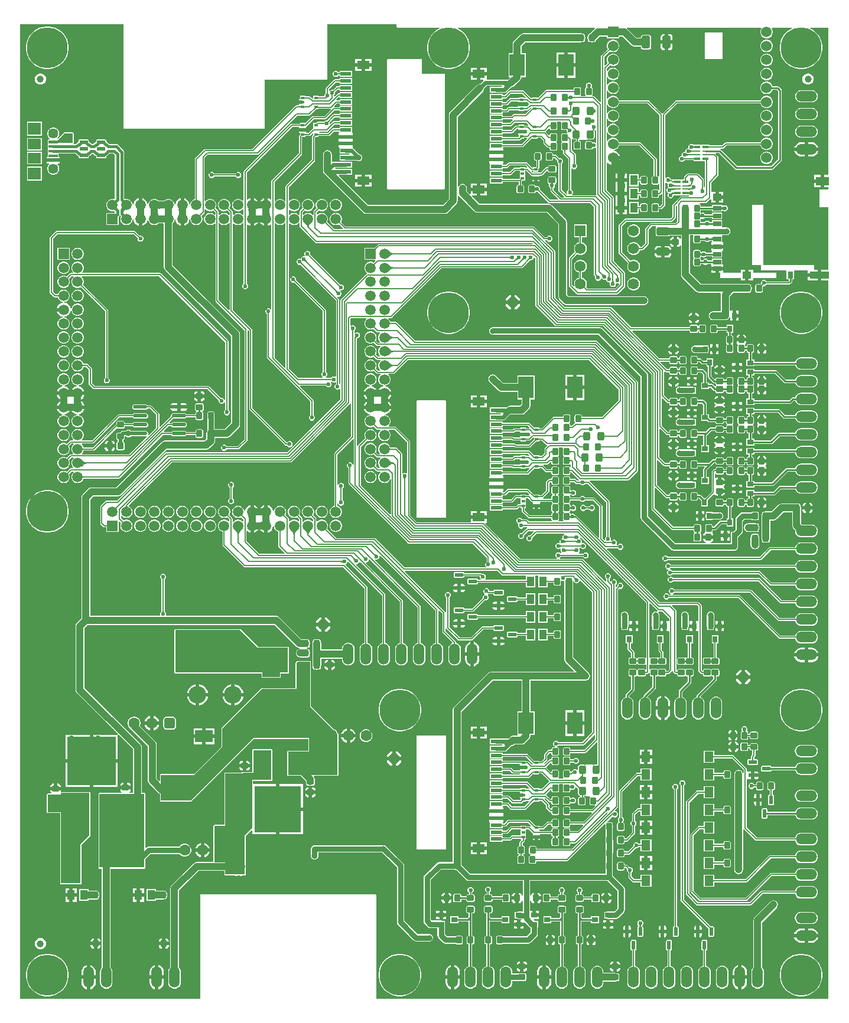
<source format=gtl>
G04*
G04 #@! TF.GenerationSoftware,Altium Limited,Altium Designer,21.4.1 (30)*
G04*
G04 Layer_Physical_Order=1*
G04 Layer_Color=255*
%FSLAX44Y44*%
%MOMM*%
G71*
G04*
G04 #@! TF.SameCoordinates,34008E12-B950-4015-972C-27682CB53F9E*
G04*
G04*
G04 #@! TF.FilePolarity,Positive*
G04*
G01*
G75*
%ADD10C,0.2000*%
%ADD16C,0.5000*%
%ADD19C,0.2540*%
%ADD25R,1.1000X1.4500*%
G04:AMPARAMS|DCode=26|XSize=0.8mm|YSize=0.95mm|CornerRadius=0.1mm|HoleSize=0mm|Usage=FLASHONLY|Rotation=0.000|XOffset=0mm|YOffset=0mm|HoleType=Round|Shape=RoundedRectangle|*
%AMROUNDEDRECTD26*
21,1,0.8000,0.7500,0,0,0.0*
21,1,0.6000,0.9500,0,0,0.0*
1,1,0.2000,0.3000,-0.3750*
1,1,0.2000,-0.3000,-0.3750*
1,1,0.2000,-0.3000,0.3750*
1,1,0.2000,0.3000,0.3750*
%
%ADD26ROUNDEDRECTD26*%
G04:AMPARAMS|DCode=27|XSize=0.9mm|YSize=0.95mm|CornerRadius=0.1125mm|HoleSize=0mm|Usage=FLASHONLY|Rotation=90.000|XOffset=0mm|YOffset=0mm|HoleType=Round|Shape=RoundedRectangle|*
%AMROUNDEDRECTD27*
21,1,0.9000,0.7250,0,0,90.0*
21,1,0.6750,0.9500,0,0,90.0*
1,1,0.2250,0.3625,0.3375*
1,1,0.2250,0.3625,-0.3375*
1,1,0.2250,-0.3625,-0.3375*
1,1,0.2250,-0.3625,0.3375*
%
%ADD27ROUNDEDRECTD27*%
%ADD28R,1.6000X3.0000*%
%ADD29R,7.0000X7.0000*%
%ADD30R,1.5000X2.5000*%
G04:AMPARAMS|DCode=31|XSize=0.9mm|YSize=0.95mm|CornerRadius=0.1125mm|HoleSize=0mm|Usage=FLASHONLY|Rotation=0.000|XOffset=0mm|YOffset=0mm|HoleType=Round|Shape=RoundedRectangle|*
%AMROUNDEDRECTD31*
21,1,0.9000,0.7250,0,0,0.0*
21,1,0.6750,0.9500,0,0,0.0*
1,1,0.2250,0.3375,-0.3625*
1,1,0.2250,-0.3375,-0.3625*
1,1,0.2250,-0.3375,0.3625*
1,1,0.2250,0.3375,0.3625*
%
%ADD31ROUNDEDRECTD31*%
G04:AMPARAMS|DCode=32|XSize=1.15mm|YSize=1.8mm|CornerRadius=0.1265mm|HoleSize=0mm|Usage=FLASHONLY|Rotation=180.000|XOffset=0mm|YOffset=0mm|HoleType=Round|Shape=RoundedRectangle|*
%AMROUNDEDRECTD32*
21,1,1.1500,1.5470,0,0,180.0*
21,1,0.8970,1.8000,0,0,180.0*
1,1,0.2530,-0.4485,0.7735*
1,1,0.2530,0.4485,0.7735*
1,1,0.2530,0.4485,-0.7735*
1,1,0.2530,-0.4485,-0.7735*
%
%ADD32ROUNDEDRECTD32*%
G04:AMPARAMS|DCode=33|XSize=1.15mm|YSize=1.8mm|CornerRadius=0.1265mm|HoleSize=0mm|Usage=FLASHONLY|Rotation=90.000|XOffset=0mm|YOffset=0mm|HoleType=Round|Shape=RoundedRectangle|*
%AMROUNDEDRECTD33*
21,1,1.1500,1.5470,0,0,90.0*
21,1,0.8970,1.8000,0,0,90.0*
1,1,0.2530,0.7735,0.4485*
1,1,0.2530,0.7735,-0.4485*
1,1,0.2530,-0.7735,-0.4485*
1,1,0.2530,-0.7735,0.4485*
%
%ADD33ROUNDEDRECTD33*%
G04:AMPARAMS|DCode=34|XSize=0.8mm|YSize=0.95mm|CornerRadius=0.1mm|HoleSize=0mm|Usage=FLASHONLY|Rotation=270.000|XOffset=0mm|YOffset=0mm|HoleType=Round|Shape=RoundedRectangle|*
%AMROUNDEDRECTD34*
21,1,0.8000,0.7500,0,0,270.0*
21,1,0.6000,0.9500,0,0,270.0*
1,1,0.2000,-0.3750,-0.3000*
1,1,0.2000,-0.3750,0.3000*
1,1,0.2000,0.3750,0.3000*
1,1,0.2000,0.3750,-0.3000*
%
%ADD34ROUNDEDRECTD34*%
%ADD35R,0.5000X0.4000*%
%ADD36R,2.5000X1.7000*%
%ADD37R,2.2000X3.1500*%
%ADD38R,2.5000X2.5000*%
%ADD39R,1.2000X0.7000*%
%ADD40R,1.2000X1.0000*%
%ADD41R,0.8000X1.0000*%
%ADD42R,2.8000X1.0000*%
%ADD43R,1.9000X1.3000*%
%ADD44R,1.8000X1.2000*%
%ADD45R,1.5500X0.6000*%
%ADD46R,0.7000X0.9000*%
G04:AMPARAMS|DCode=47|XSize=0.875mm|YSize=0.95mm|CornerRadius=0.1094mm|HoleSize=0mm|Usage=FLASHONLY|Rotation=180.000|XOffset=0mm|YOffset=0mm|HoleType=Round|Shape=RoundedRectangle|*
%AMROUNDEDRECTD47*
21,1,0.8750,0.7313,0,0,180.0*
21,1,0.6563,0.9500,0,0,180.0*
1,1,0.2188,-0.3281,0.3656*
1,1,0.2188,0.3281,0.3656*
1,1,0.2188,0.3281,-0.3656*
1,1,0.2188,-0.3281,-0.3656*
%
%ADD47ROUNDEDRECTD47*%
G04:AMPARAMS|DCode=48|XSize=1.26mm|YSize=0.59mm|CornerRadius=0.0738mm|HoleSize=0mm|Usage=FLASHONLY|Rotation=0.000|XOffset=0mm|YOffset=0mm|HoleType=Round|Shape=RoundedRectangle|*
%AMROUNDEDRECTD48*
21,1,1.2600,0.4425,0,0,0.0*
21,1,1.1125,0.5900,0,0,0.0*
1,1,0.1475,0.5563,-0.2213*
1,1,0.1475,-0.5563,-0.2213*
1,1,0.1475,-0.5563,0.2213*
1,1,0.1475,0.5563,0.2213*
%
%ADD48ROUNDEDRECTD48*%
%ADD49O,2.0355X0.5740*%
%ADD50R,0.8700X0.4100*%
%ADD51R,0.8700X0.2600*%
%ADD52R,1.3500X0.4000*%
%ADD53R,1.9000X1.5000*%
%ADD54R,1.9000X1.8000*%
%ADD55C,1.0000*%
G04:AMPARAMS|DCode=56|XSize=1.26mm|YSize=0.59mm|CornerRadius=0.0738mm|HoleSize=0mm|Usage=FLASHONLY|Rotation=270.000|XOffset=0mm|YOffset=0mm|HoleType=Round|Shape=RoundedRectangle|*
%AMROUNDEDRECTD56*
21,1,1.2600,0.4425,0,0,270.0*
21,1,1.1125,0.5900,0,0,270.0*
1,1,0.1475,-0.2213,-0.5563*
1,1,0.1475,-0.2213,0.5563*
1,1,0.1475,0.2213,0.5563*
1,1,0.1475,0.2213,-0.5563*
%
%ADD56ROUNDEDRECTD56*%
%ADD57R,1.3000X1.5000*%
%ADD58R,0.9000X0.7000*%
G04:AMPARAMS|DCode=59|XSize=1.21mm|YSize=0.58mm|CornerRadius=0.0725mm|HoleSize=0mm|Usage=FLASHONLY|Rotation=0.000|XOffset=0mm|YOffset=0mm|HoleType=Round|Shape=RoundedRectangle|*
%AMROUNDEDRECTD59*
21,1,1.2100,0.4350,0,0,0.0*
21,1,1.0650,0.5800,0,0,0.0*
1,1,0.1450,0.5325,-0.2175*
1,1,0.1450,-0.5325,-0.2175*
1,1,0.1450,-0.5325,0.2175*
1,1,0.1450,0.5325,0.2175*
%
%ADD59ROUNDEDRECTD59*%
%ADD108R,6.7000X6.7000*%
G04:AMPARAMS|DCode=109|XSize=1mm|YSize=1.2mm|CornerRadius=0.25mm|HoleSize=0mm|Usage=FLASHONLY|Rotation=0.000|XOffset=0mm|YOffset=0mm|HoleType=Round|Shape=RoundedRectangle|*
%AMROUNDEDRECTD109*
21,1,1.0000,0.7000,0,0,0.0*
21,1,0.5000,1.2000,0,0,0.0*
1,1,0.5000,0.2500,-0.3500*
1,1,0.5000,-0.2500,-0.3500*
1,1,0.5000,-0.2500,0.3500*
1,1,0.5000,0.2500,0.3500*
%
%ADD109ROUNDEDRECTD109*%
%ADD110C,1.0000*%
%ADD111C,0.8000*%
%ADD112C,0.6000*%
%ADD113C,0.4570*%
%ADD114R,3.7000X2.5500*%
%ADD115R,6.4250X10.6000*%
%ADD116R,3.7250X5.2250*%
%ADD117R,2.6500X4.3000*%
%ADD118C,1.6000*%
G04:AMPARAMS|DCode=119|XSize=1.6mm|YSize=1.6mm|CornerRadius=0.4mm|HoleSize=0mm|Usage=FLASHONLY|Rotation=180.000|XOffset=0mm|YOffset=0mm|HoleType=Round|Shape=RoundedRectangle|*
%AMROUNDEDRECTD119*
21,1,1.6000,0.8000,0,0,180.0*
21,1,0.8000,1.6000,0,0,180.0*
1,1,0.8000,-0.4000,0.4000*
1,1,0.8000,0.4000,0.4000*
1,1,0.8000,0.4000,-0.4000*
1,1,0.8000,-0.4000,-0.4000*
%
%ADD119ROUNDEDRECTD119*%
%ADD120R,1.5000X1.5000*%
%ADD121C,1.5000*%
%ADD122R,1.5300X1.5300*%
%ADD123C,1.5300*%
%ADD124O,1.5080X3.0160*%
%ADD125C,5.8420*%
%ADD126O,3.0160X1.5080*%
%ADD127C,1.4500*%
%ADD128O,1.6000X0.8000*%
%ADD129P,1.6496X8X22.5*%
%ADD130C,1.5800*%
%ADD131R,1.5800X1.5800*%
%ADD132C,2.5400*%
%ADD133R,1.5000X1.5000*%
%ADD134C,0.5000*%
%ADD135C,0.6000*%
%ADD136C,0.8000*%
G36*
X540275Y1395242D02*
X540671Y1394285D01*
X541628Y1393889D01*
X601806D01*
X602111Y1392619D01*
X599035Y1391052D01*
X595157Y1388234D01*
X591766Y1384843D01*
X588948Y1380965D01*
X586772Y1376693D01*
X585290Y1372133D01*
X584540Y1367397D01*
Y1362603D01*
X585290Y1357867D01*
X586772Y1353307D01*
X588948Y1349035D01*
X591766Y1345157D01*
X595157Y1341766D01*
X599035Y1338948D01*
X603307Y1336772D01*
X607867Y1335290D01*
X612603Y1334540D01*
X617397D01*
X622133Y1335290D01*
X626693Y1336772D01*
X630965Y1338948D01*
X634843Y1341766D01*
X638234Y1345157D01*
X641052Y1349035D01*
X643228Y1353307D01*
X644710Y1357867D01*
X645460Y1362603D01*
Y1367397D01*
X644710Y1372133D01*
X643228Y1376693D01*
X641052Y1380965D01*
X638234Y1384843D01*
X634843Y1388234D01*
X630965Y1391052D01*
X627889Y1392619D01*
X628194Y1393889D01*
X824675D01*
X825061Y1392619D01*
X824296Y1392108D01*
X824296Y1392108D01*
X817454Y1385266D01*
X817139D01*
X816224Y1385084D01*
X815449Y1384566D01*
X814931Y1383791D01*
X814749Y1382876D01*
Y1381983D01*
X814533Y1381659D01*
X814047Y1379220D01*
X814533Y1376781D01*
X814749Y1376457D01*
Y1375564D01*
X814931Y1374649D01*
X815449Y1373874D01*
X816224Y1373356D01*
X817139Y1373174D01*
X818778D01*
X820420Y1372847D01*
X822062Y1373174D01*
X823701D01*
X824616Y1373356D01*
X825391Y1373874D01*
X825909Y1374649D01*
X826091Y1375564D01*
Y1375879D01*
X831441Y1381230D01*
X841746D01*
Y1378702D01*
X859546D01*
Y1381230D01*
X864008D01*
X876874Y1368364D01*
X878941Y1366983D01*
X881380Y1366497D01*
X890841D01*
Y1365135D01*
X891036Y1364154D01*
X891592Y1363322D01*
X892424Y1362766D01*
X893405Y1362571D01*
X902375D01*
X903356Y1362766D01*
X904188Y1363322D01*
X904744Y1364154D01*
X904939Y1365135D01*
Y1380605D01*
X904744Y1381586D01*
X904188Y1382418D01*
X903356Y1382974D01*
X902375Y1383169D01*
X893405D01*
X892424Y1382974D01*
X891592Y1382418D01*
X891036Y1381586D01*
X890841Y1380605D01*
Y1379243D01*
X884020D01*
X871154Y1392108D01*
X870389Y1392619D01*
X870775Y1393889D01*
X1062632D01*
X1063230Y1392619D01*
X1062317Y1391037D01*
X1061710Y1388774D01*
Y1386430D01*
X1062317Y1384167D01*
X1063488Y1382137D01*
X1065145Y1380480D01*
X1067175Y1379308D01*
X1069438Y1378702D01*
X1071782D01*
X1074045Y1379308D01*
X1076075Y1380480D01*
X1077732Y1382137D01*
X1078904Y1384167D01*
X1079510Y1386430D01*
Y1388774D01*
X1078904Y1391037D01*
X1077990Y1392619D01*
X1078588Y1393889D01*
X1106806D01*
X1107111Y1392619D01*
X1104035Y1391052D01*
X1100157Y1388234D01*
X1096766Y1384843D01*
X1093948Y1380965D01*
X1091772Y1376693D01*
X1090290Y1372133D01*
X1089540Y1367397D01*
Y1362603D01*
X1090290Y1357867D01*
X1091772Y1353307D01*
X1093948Y1349035D01*
X1096766Y1345157D01*
X1100157Y1341766D01*
X1104035Y1338948D01*
X1108307Y1336772D01*
X1112867Y1335290D01*
X1117603Y1334540D01*
X1122397D01*
X1127133Y1335290D01*
X1131693Y1336772D01*
X1135965Y1338948D01*
X1139843Y1341766D01*
X1143234Y1345157D01*
X1146052Y1349035D01*
X1148228Y1353307D01*
X1149710Y1357867D01*
X1150460Y1362603D01*
Y1367397D01*
X1149710Y1372133D01*
X1148228Y1376693D01*
X1146052Y1380965D01*
X1143234Y1384843D01*
X1139843Y1388234D01*
X1135965Y1391052D01*
X1132889Y1392619D01*
X1133194Y1393889D01*
X1158918D01*
Y1182900D01*
X1153210D01*
Y1173860D01*
Y1164820D01*
X1158918D01*
Y1161860D01*
X1146670D01*
Y1136375D01*
X1158918D01*
Y1046400D01*
X1148710D01*
Y1038860D01*
Y1031320D01*
X1158918D01*
Y1082D01*
X511082Y1082D01*
Y150000D01*
X510765Y150765D01*
X510000Y151082D01*
X260000D01*
X259235Y150765D01*
X258918Y150000D01*
Y1082D01*
X1082D01*
Y1398918D01*
X148918D01*
Y1250000D01*
X149235Y1249235D01*
X150000Y1248918D01*
X350000Y1248918D01*
X350765Y1249235D01*
X351082Y1250000D01*
Y1318918D01*
X440000D01*
X440765Y1319235D01*
X441082Y1320000D01*
Y1398918D01*
X540275D01*
Y1395242D01*
D02*
G37*
%LPC*%
G36*
X931875Y1384485D02*
X929930D01*
Y1375410D01*
X935755D01*
Y1380605D01*
X935459Y1382090D01*
X934618Y1383348D01*
X933360Y1384189D01*
X931875Y1384485D01*
D02*
G37*
G36*
X924850D02*
X922905D01*
X921420Y1384189D01*
X920162Y1383348D01*
X919321Y1382090D01*
X919025Y1380605D01*
Y1375410D01*
X924850D01*
Y1384485D01*
D02*
G37*
G36*
X935755Y1370330D02*
X929930D01*
Y1361255D01*
X931875D01*
X933360Y1361551D01*
X934618Y1362392D01*
X935459Y1363650D01*
X935755Y1365135D01*
Y1370330D01*
D02*
G37*
G36*
X924850D02*
X919025D01*
Y1365135D01*
X919321Y1363650D01*
X920162Y1362392D01*
X921420Y1361551D01*
X922905Y1361255D01*
X924850D01*
Y1370330D01*
D02*
G37*
G36*
X1071782Y1376436D02*
X1069438D01*
X1067175Y1375829D01*
X1065145Y1374658D01*
X1063488Y1373001D01*
X1062317Y1370971D01*
X1061710Y1368708D01*
Y1366364D01*
X1062317Y1364101D01*
X1063488Y1362071D01*
X1065145Y1360414D01*
X1067175Y1359243D01*
X1069438Y1358636D01*
X1071782D01*
X1074045Y1359243D01*
X1076075Y1360414D01*
X1077732Y1362071D01*
X1078904Y1364101D01*
X1079510Y1366364D01*
Y1368708D01*
X1078904Y1370971D01*
X1077732Y1373001D01*
X1076075Y1374658D01*
X1074045Y1375829D01*
X1071782Y1376436D01*
D02*
G37*
G36*
X851818D02*
X849474D01*
X847211Y1375829D01*
X845181Y1374658D01*
X843524Y1373001D01*
X842353Y1370971D01*
X841746Y1368708D01*
Y1366364D01*
X842353Y1364101D01*
X842943Y1363078D01*
X834038Y1354172D01*
X833540Y1353428D01*
X833366Y1352550D01*
Y1287358D01*
X832193Y1286872D01*
X823972Y1295092D01*
X823228Y1295589D01*
X822350Y1295764D01*
X821047D01*
X820677Y1296759D01*
X820623Y1297034D01*
X821089Y1297732D01*
X821264Y1298610D01*
Y1306110D01*
X821089Y1306988D01*
X820592Y1307732D01*
X819848Y1308229D01*
X819692Y1308521D01*
X820220Y1309795D01*
Y1311485D01*
X819573Y1313047D01*
X818377Y1314243D01*
X816815Y1314890D01*
X815125D01*
X813563Y1314243D01*
X812367Y1313047D01*
X811720Y1311485D01*
Y1309795D01*
X812248Y1308521D01*
X812092Y1308229D01*
X811348Y1307732D01*
X810851Y1306988D01*
X810676Y1306110D01*
Y1298610D01*
X810851Y1297732D01*
X811317Y1297034D01*
X811263Y1296759D01*
X810893Y1295764D01*
X804547D01*
X804177Y1296759D01*
X804123Y1297034D01*
X804589Y1297732D01*
X804764Y1298610D01*
Y1306110D01*
X804589Y1306988D01*
X804092Y1307732D01*
X803348Y1308230D01*
X802470Y1308404D01*
X796470D01*
X795592Y1308230D01*
X794848Y1307732D01*
X794351Y1306988D01*
X794176Y1306110D01*
Y1304654D01*
X755610D01*
X754732Y1304480D01*
X753988Y1303982D01*
X743350Y1293344D01*
X742080Y1293720D01*
Y1293720D01*
X734580D01*
Y1293513D01*
X733310Y1293074D01*
X723317Y1303067D01*
X722573Y1303565D01*
X721695Y1303739D01*
X703275D01*
X702397Y1303565D01*
X701653Y1303067D01*
X695492Y1296907D01*
X692280D01*
Y1298863D01*
X674280D01*
Y1290363D01*
X692280D01*
Y1292319D01*
X696443D01*
X697320Y1292493D01*
X698065Y1292991D01*
X704225Y1299151D01*
X720745D01*
X725958Y1293937D01*
X725472Y1292764D01*
X723080D01*
Y1293720D01*
X715580D01*
Y1292764D01*
X703730D01*
X702852Y1292590D01*
X702108Y1292092D01*
X696922Y1286907D01*
X692280D01*
Y1288863D01*
X674280D01*
Y1280363D01*
X692280D01*
Y1282319D01*
X697873D01*
X698751Y1282493D01*
X699495Y1282991D01*
X704680Y1288176D01*
X714290D01*
Y1286510D01*
X719330D01*
Y1281430D01*
X714290D01*
Y1279764D01*
X701220D01*
X700342Y1279589D01*
X699598Y1279092D01*
X697412Y1276907D01*
X692280D01*
Y1278863D01*
X674280D01*
Y1270363D01*
X692280D01*
Y1272319D01*
X698363D01*
X699240Y1272493D01*
X699985Y1272990D01*
X702170Y1275176D01*
X715580D01*
Y1274220D01*
X723080D01*
Y1275176D01*
X727470D01*
X728348Y1275350D01*
X729092Y1275848D01*
X732425Y1279181D01*
X732658Y1279135D01*
X733076Y1277757D01*
X725073Y1269754D01*
X708660D01*
X707782Y1269579D01*
X707038Y1269082D01*
X704862Y1266907D01*
X692280D01*
Y1268863D01*
X674280D01*
Y1260363D01*
X692280D01*
Y1262319D01*
X705813D01*
X706249Y1262405D01*
X706795Y1261219D01*
X702483Y1256907D01*
X692280D01*
Y1258863D01*
X674280D01*
Y1250363D01*
X692280D01*
Y1252319D01*
X703433D01*
X704311Y1252493D01*
X705055Y1252990D01*
X709610Y1257546D01*
X726376D01*
X729440Y1254482D01*
X728814Y1253312D01*
X728400Y1253394D01*
X723230D01*
Y1254350D01*
X715730D01*
Y1253394D01*
X712100D01*
X711222Y1253220D01*
X710478Y1252722D01*
X704662Y1246907D01*
X692280D01*
Y1248863D01*
X674280D01*
Y1240363D01*
X692280D01*
Y1242319D01*
X705613D01*
X706491Y1242493D01*
X707235Y1242991D01*
X713050Y1248806D01*
X714440D01*
Y1247140D01*
X719480D01*
Y1242060D01*
X714440D01*
Y1240060D01*
X715730D01*
Y1237594D01*
X715042Y1236907D01*
X692280D01*
Y1238863D01*
X674280D01*
Y1230362D01*
X692280D01*
Y1232318D01*
X715993D01*
X716870Y1232493D01*
X717615Y1232990D01*
X719474Y1234850D01*
X723230D01*
Y1235806D01*
X726758D01*
X727285Y1234536D01*
X719655Y1226907D01*
X692280D01*
Y1228863D01*
X674280D01*
X674280Y1220362D01*
X673097Y1220153D01*
X672990D01*
Y1217153D01*
X683280D01*
X693570D01*
Y1220153D01*
X693463D01*
X692638Y1220299D01*
X692464Y1221605D01*
X693178Y1222318D01*
X720605D01*
X721483Y1222493D01*
X722228Y1222990D01*
X733625Y1234387D01*
X734730Y1234850D01*
Y1234850D01*
X734730Y1234850D01*
X742230D01*
Y1235806D01*
X746950D01*
X750816Y1231940D01*
Y1228090D01*
X750991Y1227212D01*
X751488Y1226468D01*
X755908Y1222048D01*
X756652Y1221551D01*
X757530Y1221376D01*
X759886D01*
Y1219920D01*
X760061Y1219042D01*
X760558Y1218298D01*
X761302Y1217801D01*
X762180Y1217626D01*
X768180D01*
X769058Y1217801D01*
X769802Y1218298D01*
X770299Y1219042D01*
X770474Y1219920D01*
Y1227420D01*
X770299Y1228298D01*
X769802Y1229042D01*
X769394Y1229315D01*
X769329Y1229544D01*
X769328Y1230494D01*
X769394Y1230726D01*
X769800Y1230998D01*
X770298Y1231742D01*
X770472Y1232620D01*
Y1240120D01*
X770298Y1240998D01*
X769800Y1241742D01*
X769056Y1242240D01*
X768178Y1242414D01*
X762178D01*
X761301Y1242240D01*
X760556Y1241742D01*
X760059Y1240998D01*
X759919Y1240292D01*
X759429Y1240005D01*
X758614Y1239800D01*
X754675Y1243740D01*
X754598Y1243889D01*
X754617Y1245355D01*
X754685Y1245470D01*
X758614Y1249400D01*
X759429Y1249195D01*
X759919Y1248908D01*
X760059Y1248202D01*
X760556Y1247458D01*
X761301Y1246961D01*
X762178Y1246786D01*
X768178D01*
X769056Y1246961D01*
X769800Y1247458D01*
X770298Y1248202D01*
X770472Y1249080D01*
Y1256580D01*
X770298Y1257458D01*
X770219Y1257576D01*
X770898Y1258846D01*
X775959D01*
X776638Y1257576D01*
X776559Y1257458D01*
X776384Y1256580D01*
Y1249080D01*
X776559Y1248202D01*
X777056Y1247458D01*
X777801Y1246961D01*
X778678Y1246786D01*
X783728D01*
X784420Y1246094D01*
Y1245025D01*
X784991Y1243647D01*
X784891Y1243255D01*
X784818Y1243114D01*
X784319Y1242414D01*
X778678D01*
X777801Y1242240D01*
X777056Y1241742D01*
X776559Y1240998D01*
X776384Y1240120D01*
Y1232620D01*
X776559Y1231742D01*
X777056Y1230998D01*
X777465Y1230725D01*
X777530Y1230496D01*
X777530Y1229546D01*
X777465Y1229314D01*
X777058Y1229042D01*
X776561Y1228298D01*
X776386Y1227420D01*
Y1219920D01*
X776561Y1219042D01*
X777058Y1218298D01*
X777802Y1217801D01*
X778680Y1217626D01*
X779386D01*
Y1213185D01*
X779560Y1212307D01*
X780058Y1211562D01*
X786376Y1205244D01*
Y1161317D01*
X786316Y1161293D01*
X785121Y1160097D01*
X784474Y1158535D01*
Y1156844D01*
X784981Y1155619D01*
X784612Y1154526D01*
X784398Y1154209D01*
X784202Y1154169D01*
X777151Y1161220D01*
Y1198474D01*
X777264Y1198521D01*
X778459Y1199716D01*
X779107Y1201278D01*
Y1202969D01*
X778459Y1204531D01*
X777264Y1205726D01*
X775702Y1206374D01*
X774011D01*
X773898Y1206327D01*
X769562Y1210662D01*
X768818Y1211160D01*
X767940Y1211334D01*
X764594D01*
Y1212790D01*
X764419Y1213668D01*
X763922Y1214412D01*
X763178Y1214910D01*
X762300Y1215084D01*
X756300D01*
X755422Y1214910D01*
X754678Y1214412D01*
X754181Y1213668D01*
X754006Y1212790D01*
Y1205290D01*
X754181Y1204412D01*
X754678Y1203668D01*
X755422Y1203170D01*
X756300Y1202996D01*
X762300D01*
X763178Y1203170D01*
X763922Y1203668D01*
X764419Y1204412D01*
X764594Y1205290D01*
Y1206746D01*
X766990D01*
X770653Y1203082D01*
X770607Y1202969D01*
Y1201278D01*
X771254Y1199716D01*
X772449Y1198521D01*
X772562Y1198474D01*
Y1160270D01*
X772737Y1159392D01*
X773234Y1158648D01*
X780595Y1151287D01*
X780109Y1150114D01*
X776535D01*
X765564Y1161085D01*
Y1163480D01*
X765677Y1163527D01*
X766873Y1164723D01*
X767520Y1166285D01*
Y1167975D01*
X767407Y1168248D01*
X767898Y1169641D01*
X768642Y1170138D01*
X769139Y1170882D01*
X769314Y1171760D01*
Y1177760D01*
X769139Y1178638D01*
X768642Y1179382D01*
X767898Y1179880D01*
X767020Y1180054D01*
X759520D01*
X758642Y1179880D01*
X757898Y1179382D01*
X757401Y1178638D01*
X757226Y1177760D01*
Y1171760D01*
X757401Y1170882D01*
X757898Y1170138D01*
X758642Y1169641D01*
X759133Y1168248D01*
X759020Y1167975D01*
Y1166285D01*
X759667Y1164723D01*
X760863Y1163527D01*
X760976Y1163480D01*
Y1160135D01*
X761151Y1159257D01*
X761648Y1158513D01*
X772123Y1148037D01*
X771637Y1146864D01*
X760404D01*
X745883Y1161385D01*
X745930Y1161498D01*
Y1163189D01*
X745283Y1164751D01*
X744087Y1165947D01*
X742525Y1166594D01*
X740835D01*
X740701Y1166538D01*
X739320Y1166972D01*
X738822Y1167716D01*
X738078Y1168213D01*
X737200Y1168388D01*
X731200D01*
X730322Y1168213D01*
X729578Y1167716D01*
X729081Y1166972D01*
X728906Y1166094D01*
Y1158594D01*
X729081Y1157716D01*
X729578Y1156971D01*
X730322Y1156474D01*
X731200Y1156300D01*
X737200D01*
X738078Y1156474D01*
X738822Y1156971D01*
X739320Y1157716D01*
X740701Y1158149D01*
X740835Y1158094D01*
X742525D01*
X742639Y1158141D01*
X757831Y1142948D01*
X758576Y1142451D01*
X759454Y1142276D01*
X817946D01*
X823252Y1136970D01*
Y1039772D01*
X823427Y1038894D01*
X823924Y1038150D01*
X825388Y1036686D01*
X825060Y1035895D01*
Y1034205D01*
X825707Y1032643D01*
X826903Y1031447D01*
X828465Y1030800D01*
X830155D01*
X831717Y1031447D01*
X832913Y1032643D01*
X833331Y1033651D01*
X833940Y1033777D01*
X834733Y1033776D01*
X835793Y1032717D01*
X837355Y1032070D01*
X839045D01*
X839349Y1032196D01*
X840619Y1031716D01*
X840712Y1031490D01*
X841265Y1030154D01*
X842461Y1028959D01*
X844023Y1028312D01*
X845424D01*
X846102Y1027615D01*
X846336Y1027195D01*
X846153Y1026754D01*
Y1025063D01*
X846800Y1023501D01*
X847996Y1022306D01*
X849558Y1021659D01*
X851248D01*
X852811Y1022306D01*
X854006Y1023501D01*
X854653Y1025063D01*
Y1026270D01*
X855611Y1027085D01*
X855826Y1027159D01*
X856235Y1026990D01*
X857925D01*
X858340Y1027162D01*
X859520Y1026432D01*
X859606Y1025411D01*
X853760Y1019564D01*
X813750D01*
X811796Y1021519D01*
X812436Y1022628D01*
X813060Y1024955D01*
Y1027365D01*
X812436Y1029692D01*
X811232Y1031778D01*
X809528Y1033482D01*
X807442Y1034686D01*
X806204Y1035018D01*
Y1042702D01*
X807442Y1043034D01*
X809528Y1044238D01*
X811232Y1045942D01*
X812436Y1048028D01*
X813060Y1050355D01*
Y1052765D01*
X812436Y1055092D01*
X811232Y1057178D01*
X809528Y1058882D01*
X807442Y1060086D01*
X805115Y1060710D01*
X802705D01*
X800378Y1060086D01*
X798292Y1058882D01*
X796588Y1057178D01*
X795384Y1055092D01*
X794760Y1052765D01*
Y1050355D01*
X795384Y1048028D01*
X796588Y1045942D01*
X798292Y1044238D01*
X800378Y1043034D01*
X801616Y1042702D01*
Y1035018D01*
X800378Y1034686D01*
X798292Y1033482D01*
X796588Y1031778D01*
X795384Y1029692D01*
X794760Y1027365D01*
Y1024955D01*
X795281Y1023011D01*
X794142Y1022354D01*
X792077Y1024420D01*
Y1061882D01*
X799269Y1069074D01*
X800378Y1068434D01*
X802705Y1067810D01*
X805115D01*
X807442Y1068434D01*
X809528Y1069638D01*
X811232Y1071342D01*
X812436Y1073428D01*
X813060Y1075755D01*
Y1078165D01*
X812436Y1080492D01*
X811232Y1082578D01*
X809528Y1084282D01*
X807442Y1085486D01*
X806204Y1085818D01*
Y1093210D01*
X813060D01*
Y1111510D01*
X794760D01*
Y1093210D01*
X801616D01*
Y1085818D01*
X800378Y1085486D01*
X798292Y1084282D01*
X796588Y1082578D01*
X795384Y1080492D01*
X794760Y1078165D01*
Y1075755D01*
X795384Y1073428D01*
X796024Y1072319D01*
X788160Y1064455D01*
X787663Y1063711D01*
X787489Y1062833D01*
Y1023469D01*
X787663Y1022591D01*
X788160Y1021847D01*
X798170Y1011838D01*
X798914Y1011340D01*
X799792Y1011166D01*
X856119D01*
X856997Y1011340D01*
X857741Y1011838D01*
X867202Y1021299D01*
X867700Y1022044D01*
X867874Y1022921D01*
Y1041476D01*
X867700Y1042354D01*
X867202Y1043098D01*
X851364Y1058936D01*
Y1149619D01*
X851189Y1150497D01*
X850692Y1151241D01*
X841204Y1160729D01*
Y1200528D01*
X842431Y1200857D01*
X842492Y1200751D01*
X844389Y1198854D01*
X846713Y1197512D01*
X848106Y1197139D01*
Y1207008D01*
X850646D01*
Y1209548D01*
X860515D01*
X860142Y1210941D01*
X858800Y1213265D01*
X856903Y1215162D01*
X854579Y1216504D01*
X852535Y1217051D01*
Y1218366D01*
X854081Y1218781D01*
X856111Y1219952D01*
X857768Y1221609D01*
X858940Y1223639D01*
X859245Y1224780D01*
X887796D01*
X908926Y1203650D01*
Y1180814D01*
X908220D01*
X907342Y1180639D01*
X906598Y1180142D01*
X906100Y1179398D01*
X905926Y1178520D01*
Y1171020D01*
X906100Y1170142D01*
X906598Y1169398D01*
X907342Y1168900D01*
X908220Y1168726D01*
X914220D01*
X915098Y1168900D01*
X915842Y1169398D01*
X915916Y1169508D01*
X917186Y1169123D01*
Y1161367D01*
X915916Y1160982D01*
X915842Y1161092D01*
X915098Y1161589D01*
X914220Y1161764D01*
X908220D01*
X907342Y1161589D01*
X906598Y1161092D01*
X906100Y1160348D01*
X905926Y1159470D01*
Y1151970D01*
X906100Y1151092D01*
X906598Y1150348D01*
X907342Y1149850D01*
X908220Y1149676D01*
X914220D01*
X915098Y1149850D01*
X915842Y1150348D01*
X916339Y1151092D01*
X916514Y1151970D01*
Y1153426D01*
X917203D01*
X918081Y1153600D01*
X918826Y1154098D01*
X919823Y1155095D01*
X920996Y1154609D01*
Y1140883D01*
X918080Y1137967D01*
X916514D01*
Y1139480D01*
X916339Y1140358D01*
X915842Y1141102D01*
X915098Y1141600D01*
X914220Y1141774D01*
X908220D01*
X907342Y1141600D01*
X906598Y1141102D01*
X906100Y1140358D01*
X905926Y1139480D01*
Y1131980D01*
X906100Y1131102D01*
X906598Y1130358D01*
X907342Y1129861D01*
X908220Y1129686D01*
X914220D01*
X915098Y1129861D01*
X915842Y1130358D01*
X916339Y1131102D01*
X916514Y1131980D01*
Y1133378D01*
X919030D01*
X919908Y1133553D01*
X920652Y1134050D01*
X924912Y1138310D01*
X925409Y1139054D01*
X925584Y1139932D01*
Y1170999D01*
X926854Y1171525D01*
X927233Y1171147D01*
X928795Y1170500D01*
X929477Y1169230D01*
X929200Y1168560D01*
Y1166870D01*
X929847Y1165308D01*
X929684Y1164486D01*
X929102Y1164246D01*
X927907Y1163050D01*
X927260Y1161488D01*
Y1159797D01*
X927907Y1158235D01*
X929102Y1157040D01*
X929293Y1155586D01*
X928804Y1154404D01*
Y1152714D01*
X929451Y1151152D01*
X930647Y1149956D01*
X932209Y1149309D01*
X933899D01*
X935462Y1149956D01*
X936657Y1151152D01*
X937300Y1152703D01*
X937457Y1152748D01*
X938574Y1152998D01*
X938601Y1152987D01*
X938671Y1153016D01*
X938745Y1152995D01*
X938828Y1153040D01*
X947620D01*
X948490Y1153040D01*
X949760Y1153040D01*
X958552D01*
X958635Y1152995D01*
X958708Y1153016D01*
X958779Y1152987D01*
X958907Y1153040D01*
X959137D01*
X959310Y1152914D01*
X959025Y1151987D01*
X958724Y1151644D01*
X948690D01*
X947812Y1151469D01*
X947068Y1150972D01*
X936388Y1140292D01*
X935890Y1139548D01*
X935716Y1138670D01*
Y1122579D01*
X933031Y1119894D01*
X868680D01*
X867802Y1119719D01*
X867058Y1119222D01*
X859438Y1111602D01*
X858941Y1110858D01*
X858766Y1109980D01*
Y1070610D01*
X858941Y1069732D01*
X859438Y1068988D01*
X872224Y1056201D01*
X871584Y1055092D01*
X870960Y1052765D01*
Y1050355D01*
X871584Y1048028D01*
X872788Y1045942D01*
X874492Y1044238D01*
X876578Y1043034D01*
X878905Y1042410D01*
X881315D01*
X883642Y1043034D01*
X885728Y1044238D01*
X887432Y1045942D01*
X888636Y1048028D01*
X889260Y1050355D01*
Y1052765D01*
X888636Y1055092D01*
X887432Y1057178D01*
X885728Y1058882D01*
X883642Y1060086D01*
X881315Y1060710D01*
X878905D01*
X876578Y1060086D01*
X875469Y1059446D01*
X863354Y1071560D01*
Y1109030D01*
X869630Y1115306D01*
X933981D01*
X934859Y1115480D01*
X935603Y1115978D01*
X939632Y1120006D01*
X940129Y1120751D01*
X940304Y1121628D01*
Y1137719D01*
X941413Y1138828D01*
X942586Y1138342D01*
Y1116010D01*
X940120Y1113544D01*
X905510D01*
X904632Y1113370D01*
X903888Y1112872D01*
X897538Y1106522D01*
X897040Y1105778D01*
X896866Y1104900D01*
Y1084260D01*
X891860Y1079254D01*
X888968D01*
X888636Y1080492D01*
X887432Y1082578D01*
X885728Y1084282D01*
X883642Y1085486D01*
X881315Y1086110D01*
X878905D01*
X876578Y1085486D01*
X874492Y1084282D01*
X872788Y1082578D01*
X871584Y1080492D01*
X870960Y1078165D01*
Y1075755D01*
X871584Y1073428D01*
X872788Y1071342D01*
X874492Y1069638D01*
X876578Y1068434D01*
X878905Y1067810D01*
X881315D01*
X883642Y1068434D01*
X885728Y1069638D01*
X887432Y1071342D01*
X888636Y1073428D01*
X888968Y1074666D01*
X892810D01*
X893688Y1074840D01*
X894432Y1075338D01*
X900782Y1081688D01*
X901280Y1082432D01*
X901454Y1083310D01*
Y1103950D01*
X906460Y1108956D01*
X911554D01*
X912156Y1107686D01*
X911916Y1107326D01*
X911721Y1106345D01*
Y1097375D01*
X911916Y1096394D01*
X912472Y1095562D01*
X913304Y1095006D01*
X914285Y1094811D01*
X929755D01*
X930736Y1095006D01*
X931457Y1095488D01*
X948038D01*
Y1091541D01*
X947412Y1091338D01*
X946768Y1091329D01*
X946067Y1092377D01*
X944855Y1093187D01*
X943425Y1093472D01*
X942340D01*
Y1086360D01*
Y1079248D01*
X943425D01*
X944855Y1079533D01*
X946067Y1080343D01*
X946768Y1081391D01*
X947412Y1081382D01*
X948038Y1081179D01*
Y1057860D01*
Y1039490D01*
X948523Y1037051D01*
X949904Y1034984D01*
X969584Y1015304D01*
X971651Y1013923D01*
X974090Y1013438D01*
X1004377D01*
X1005349Y1012168D01*
X1005038Y1010602D01*
Y987192D01*
X994176D01*
X991737Y986707D01*
X989670Y985326D01*
X988288Y983259D01*
X987803Y980820D01*
X988288Y978381D01*
X989670Y976314D01*
X991737Y974933D01*
X994176Y974447D01*
X1011410D01*
X1013849Y974933D01*
X1014054Y975070D01*
X1016160D01*
Y976679D01*
X1017100Y978086D01*
X1018370Y977759D01*
Y973780D01*
X1021870D01*
Y980820D01*
Y987860D01*
X1019053D01*
X1018370Y987860D01*
X1017783Y988887D01*
Y1007963D01*
X1023257Y1013438D01*
X1043310D01*
X1044961Y1013766D01*
X1046310D01*
X1047188Y1013941D01*
X1047932Y1014438D01*
X1048429Y1015182D01*
X1048604Y1016060D01*
Y1016483D01*
X1049197Y1017371D01*
X1049682Y1019810D01*
X1049197Y1022249D01*
X1048604Y1023137D01*
Y1023560D01*
X1048429Y1024438D01*
X1047932Y1025182D01*
X1047188Y1025679D01*
X1046310Y1025854D01*
X1044961D01*
X1043310Y1026182D01*
X976730D01*
X960782Y1042130D01*
Y1057860D01*
Y1090860D01*
Y1096507D01*
X964944D01*
X965272Y1096113D01*
X965741Y1095237D01*
X965616Y1094610D01*
Y1087110D01*
X965790Y1086232D01*
X966288Y1085488D01*
X967032Y1084990D01*
X967910Y1084816D01*
X973910D01*
X974788Y1084990D01*
X975532Y1085488D01*
X976029Y1086232D01*
X976204Y1087110D01*
Y1088291D01*
X981849D01*
X982883Y1087257D01*
X984445Y1086610D01*
X986135D01*
X987697Y1087257D01*
X988731Y1088291D01*
X991006D01*
X991125Y1088237D01*
X991572Y1088226D01*
X991917Y1088196D01*
X992187Y1088151D01*
X992376Y1088101D01*
X992420Y1088083D01*
X992420Y1086110D01*
X991237Y1085900D01*
X991130D01*
Y1082400D01*
X999670D01*
X1008210D01*
Y1085900D01*
X1008103D01*
X1006920Y1086110D01*
X1006920Y1087170D01*
Y1095610D01*
X1007818Y1096507D01*
X1013691D01*
X1014209Y1096610D01*
X1014735D01*
X1015222Y1096812D01*
X1015740Y1096915D01*
X1016178Y1097208D01*
X1016665Y1097409D01*
X1017038Y1097782D01*
X1017476Y1098075D01*
X1017476Y1098075D01*
X1017769Y1098513D01*
X1018142Y1098886D01*
X1018344Y1099373D01*
X1018637Y1099812D01*
X1018739Y1100329D01*
X1018941Y1100816D01*
Y1101343D01*
X1019044Y1101860D01*
X1018941Y1102377D01*
Y1102904D01*
X1018739Y1103391D01*
X1018637Y1103909D01*
X1018344Y1104347D01*
X1018142Y1104834D01*
X1017769Y1105207D01*
X1017476Y1105645D01*
X1017038Y1105938D01*
X1016665Y1106311D01*
X1016178Y1106513D01*
X1015740Y1106805D01*
X1015223Y1106908D01*
X1014735Y1107110D01*
X1014208D01*
X1013691Y1107213D01*
X1013691Y1107213D01*
X1007818D01*
X1006920Y1108110D01*
Y1117610D01*
X992420D01*
Y1115429D01*
X988731D01*
X987697Y1116463D01*
X986135Y1117110D01*
X984445D01*
X982883Y1116463D01*
X981849Y1115429D01*
X976204D01*
Y1116610D01*
X976029Y1117488D01*
X975596Y1118360D01*
X976030Y1119232D01*
X976057Y1119369D01*
X976077Y1119398D01*
X977374Y1120064D01*
X977454Y1120061D01*
X978325Y1119700D01*
X980015D01*
X981577Y1120347D01*
X982521Y1121291D01*
X992420D01*
Y1119110D01*
X1006920D01*
Y1128610D01*
X992420D01*
Y1126429D01*
X982701D01*
X981577Y1127553D01*
X980015Y1128200D01*
X978325D01*
X977445Y1127836D01*
X976255Y1128378D01*
X975745Y1129660D01*
X976030Y1130232D01*
X976204Y1131110D01*
Y1132291D01*
X992420D01*
Y1130110D01*
X1006920D01*
Y1130823D01*
X1007095Y1131032D01*
X1008363Y1131281D01*
X1009925Y1130634D01*
X1011616D01*
X1013178Y1131281D01*
X1014374Y1132477D01*
X1015021Y1134039D01*
Y1135730D01*
X1014374Y1137292D01*
X1013178Y1138487D01*
X1011616Y1139134D01*
X1009925D01*
X1008363Y1138487D01*
X1008269Y1138393D01*
X1007088Y1138719D01*
X1006920Y1138927D01*
Y1139610D01*
X992420D01*
Y1137429D01*
X976204D01*
Y1138610D01*
X976029Y1139488D01*
X975532Y1140232D01*
X974788Y1140730D01*
X975031Y1141976D01*
X983161D01*
X984039Y1142150D01*
X984783Y1142648D01*
X989860Y1147725D01*
X991130Y1147198D01*
Y1142820D01*
X997130D01*
Y1150360D01*
Y1157900D01*
X991312D01*
Y1170947D01*
X1001112Y1180748D01*
X1001609Y1181492D01*
X1001784Y1182370D01*
Y1207770D01*
X1001609Y1208648D01*
X1001112Y1209392D01*
X997684Y1212821D01*
X998210Y1214091D01*
X1002236D01*
X1025613Y1190713D01*
X1026447Y1190156D01*
X1027430Y1189961D01*
X1078230D01*
X1079213Y1190156D01*
X1080047Y1190713D01*
X1091477Y1202143D01*
X1092034Y1202977D01*
X1092229Y1203960D01*
Y1304166D01*
X1092034Y1305149D01*
X1091477Y1305983D01*
X1088305Y1309155D01*
X1087471Y1309712D01*
X1086488Y1309907D01*
X1079136D01*
X1078904Y1310773D01*
X1077732Y1312803D01*
X1076075Y1314460D01*
X1074045Y1315632D01*
X1071782Y1316238D01*
X1069438D01*
X1067175Y1315632D01*
X1065145Y1314460D01*
X1063488Y1312803D01*
X1062317Y1310773D01*
X1061710Y1308510D01*
Y1306166D01*
X1062317Y1303903D01*
X1063488Y1301873D01*
X1065145Y1300216D01*
X1067175Y1299044D01*
X1069438Y1298438D01*
X1071782D01*
X1074045Y1299044D01*
X1076075Y1300216D01*
X1077732Y1301873D01*
X1078904Y1303903D01*
X1079136Y1304769D01*
X1085424D01*
X1087091Y1303102D01*
Y1205024D01*
X1077166Y1195099D01*
X1028494D01*
X1005117Y1218477D01*
X1004565Y1218846D01*
X1004857Y1220116D01*
X1007780D01*
X1008658Y1220291D01*
X1009402Y1220788D01*
X1013394Y1224780D01*
X1062011D01*
X1062317Y1223639D01*
X1063488Y1221609D01*
X1065145Y1219952D01*
X1067175Y1218781D01*
X1069438Y1218174D01*
X1071782D01*
X1074045Y1218781D01*
X1076075Y1219952D01*
X1077732Y1221609D01*
X1078904Y1223639D01*
X1079510Y1225902D01*
Y1228246D01*
X1078904Y1230509D01*
X1077732Y1232539D01*
X1076075Y1234196D01*
X1074045Y1235368D01*
X1071782Y1235974D01*
X1069438D01*
X1067175Y1235368D01*
X1065145Y1234196D01*
X1063488Y1232539D01*
X1062317Y1230509D01*
X1062011Y1229368D01*
X1012444D01*
X1011566Y1229193D01*
X1010822Y1228696D01*
X1006830Y1224704D01*
X988750D01*
Y1225710D01*
X978420D01*
X977550Y1225710D01*
X976280Y1225710D01*
X967504D01*
X967392Y1225773D01*
X967305Y1225748D01*
X967220Y1225782D01*
X967049Y1225710D01*
X965950D01*
X965263Y1226306D01*
X965262Y1226307D01*
X964976Y1226425D01*
X963700Y1226954D01*
X962009D01*
X960447Y1226307D01*
X959252Y1225111D01*
X958605Y1223549D01*
Y1221858D01*
X957679Y1220775D01*
X956443Y1220263D01*
X955247Y1219067D01*
X954600Y1217505D01*
Y1216811D01*
X954573Y1215811D01*
X953427Y1215637D01*
X952878D01*
X951316Y1214990D01*
X950120Y1213795D01*
X949473Y1212233D01*
Y1210542D01*
X949459Y1210520D01*
X948384Y1209852D01*
X946903Y1209239D01*
X945707Y1208043D01*
X945060Y1206481D01*
Y1204790D01*
X945707Y1203228D01*
X946903Y1202032D01*
X948465Y1201385D01*
X950155D01*
X951718Y1202032D01*
X952913Y1203228D01*
X953074Y1203616D01*
X965950D01*
Y1202610D01*
X976280D01*
X977150Y1202610D01*
X978420Y1202610D01*
X982122D01*
Y1164781D01*
X980853Y1164278D01*
X980762Y1164374D01*
Y1175452D01*
X980587Y1176330D01*
X980090Y1177074D01*
X973172Y1183992D01*
X972428Y1184490D01*
X971550Y1184664D01*
X958176D01*
X957299Y1184490D01*
X956554Y1183992D01*
X952868Y1180306D01*
X952371Y1179561D01*
X952196Y1178684D01*
Y1177361D01*
X951293Y1176140D01*
X948890Y1176140D01*
X947620Y1176140D01*
X938828D01*
X938745Y1176185D01*
X938671Y1176164D01*
X938601Y1176193D01*
X938473Y1176140D01*
X937290D01*
Y1176130D01*
X936020Y1175604D01*
X936018Y1175607D01*
X935273Y1176104D01*
X934395Y1176279D01*
X933607D01*
X933243Y1177157D01*
X932047Y1178353D01*
X930485Y1179000D01*
X928795D01*
X927233Y1178353D01*
X926854Y1177974D01*
X925584Y1178501D01*
Y1267780D01*
X942782Y1284978D01*
X1062011D01*
X1062317Y1283837D01*
X1063488Y1281807D01*
X1065145Y1280150D01*
X1067175Y1278979D01*
X1069438Y1278372D01*
X1071782D01*
X1074045Y1278979D01*
X1076075Y1280150D01*
X1077732Y1281807D01*
X1078904Y1283837D01*
X1079510Y1286100D01*
Y1288444D01*
X1078904Y1290707D01*
X1077732Y1292737D01*
X1076075Y1294394D01*
X1074045Y1295565D01*
X1071782Y1296172D01*
X1069438D01*
X1067175Y1295565D01*
X1065145Y1294394D01*
X1063488Y1292737D01*
X1062317Y1290707D01*
X1062011Y1289566D01*
X941832D01*
X940954Y1289391D01*
X940210Y1288894D01*
X922387Y1271071D01*
X921184Y1270731D01*
X920696Y1271114D01*
X902916Y1288894D01*
X902172Y1289391D01*
X901294Y1289566D01*
X859245D01*
X858940Y1290707D01*
X857768Y1292737D01*
X856111Y1294394D01*
X854081Y1295565D01*
X851818Y1296172D01*
X849474D01*
X847211Y1295565D01*
X845181Y1294394D01*
X843524Y1292737D01*
X842474Y1290918D01*
X841701Y1290952D01*
X841204Y1291138D01*
Y1303472D01*
X841701Y1303658D01*
X842474Y1303692D01*
X843524Y1301873D01*
X845181Y1300216D01*
X847211Y1299044D01*
X849474Y1298438D01*
X851818D01*
X854081Y1299044D01*
X856111Y1300216D01*
X857768Y1301873D01*
X858940Y1303903D01*
X859546Y1306166D01*
Y1308510D01*
X858940Y1310773D01*
X857768Y1312803D01*
X856111Y1314460D01*
X854081Y1315632D01*
X851818Y1316238D01*
X849474D01*
X847211Y1315632D01*
X845181Y1314460D01*
X843524Y1312803D01*
X842474Y1310984D01*
X841701Y1311018D01*
X841204Y1311204D01*
Y1323538D01*
X841701Y1323724D01*
X842474Y1323758D01*
X843524Y1321939D01*
X845181Y1320282D01*
X847211Y1319111D01*
X849474Y1318504D01*
X851818D01*
X854081Y1319111D01*
X856111Y1320282D01*
X857768Y1321939D01*
X858940Y1323969D01*
X859546Y1326232D01*
Y1328576D01*
X858940Y1330839D01*
X857768Y1332869D01*
X856111Y1334526D01*
X854081Y1335697D01*
X851818Y1336304D01*
X849474D01*
X847211Y1335697D01*
X845181Y1334526D01*
X843524Y1332869D01*
X842474Y1331050D01*
X841701Y1331084D01*
X841204Y1331270D01*
Y1334784D01*
X846188Y1339767D01*
X847211Y1339176D01*
X849474Y1338570D01*
X851818D01*
X854081Y1339176D01*
X856111Y1340348D01*
X857768Y1342005D01*
X858940Y1344035D01*
X859546Y1346298D01*
Y1348642D01*
X858940Y1350905D01*
X857768Y1352935D01*
X856111Y1354592D01*
X854081Y1355764D01*
X851818Y1356370D01*
X849474D01*
X847211Y1355764D01*
X845181Y1354592D01*
X843524Y1352935D01*
X842353Y1350905D01*
X841746Y1348642D01*
Y1346298D01*
X842353Y1344035D01*
X842943Y1343011D01*
X839127Y1339196D01*
X837954Y1339682D01*
Y1351600D01*
X846188Y1359833D01*
X847211Y1359243D01*
X849474Y1358636D01*
X851818D01*
X854081Y1359243D01*
X856111Y1360414D01*
X857768Y1362071D01*
X858940Y1364101D01*
X859546Y1366364D01*
Y1368708D01*
X858940Y1370971D01*
X857768Y1373001D01*
X856111Y1374658D01*
X854081Y1375829D01*
X851818Y1376436D01*
D02*
G37*
G36*
X1007974Y1387221D02*
X982574D01*
Y1349121D01*
X1007974D01*
Y1387221D01*
D02*
G37*
G36*
X504319Y1348853D02*
X495319D01*
Y1342853D01*
X504319D01*
Y1348853D01*
D02*
G37*
G36*
X490239D02*
X481239D01*
Y1342853D01*
X490239D01*
Y1348853D01*
D02*
G37*
G36*
X796570Y1358140D02*
X785570D01*
Y1342390D01*
X796570D01*
Y1358140D01*
D02*
G37*
G36*
X780490D02*
X769490D01*
Y1342390D01*
X780490D01*
Y1358140D01*
D02*
G37*
G36*
X1071782Y1356370D02*
X1069438D01*
X1067175Y1355764D01*
X1065145Y1354592D01*
X1063488Y1352935D01*
X1062317Y1350905D01*
X1061710Y1348642D01*
Y1346298D01*
X1062317Y1344035D01*
X1063488Y1342005D01*
X1065145Y1340348D01*
X1067175Y1339176D01*
X1069438Y1338570D01*
X1071782D01*
X1074045Y1339176D01*
X1076075Y1340348D01*
X1077732Y1342005D01*
X1078904Y1344035D01*
X1079510Y1346298D01*
Y1348642D01*
X1078904Y1350905D01*
X1077732Y1352935D01*
X1076075Y1354592D01*
X1074045Y1355764D01*
X1071782Y1356370D01*
D02*
G37*
G36*
X42397Y1395460D02*
X37603D01*
X32867Y1394710D01*
X28307Y1393228D01*
X24035Y1391052D01*
X20157Y1388234D01*
X16766Y1384843D01*
X13948Y1380965D01*
X11772Y1376693D01*
X10290Y1372133D01*
X9540Y1367397D01*
Y1362603D01*
X10290Y1357867D01*
X11772Y1353307D01*
X13948Y1349035D01*
X16766Y1345157D01*
X20157Y1341766D01*
X24035Y1338948D01*
X28307Y1336772D01*
X32867Y1335290D01*
X37603Y1334540D01*
X42397D01*
X47133Y1335290D01*
X51693Y1336772D01*
X55964Y1338948D01*
X59843Y1341766D01*
X63234Y1345157D01*
X66052Y1349035D01*
X68228Y1353307D01*
X69710Y1357867D01*
X70460Y1362603D01*
Y1367397D01*
X69710Y1372133D01*
X68228Y1376693D01*
X66052Y1380965D01*
X63234Y1384843D01*
X59843Y1388234D01*
X55964Y1391052D01*
X51693Y1393228D01*
X47133Y1394710D01*
X42397Y1395460D01*
D02*
G37*
G36*
X504319Y1337773D02*
X495319D01*
Y1331773D01*
X504319D01*
Y1337773D01*
D02*
G37*
G36*
X490239D02*
X481239D01*
Y1331773D01*
X490239D01*
Y1337773D01*
D02*
G37*
G36*
X669570Y1336153D02*
X660570D01*
Y1330153D01*
X669570D01*
Y1336153D01*
D02*
G37*
G36*
X655490D02*
X646490D01*
Y1330153D01*
X655490D01*
Y1336153D01*
D02*
G37*
G36*
X476529Y1331563D02*
X458529D01*
Y1329607D01*
X457040D01*
X456993Y1329720D01*
X455797Y1330916D01*
X454235Y1331563D01*
X452545D01*
X450983Y1330916D01*
X449787Y1329720D01*
X449140Y1328158D01*
Y1326467D01*
X449787Y1324905D01*
X450983Y1323710D01*
X452545Y1323063D01*
X454235D01*
X455797Y1323710D01*
X456993Y1324905D01*
X457040Y1325019D01*
X458529D01*
Y1323063D01*
X476529D01*
Y1331563D01*
D02*
G37*
G36*
X796570Y1337310D02*
X785570D01*
Y1321560D01*
X796570D01*
Y1337310D01*
D02*
G37*
G36*
X780490D02*
X769490D01*
Y1321560D01*
X780490D01*
Y1337310D01*
D02*
G37*
G36*
X655490Y1325073D02*
X646490D01*
Y1319073D01*
X655490D01*
Y1325073D01*
D02*
G37*
G36*
X804670Y1385592D02*
X722151D01*
X719713Y1385107D01*
X717645Y1383726D01*
X708524Y1374605D01*
X707143Y1372537D01*
X706657Y1370099D01*
Y1356850D01*
X700780D01*
Y1322850D01*
X702381D01*
X702867Y1321677D01*
X700309Y1319119D01*
X700194Y1318946D01*
X670787D01*
X669570Y1319073D01*
X669570Y1320216D01*
Y1325073D01*
X660570D01*
Y1319073D01*
X664428D01*
X664813Y1317803D01*
X664624Y1317677D01*
X660133Y1313185D01*
X659929Y1313226D01*
X657491Y1312741D01*
X655423Y1311359D01*
X617248Y1273184D01*
X615866Y1271116D01*
X615381Y1268678D01*
Y1147831D01*
X607022Y1139472D01*
X499917D01*
X457584Y1181806D01*
X458069Y1182980D01*
X467529D01*
X467948Y1183063D01*
X476529D01*
Y1191563D01*
X467948D01*
X467529Y1191646D01*
X453215D01*
X452536Y1192916D01*
X452579Y1192980D01*
X467529D01*
X467948Y1193063D01*
X476529D01*
Y1201563D01*
X467948D01*
X467529Y1201646D01*
X449635D01*
X448993Y1201518D01*
X447723Y1202557D01*
Y1211580D01*
X447238Y1214019D01*
X445856Y1216086D01*
X443789Y1217467D01*
X441350Y1217952D01*
X438912Y1217467D01*
X436844Y1216086D01*
X435463Y1214019D01*
X434978Y1211580D01*
Y1189027D01*
X435463Y1186589D01*
X436844Y1184521D01*
X438559Y1182807D01*
X438559Y1182807D01*
X492772Y1128594D01*
X494839Y1127213D01*
X497278Y1126728D01*
X609662D01*
X612100Y1127213D01*
X614168Y1128594D01*
X626260Y1140686D01*
X627641Y1142753D01*
X628126Y1145192D01*
Y1152937D01*
X629396Y1153322D01*
X630494Y1151679D01*
X652030Y1130143D01*
X654098Y1128762D01*
X656536Y1128277D01*
X755841D01*
X772138Y1111979D01*
Y1007998D01*
X772623Y1005559D01*
X774004Y1003492D01*
X779862Y997634D01*
X781929Y996252D01*
X784368Y995767D01*
X894819D01*
X897258Y996252D01*
X899325Y997634D01*
X900707Y999701D01*
X901192Y1002140D01*
X900707Y1004578D01*
X899325Y1006646D01*
X897258Y1008027D01*
X894819Y1008512D01*
X787007D01*
X784883Y1010637D01*
Y1114619D01*
X784883Y1114619D01*
X784397Y1117058D01*
X783016Y1119125D01*
X783016Y1119125D01*
X762986Y1139155D01*
X760919Y1140536D01*
X758480Y1141021D01*
X659176D01*
X648298Y1151899D01*
X648784Y1153073D01*
X655490D01*
Y1159073D01*
X646490D01*
Y1155367D01*
X645317Y1154881D01*
X641373Y1158825D01*
Y1163320D01*
X640887Y1165759D01*
X639506Y1167826D01*
X637439Y1169207D01*
X635000Y1169693D01*
X632561Y1169207D01*
X630494Y1167826D01*
X629396Y1166183D01*
X628126Y1166568D01*
Y1266038D01*
X664435Y1302347D01*
X665817Y1304415D01*
X666302Y1306853D01*
X666261Y1307057D01*
X669483Y1310279D01*
X691231D01*
X691453Y1310001D01*
X690946Y1308946D01*
X683280D01*
X682861Y1308863D01*
X674280D01*
Y1300363D01*
X682861D01*
X683280Y1300279D01*
X694815D01*
X696474Y1300609D01*
X697879Y1301548D01*
X704612Y1308281D01*
X704815Y1308240D01*
X707254Y1308725D01*
X709321Y1310107D01*
X717536Y1318321D01*
X717536Y1318321D01*
X718917Y1320389D01*
X719402Y1322827D01*
Y1322850D01*
X725280D01*
Y1356850D01*
X719402D01*
Y1367459D01*
X724791Y1372847D01*
X804670D01*
X806312Y1373174D01*
X807951D01*
X808866Y1373356D01*
X809641Y1373874D01*
X810159Y1374649D01*
X810341Y1375564D01*
Y1376457D01*
X810557Y1376781D01*
X811042Y1379220D01*
X810557Y1381659D01*
X810341Y1381983D01*
Y1382876D01*
X810159Y1383791D01*
X809641Y1384566D01*
X808866Y1385084D01*
X807951Y1385266D01*
X806312D01*
X804670Y1385592D01*
D02*
G37*
G36*
X1071782Y1336304D02*
X1069438D01*
X1067175Y1335697D01*
X1065145Y1334526D01*
X1063488Y1332869D01*
X1062317Y1330839D01*
X1061710Y1328576D01*
Y1326232D01*
X1062317Y1323969D01*
X1063488Y1321939D01*
X1065145Y1320282D01*
X1067175Y1319111D01*
X1069438Y1318504D01*
X1071782D01*
X1074045Y1319111D01*
X1076075Y1320282D01*
X1077732Y1321939D01*
X1078904Y1323969D01*
X1079510Y1326232D01*
Y1328576D01*
X1078904Y1330839D01*
X1077732Y1332869D01*
X1076075Y1334526D01*
X1074045Y1335697D01*
X1071782Y1336304D01*
D02*
G37*
G36*
X476529Y1321563D02*
X458529D01*
Y1319607D01*
X452443D01*
X451565Y1319432D01*
X450821Y1318935D01*
X439678Y1307792D01*
X439181Y1307048D01*
X439006Y1306170D01*
Y1299660D01*
X438893Y1299613D01*
X437697Y1298417D01*
X437050Y1296855D01*
Y1295304D01*
X428540D01*
Y1296260D01*
X421040D01*
Y1292150D01*
X419770Y1291624D01*
X416762Y1294632D01*
X416018Y1295130D01*
X415140Y1295304D01*
X409540D01*
Y1296260D01*
X402040D01*
Y1291050D01*
X400750D01*
Y1289050D01*
X405790D01*
Y1283970D01*
X400750D01*
Y1282304D01*
X397360D01*
X396482Y1282129D01*
X395738Y1281632D01*
X333620Y1219514D01*
X265990D01*
X265112Y1219339D01*
X264368Y1218842D01*
X251748Y1206222D01*
X251250Y1205478D01*
X251076Y1204600D01*
Y1147764D01*
X249992Y1147474D01*
X247997Y1146322D01*
X246368Y1144693D01*
X245216Y1142697D01*
X244620Y1140472D01*
X243410Y1140617D01*
Y1140642D01*
X242726Y1143195D01*
X241404Y1145485D01*
X239535Y1147354D01*
X237245Y1148676D01*
X235910Y1149034D01*
Y1139320D01*
X230830D01*
Y1149034D01*
X229495Y1148676D01*
X227205Y1147354D01*
X225336Y1145485D01*
X224014Y1143195D01*
X223330Y1140642D01*
Y1140617D01*
X222120Y1140472D01*
X221524Y1142697D01*
X220372Y1144693D01*
X218743Y1146322D01*
X216747Y1147474D01*
X214522Y1148070D01*
X212218D01*
X209993Y1147474D01*
X207997Y1146322D01*
X207368Y1145692D01*
X201894D01*
X200100Y1145734D01*
X199403Y1145788D01*
X199255Y1145809D01*
X198743Y1146322D01*
X196747Y1147474D01*
X194522Y1148070D01*
X192218D01*
X189993Y1147474D01*
X187997Y1146322D01*
X186368Y1144693D01*
X185216Y1142697D01*
X184620Y1140472D01*
X183410Y1140617D01*
Y1140642D01*
X182726Y1143195D01*
X181404Y1145485D01*
X179535Y1147354D01*
X177245Y1148676D01*
X175910Y1149034D01*
Y1139320D01*
X170830D01*
Y1149034D01*
X169495Y1148676D01*
X167205Y1147354D01*
X165336Y1145485D01*
X164014Y1143195D01*
X163330Y1140642D01*
Y1140616D01*
X162120Y1140472D01*
X161523Y1142697D01*
X160371Y1144693D01*
X158742Y1146322D01*
X156747Y1147474D01*
X154522Y1148070D01*
X152218D01*
X151087Y1147767D01*
X150149Y1148705D01*
Y1215012D01*
X149875Y1216391D01*
X149093Y1217561D01*
X141020Y1225634D01*
X139851Y1226415D01*
X138472Y1226689D01*
X128942D01*
X126738Y1228894D01*
X125569Y1229675D01*
X124961Y1229796D01*
X124439Y1230319D01*
Y1231585D01*
X124285Y1232356D01*
X123849Y1233009D01*
X123196Y1233445D01*
X122425Y1233599D01*
X111775D01*
X111004Y1233445D01*
X110351Y1233009D01*
X109915Y1232356D01*
X109761Y1231585D01*
Y1230319D01*
X109239Y1229796D01*
X108631Y1229675D01*
X107462Y1228894D01*
X105258Y1226689D01*
X103842D01*
X101638Y1228894D01*
X100469Y1229675D01*
X99861Y1229796D01*
X99339Y1230319D01*
Y1231585D01*
X99185Y1232356D01*
X98749Y1233009D01*
X98096Y1233445D01*
X97325Y1233599D01*
X86675D01*
X85904Y1233445D01*
X85251Y1233009D01*
X84815Y1232356D01*
X84661Y1231585D01*
Y1230319D01*
X84138Y1229796D01*
X83531Y1229675D01*
X82362Y1228894D01*
X80157Y1226689D01*
X78347D01*
X77499Y1227959D01*
X77553Y1228090D01*
Y1242060D01*
X77157Y1243017D01*
X76200Y1243413D01*
X64770D01*
X63813Y1243017D01*
X54707Y1233911D01*
X54635Y1233930D01*
X54289Y1235338D01*
X55392Y1236441D01*
X56511Y1238379D01*
X57090Y1240541D01*
Y1242779D01*
X56511Y1244941D01*
X55392Y1246879D01*
X53809Y1248462D01*
X51871Y1249581D01*
X49709Y1250160D01*
X47471D01*
X45309Y1249581D01*
X43371Y1248462D01*
X41788Y1246879D01*
X40669Y1244941D01*
X40090Y1242779D01*
Y1240541D01*
X40669Y1238379D01*
X41788Y1236441D01*
X43371Y1234858D01*
X43952Y1234523D01*
X43611Y1233253D01*
X41910D01*
X41082Y1232910D01*
X40340D01*
Y1226410D01*
Y1219910D01*
Y1208200D01*
X39050D01*
Y1206200D01*
X48340D01*
X57630D01*
Y1208200D01*
X56340D01*
Y1213131D01*
X80157D01*
X82362Y1210926D01*
X83531Y1210145D01*
X84138Y1210024D01*
X84661Y1209501D01*
Y1208235D01*
X84815Y1207464D01*
X85251Y1206811D01*
X85904Y1206375D01*
X86675Y1206221D01*
X97325D01*
X98096Y1206375D01*
X98749Y1206811D01*
X99185Y1207464D01*
X99339Y1208235D01*
Y1209501D01*
X99861Y1210024D01*
X100469Y1210145D01*
X101638Y1210926D01*
X103842Y1213131D01*
X105258D01*
X107462Y1210926D01*
X108631Y1210145D01*
X109239Y1210024D01*
X109761Y1209501D01*
Y1208235D01*
X109915Y1207464D01*
X110351Y1206811D01*
X111004Y1206375D01*
X111775Y1206221D01*
X122425D01*
X123196Y1206375D01*
X123849Y1206811D01*
X124285Y1207464D01*
X124439Y1208235D01*
Y1209501D01*
X124961Y1210024D01*
X125569Y1210145D01*
X126738Y1210926D01*
X128942Y1213131D01*
X134349D01*
X136590Y1210889D01*
Y1148705D01*
X135653Y1147767D01*
X134522Y1148070D01*
X132218D01*
X129992Y1147474D01*
X127997Y1146322D01*
X126368Y1144693D01*
X125216Y1142697D01*
X124620Y1140472D01*
Y1138168D01*
X125216Y1135943D01*
X126368Y1133947D01*
X127997Y1132318D01*
X129992Y1131166D01*
X132218Y1130570D01*
X134522D01*
X135653Y1130873D01*
X136590Y1129935D01*
Y1128070D01*
X124620D01*
Y1110570D01*
X142120D01*
Y1122973D01*
X142743Y1123596D01*
X142971Y1123937D01*
X143047Y1123991D01*
X144584Y1124076D01*
X145489Y1123170D01*
X145216Y1122697D01*
X144620Y1120472D01*
Y1118168D01*
X145216Y1115943D01*
X146368Y1113947D01*
X147997Y1112318D01*
X149992Y1111166D01*
X152218Y1110570D01*
X154522D01*
X156747Y1111166D01*
X158742Y1112318D01*
X160371Y1113947D01*
X161523Y1115943D01*
X162120Y1118168D01*
X163330Y1118024D01*
Y1117998D01*
X164014Y1115445D01*
X165336Y1113155D01*
X167205Y1111286D01*
X169495Y1109964D01*
X170830Y1109606D01*
Y1119320D01*
X175910D01*
Y1109606D01*
X177245Y1109964D01*
X179535Y1111286D01*
X181404Y1113155D01*
X182726Y1115445D01*
X183410Y1117998D01*
Y1118023D01*
X184620Y1118168D01*
X185216Y1115943D01*
X186368Y1113947D01*
X187997Y1112318D01*
X189993Y1111166D01*
X192218Y1110570D01*
X194522D01*
X196747Y1111166D01*
X198743Y1112318D01*
X199372Y1112948D01*
X204845D01*
X206640Y1112906D01*
X206998Y1112878D01*
Y1050280D01*
X207482Y1047841D01*
X208864Y1045774D01*
X303507Y951130D01*
Y826870D01*
X294540Y817903D01*
X279663D01*
Y828176D01*
X279689Y828306D01*
Y836930D01*
X279630Y837225D01*
Y840680D01*
X279455Y841558D01*
X278958Y842302D01*
X278214Y842800D01*
X277336Y842974D01*
X271336D01*
X270458Y842800D01*
X269714Y842302D01*
X269216Y841558D01*
X269042Y840680D01*
Y837225D01*
X268983Y836930D01*
Y828410D01*
X268957Y828280D01*
Y814769D01*
X268423Y813969D01*
X267938Y811530D01*
Y804000D01*
X265330Y801393D01*
X208280D01*
X205841Y800907D01*
X203774Y799526D01*
X138377Y734129D01*
X102916D01*
X102916Y734129D01*
X100478Y733644D01*
X98410Y732262D01*
X98410Y732262D01*
X90461Y724313D01*
X89080Y722245D01*
X88594Y719807D01*
Y546200D01*
X82264Y539869D01*
X80883Y537802D01*
X80398Y535363D01*
Y443980D01*
X80883Y441541D01*
X82264Y439474D01*
X141025Y380713D01*
X140402Y379540D01*
X139681Y379540D01*
X105790D01*
Y344540D01*
X140790D01*
Y378339D01*
X140790Y379152D01*
X141962Y379776D01*
X162878Y358860D01*
Y296103D01*
X158114D01*
X157729Y297373D01*
X158267Y297733D01*
X159077Y298945D01*
X159362Y300375D01*
Y301210D01*
X152000D01*
Y303750D01*
D01*
Y301210D01*
X144638D01*
Y300375D01*
X144923Y298945D01*
X145733Y297733D01*
X146271Y297373D01*
X145886Y296103D01*
X114750D01*
X113793Y295707D01*
X113397Y294750D01*
Y188750D01*
X113793Y187793D01*
X114750Y187397D01*
X118088D01*
Y80010D01*
Y45424D01*
X116782Y43723D01*
X115896Y41585D01*
X115594Y39290D01*
Y24210D01*
X115896Y21915D01*
X116782Y19777D01*
X118191Y17941D01*
X120027Y16532D01*
X122165Y15646D01*
X124460Y15344D01*
X126755Y15646D01*
X128893Y16532D01*
X130729Y17941D01*
X132138Y19777D01*
X133024Y21915D01*
X133326Y24210D01*
Y39290D01*
X133024Y41585D01*
X132138Y43723D01*
X130833Y45424D01*
Y80010D01*
Y187397D01*
X179000D01*
X179957Y187793D01*
X180353Y188750D01*
Y201311D01*
X187689Y208647D01*
X229259D01*
X229448Y208320D01*
X231170Y206598D01*
X233280Y205380D01*
X235632Y204750D01*
X238068D01*
X240420Y205380D01*
X242530Y206598D01*
X244252Y208320D01*
X245470Y210430D01*
X246100Y212782D01*
Y215218D01*
X245470Y217570D01*
X244252Y219680D01*
X242530Y221402D01*
X240420Y222620D01*
X238068Y223250D01*
X235632D01*
X233280Y222620D01*
X231170Y221402D01*
X229448Y219680D01*
X229259Y219353D01*
X185472D01*
X183423Y218945D01*
X181687Y217785D01*
X181526Y217625D01*
X180353Y218111D01*
Y294750D01*
X179957Y295707D01*
X179000Y296103D01*
X175623D01*
Y361500D01*
X175623Y361500D01*
X175137Y363939D01*
X173756Y366006D01*
X173756Y366006D01*
X93142Y446620D01*
Y532724D01*
X97606Y537188D01*
X365660D01*
X397040Y505808D01*
X397040Y505808D01*
X399107Y504427D01*
X401546Y503942D01*
X401546Y503941D01*
X401443Y502714D01*
X400151Y502457D01*
X398084Y501076D01*
X396703Y499009D01*
X396217Y496570D01*
X396703Y494131D01*
X398084Y492064D01*
X400151Y490683D01*
X402590Y490197D01*
X410191D01*
X411833Y490524D01*
X413473D01*
X414387Y490706D01*
X415162Y491224D01*
X415680Y491999D01*
X415862Y492914D01*
Y493807D01*
X416079Y494131D01*
X416564Y496570D01*
X416079Y499009D01*
X415862Y499333D01*
Y500226D01*
X415680Y501141D01*
X415162Y501916D01*
X414387Y502434D01*
X413473Y502616D01*
X412044D01*
X411790Y503012D01*
X411691Y503939D01*
X412130Y504268D01*
X413473D01*
X414387Y504450D01*
X415162Y504968D01*
X415680Y505743D01*
X415862Y506658D01*
Y507552D01*
X416079Y507876D01*
X416564Y510314D01*
X416079Y512753D01*
X415862Y513077D01*
Y513970D01*
X415680Y514885D01*
X415162Y515660D01*
X414387Y516178D01*
X413473Y516360D01*
X411833D01*
X410191Y516687D01*
X404185D01*
X372806Y548066D01*
X370739Y549447D01*
X368300Y549933D01*
X210472D01*
X209650Y551203D01*
X209990Y552025D01*
Y553715D01*
X209343Y555277D01*
X208147Y556473D01*
X208034Y556520D01*
Y602140D01*
X208147Y602187D01*
X209343Y603383D01*
X209990Y604945D01*
Y606635D01*
X209343Y608197D01*
X208147Y609393D01*
X206585Y610040D01*
X204895D01*
X203333Y609393D01*
X202137Y608197D01*
X201490Y606635D01*
Y604945D01*
X202137Y603383D01*
X203333Y602187D01*
X203446Y602140D01*
Y556520D01*
X203333Y556473D01*
X202137Y555277D01*
X201490Y553715D01*
Y552025D01*
X201831Y551203D01*
X201008Y549933D01*
X101339D01*
Y717167D01*
X105556Y721384D01*
X141016D01*
X143455Y721869D01*
X145522Y723250D01*
X210920Y788648D01*
X267970D01*
X270409Y789133D01*
X272476Y790514D01*
X278816Y796854D01*
X280197Y798921D01*
X280682Y801360D01*
Y805157D01*
X297180D01*
X299619Y805643D01*
X301686Y807024D01*
X314386Y819724D01*
X315767Y821791D01*
X316252Y824230D01*
Y953770D01*
X315767Y956209D01*
X314386Y958276D01*
X219742Y1052920D01*
Y1113318D01*
X220372Y1113947D01*
X221524Y1115943D01*
X222120Y1118168D01*
X223330Y1118023D01*
Y1117998D01*
X224014Y1115445D01*
X225336Y1113155D01*
X227205Y1111286D01*
X229495Y1109964D01*
X230830Y1109606D01*
Y1119320D01*
X235910D01*
Y1109606D01*
X237245Y1109964D01*
X239535Y1111286D01*
X241404Y1113155D01*
X242726Y1115445D01*
X243410Y1117998D01*
Y1118023D01*
X244620Y1118168D01*
X245216Y1115943D01*
X246368Y1113947D01*
X247997Y1112318D01*
X249992Y1111166D01*
X252218Y1110570D01*
X254522D01*
X256747Y1111166D01*
X258743Y1112318D01*
X260372Y1113947D01*
X261523Y1115943D01*
X262120Y1118168D01*
Y1120472D01*
X261523Y1122697D01*
X260963Y1123669D01*
X264742Y1127448D01*
X265239Y1128192D01*
X265414Y1129070D01*
Y1133185D01*
X266684Y1133632D01*
X267997Y1132318D01*
X269992Y1131166D01*
X272218Y1130570D01*
X274522D01*
X276747Y1131166D01*
X277718Y1131727D01*
X280826Y1128620D01*
Y1126034D01*
X279556Y1125508D01*
X278742Y1126322D01*
X276747Y1127474D01*
X274522Y1128070D01*
X272218D01*
X269992Y1127474D01*
X267997Y1126322D01*
X266368Y1124693D01*
X265216Y1122697D01*
X264620Y1120472D01*
Y1118168D01*
X265216Y1115943D01*
X266368Y1113947D01*
X267997Y1112318D01*
X269992Y1111166D01*
X272218Y1110570D01*
X274522D01*
X276747Y1111166D01*
X278742Y1112318D01*
X279556Y1113132D01*
X280826Y1112606D01*
Y1002120D01*
X281000Y1001242D01*
X281498Y1000498D01*
X322381Y959615D01*
Y803145D01*
X312740Y793504D01*
X297020D01*
X296973Y793617D01*
X295777Y794813D01*
X294215Y795460D01*
X292525D01*
X290963Y794813D01*
X289767Y793617D01*
X289120Y792055D01*
Y790365D01*
X289767Y788803D01*
X290963Y787607D01*
X292525Y786960D01*
X294215D01*
X295777Y787607D01*
X296973Y788803D01*
X297020Y788916D01*
X313690D01*
X314568Y789090D01*
X315312Y789588D01*
X326297Y800573D01*
X326795Y801317D01*
X326969Y802195D01*
Y959581D01*
X328239Y960107D01*
X329176Y959170D01*
Y847090D01*
X329351Y846212D01*
X329848Y845468D01*
X380228Y795088D01*
X380972Y794591D01*
X381850Y794416D01*
X383526D01*
X383747Y793883D01*
X384943Y792687D01*
X386505Y792040D01*
X388195D01*
X389757Y792687D01*
X390953Y793883D01*
X391600Y795445D01*
Y797135D01*
X390953Y798697D01*
X389757Y799893D01*
X388195Y800540D01*
X386505D01*
X384943Y799893D01*
X384054Y799004D01*
X382800D01*
X333764Y848040D01*
Y960120D01*
X333590Y960998D01*
X333092Y961742D01*
X305824Y989010D01*
Y1112695D01*
X307094Y1113222D01*
X307997Y1112318D01*
X309993Y1111166D01*
X312218Y1110570D01*
X314522D01*
X316747Y1111166D01*
X318743Y1112318D01*
X319932Y1113508D01*
X321202Y1112982D01*
Y1026795D01*
X321024Y1026721D01*
X319828Y1025526D01*
X319181Y1023963D01*
Y1022273D01*
X319828Y1020711D01*
X321024Y1019515D01*
X322586Y1018868D01*
X324277D01*
X325839Y1019515D01*
X327034Y1020711D01*
X327681Y1022273D01*
Y1023963D01*
X327034Y1025526D01*
X325839Y1026721D01*
X325790Y1026741D01*
Y1111042D01*
X326964Y1111528D01*
X327206Y1111286D01*
X329495Y1109964D01*
X330830Y1109606D01*
Y1119320D01*
X335910D01*
Y1109606D01*
X337245Y1109964D01*
X339535Y1111286D01*
X341404Y1113155D01*
X342033Y1114245D01*
X338726Y1114070D01*
Y1124570D01*
X338818Y1124522D01*
X338994Y1124480D01*
X339255Y1124443D01*
X340032Y1124382D01*
X342605Y1124323D01*
X343289Y1124321D01*
X348014Y1124570D01*
Y1114070D01*
X347923Y1114118D01*
X347746Y1114160D01*
X347485Y1114197D01*
X346708Y1114258D01*
X344672Y1114305D01*
X345336Y1113155D01*
X347205Y1111286D01*
X349495Y1109964D01*
X350830Y1109606D01*
Y1119320D01*
X355910D01*
Y1109606D01*
X357245Y1109964D01*
X359535Y1111286D01*
X359753Y1111504D01*
X360926Y1111018D01*
Y990541D01*
X359656Y990014D01*
X359277Y990393D01*
X357715Y991040D01*
X356025D01*
X354463Y990393D01*
X353267Y989197D01*
X352620Y987635D01*
Y985945D01*
X353267Y984383D01*
X354463Y983187D01*
X354576Y983140D01*
Y920750D01*
X354751Y919872D01*
X355248Y919128D01*
X416806Y857570D01*
Y838040D01*
X416693Y837993D01*
X415497Y836797D01*
X414850Y835235D01*
Y833545D01*
X415497Y831983D01*
X416693Y830787D01*
X418255Y830140D01*
X419945D01*
X421507Y830787D01*
X422703Y831983D01*
X423350Y833545D01*
Y835235D01*
X422703Y836797D01*
X421507Y837993D01*
X421394Y838040D01*
Y858520D01*
X421219Y859398D01*
X420722Y860142D01*
X401843Y879021D01*
X402329Y880195D01*
X439298D01*
X439345Y880081D01*
X440540Y878886D01*
X442102Y878239D01*
X443793D01*
X445355Y878886D01*
X446551Y880081D01*
X447198Y881643D01*
Y883334D01*
X446551Y884896D01*
X446443Y885004D01*
X446878Y886365D01*
X447301Y886437D01*
X448021Y885717D01*
X449583Y885070D01*
X451274D01*
X452366Y885522D01*
X453636Y884858D01*
Y882490D01*
X453523Y882443D01*
X452327Y881247D01*
X451680Y879685D01*
Y877995D01*
X452327Y876433D01*
X453523Y875237D01*
X455085Y874590D01*
X456775D01*
X458337Y875237D01*
X458603Y875502D01*
X459873Y874976D01*
Y860627D01*
X383860Y784614D01*
X209838D01*
X208960Y784439D01*
X208216Y783942D01*
X139510Y715236D01*
X124834D01*
X123956Y715061D01*
X123212Y714564D01*
X116438Y707790D01*
X115940Y707045D01*
X115766Y706167D01*
Y682955D01*
X115940Y682077D01*
X116438Y681333D01*
X120073Y677698D01*
X120817Y677201D01*
X121695Y677026D01*
X124620D01*
Y670570D01*
X142120D01*
Y685666D01*
X143293Y686152D01*
X145777Y683669D01*
X145216Y682697D01*
X144620Y680472D01*
Y678168D01*
X145216Y675943D01*
X146368Y673947D01*
X147997Y672318D01*
X149992Y671166D01*
X152218Y670570D01*
X154522D01*
X156747Y671166D01*
X158742Y672318D01*
X160371Y673947D01*
X161523Y675943D01*
X162120Y678168D01*
Y680472D01*
X161523Y682697D01*
X160371Y684693D01*
X158742Y686322D01*
X156747Y687474D01*
X154522Y688070D01*
X152218D01*
X149992Y687474D01*
X149021Y686913D01*
X145414Y690520D01*
Y693185D01*
X146684Y693632D01*
X147997Y692318D01*
X149992Y691166D01*
X152218Y690570D01*
X154522D01*
X156747Y691166D01*
X158742Y692318D01*
X160371Y693947D01*
X161523Y695943D01*
X162120Y698168D01*
Y700472D01*
X161523Y702697D01*
X160371Y704693D01*
X158742Y706322D01*
X157021Y707316D01*
X156724Y708248D01*
X156708Y708799D01*
X156709Y708800D01*
X218185Y770276D01*
X388848D01*
X389726Y770451D01*
X390471Y770948D01*
X473539Y854016D01*
X475013Y853939D01*
X475226Y853784D01*
Y807400D01*
X451748Y783922D01*
X451251Y783178D01*
X451076Y782300D01*
Y707764D01*
X449993Y707474D01*
X447998Y706322D01*
X446368Y704693D01*
X445216Y702697D01*
X444620Y700472D01*
Y698168D01*
X445216Y695943D01*
X446368Y693947D01*
X447998Y692318D01*
X449993Y691166D01*
X452218Y690570D01*
X454522D01*
X456748Y691166D01*
X458743Y692318D01*
X460372Y693947D01*
X461524Y695943D01*
X462120Y698168D01*
Y700472D01*
X461524Y702697D01*
X460372Y704693D01*
X458743Y706322D01*
X456748Y707474D01*
X455664Y707764D01*
Y710951D01*
X456934Y711204D01*
X457407Y710063D01*
X458603Y708867D01*
X460165Y708220D01*
X461855D01*
X463417Y708867D01*
X464613Y710063D01*
X465260Y711625D01*
Y713315D01*
X464613Y714877D01*
X463417Y716073D01*
X463304Y716120D01*
Y732950D01*
X463417Y732997D01*
X464613Y734193D01*
X465260Y735755D01*
Y737445D01*
X464613Y739007D01*
X463417Y740203D01*
X461855Y740850D01*
X460165D01*
X458603Y740203D01*
X457407Y739007D01*
X456934Y737866D01*
X455664Y738119D01*
Y781350D01*
X477863Y803548D01*
X479036Y803062D01*
Y767377D01*
X477766Y767124D01*
X477313Y768217D01*
X476117Y769413D01*
X474555Y770060D01*
X472865D01*
X471303Y769413D01*
X470107Y768217D01*
X469460Y766655D01*
Y764965D01*
X470107Y763403D01*
X471303Y762207D01*
X471416Y762160D01*
Y740592D01*
X471590Y739714D01*
X472088Y738969D01*
X556632Y654425D01*
X557377Y653927D01*
X558255Y653753D01*
X649477D01*
X669536Y633694D01*
Y627220D01*
X669423Y627173D01*
X668227Y625977D01*
X667580Y624415D01*
Y622725D01*
X668227Y621163D01*
X668711Y620679D01*
X668185Y619409D01*
X551922D01*
X510388Y660942D01*
X509644Y661439D01*
X508766Y661614D01*
X454320D01*
X440963Y674971D01*
X441524Y675943D01*
X442120Y678168D01*
Y680472D01*
X441524Y682697D01*
X440372Y684693D01*
X438743Y686322D01*
X436748Y687474D01*
X434522Y688070D01*
X432218D01*
X429993Y687474D01*
X427998Y686322D01*
X426684Y685008D01*
X425414Y685455D01*
Y689570D01*
X425240Y690448D01*
X424742Y691192D01*
X420963Y694971D01*
X421524Y695943D01*
X422120Y698168D01*
Y700472D01*
X421524Y702697D01*
X420372Y704693D01*
X418743Y706322D01*
X416748Y707474D01*
X414522Y708070D01*
X412218D01*
X409993Y707474D01*
X407998Y706322D01*
X406368Y704693D01*
X405217Y702697D01*
X404620Y700472D01*
Y698168D01*
X405217Y695943D01*
X406368Y693947D01*
X407998Y692318D01*
X409993Y691166D01*
X412218Y690570D01*
X414522D01*
X416748Y691166D01*
X417719Y691727D01*
X420826Y688620D01*
Y686034D01*
X419556Y685508D01*
X418743Y686322D01*
X416748Y687474D01*
X414522Y688070D01*
X412218D01*
X409993Y687474D01*
X407998Y686322D01*
X406684Y685008D01*
X405414Y685455D01*
Y689570D01*
X405239Y690448D01*
X404742Y691192D01*
X400963Y694971D01*
X401524Y695943D01*
X402120Y698168D01*
Y700472D01*
X401524Y702697D01*
X400372Y704693D01*
X398743Y706322D01*
X396747Y707474D01*
X394522Y708070D01*
X392218D01*
X389993Y707474D01*
X387997Y706322D01*
X386368Y704693D01*
X385216Y702697D01*
X384620Y700472D01*
Y698168D01*
X385216Y695943D01*
X386368Y693947D01*
X387997Y692318D01*
X389993Y691166D01*
X392218Y690570D01*
X394522D01*
X396747Y691166D01*
X397719Y691727D01*
X400826Y688620D01*
Y686034D01*
X399556Y685508D01*
X398743Y686322D01*
X396747Y687474D01*
X394522Y688070D01*
X392218D01*
X389993Y687474D01*
X387997Y686322D01*
X387184Y685508D01*
X385914Y686034D01*
Y689070D01*
X385740Y689948D01*
X385242Y690692D01*
X380963Y694971D01*
X381524Y695943D01*
X382120Y698168D01*
Y700472D01*
X381524Y702697D01*
X380372Y704693D01*
X378743Y706322D01*
X376748Y707474D01*
X374522Y708070D01*
X372218D01*
X369993Y707474D01*
X367998Y706322D01*
X366368Y704693D01*
X365216Y702697D01*
X364620Y700472D01*
X363410Y700617D01*
Y700642D01*
X362726Y703195D01*
X361404Y705485D01*
X359535Y707354D01*
X357245Y708676D01*
X355910Y709034D01*
Y699320D01*
X350830D01*
Y709034D01*
X349495Y708676D01*
X347205Y707354D01*
X345336Y705485D01*
X344707Y704395D01*
X348014Y704570D01*
Y694070D01*
X347923Y694118D01*
X347746Y694160D01*
X347485Y694197D01*
X346708Y694258D01*
X344135Y694317D01*
X343451Y694320D01*
X338726Y694070D01*
Y704570D01*
X338818Y704522D01*
X338994Y704480D01*
X339255Y704443D01*
X340032Y704382D01*
X342068Y704335D01*
X341404Y705485D01*
X339535Y707354D01*
X337245Y708676D01*
X335910Y709034D01*
Y699320D01*
X330830D01*
Y709034D01*
X329495Y708676D01*
X327206Y707354D01*
X325336Y705485D01*
X324014Y703195D01*
X323330Y700642D01*
Y700616D01*
X322120Y700472D01*
X321524Y702697D01*
X320372Y704693D01*
X318743Y706322D01*
X316747Y707474D01*
X314522Y708070D01*
X312218D01*
X309993Y707474D01*
X307997Y706322D01*
X306368Y704693D01*
X305216Y702697D01*
X304620Y700472D01*
Y698168D01*
X305216Y695943D01*
X306368Y693947D01*
X307997Y692318D01*
X309993Y691166D01*
X312218Y690570D01*
X314522D01*
X316747Y691166D01*
X317719Y691727D01*
X320826Y688620D01*
Y686034D01*
X319556Y685508D01*
X318743Y686322D01*
X316747Y687474D01*
X314522Y688070D01*
X312218D01*
X309993Y687474D01*
X307997Y686322D01*
X306684Y685008D01*
X305414Y685455D01*
Y689570D01*
X305239Y690448D01*
X304742Y691192D01*
X300963Y694971D01*
X301524Y695943D01*
X302120Y698168D01*
Y700472D01*
X301524Y702697D01*
X300372Y704693D01*
X298743Y706322D01*
X296747Y707474D01*
X294522Y708070D01*
X292218D01*
X289993Y707474D01*
X287997Y706322D01*
X286368Y704693D01*
X285216Y702697D01*
X284620Y700472D01*
Y698168D01*
X285216Y695943D01*
X286368Y693947D01*
X287997Y692318D01*
X289993Y691166D01*
X292218Y690570D01*
X294522D01*
X296747Y691166D01*
X297719Y691727D01*
X300826Y688620D01*
Y686034D01*
X299556Y685508D01*
X298743Y686322D01*
X296747Y687474D01*
X294522Y688070D01*
X292218D01*
X289993Y687474D01*
X287997Y686322D01*
X286368Y684693D01*
X285216Y682697D01*
X284620Y680472D01*
Y678168D01*
X285216Y675943D01*
X286368Y673947D01*
X287997Y672318D01*
X289993Y671166D01*
X291076Y670876D01*
Y651510D01*
X291250Y650632D01*
X291748Y649888D01*
X320958Y620678D01*
X321702Y620181D01*
X322580Y620006D01*
X463870D01*
X494276Y589600D01*
Y511404D01*
X494275Y511404D01*
X492137Y510518D01*
X490301Y509109D01*
X488892Y507273D01*
X488006Y505135D01*
X487704Y502840D01*
Y487760D01*
X488006Y485465D01*
X488892Y483327D01*
X490301Y481491D01*
X492137Y480082D01*
X494275Y479196D01*
X496570Y478894D01*
X498865Y479196D01*
X501003Y480082D01*
X502839Y481491D01*
X504248Y483327D01*
X505134Y485465D01*
X505436Y487760D01*
Y502840D01*
X505134Y505135D01*
X504248Y507273D01*
X502839Y509109D01*
X501003Y510518D01*
X498865Y511404D01*
X498864Y511404D01*
Y590550D01*
X498689Y591428D01*
X498192Y592172D01*
X467478Y622886D01*
X467726Y624131D01*
X468005Y624247D01*
X469201Y625443D01*
X469848Y627005D01*
Y627472D01*
X471118Y627998D01*
X519676Y579440D01*
Y511404D01*
X519675Y511404D01*
X517537Y510518D01*
X515701Y509109D01*
X514292Y507273D01*
X513406Y505135D01*
X513104Y502840D01*
Y487760D01*
X513406Y485465D01*
X514292Y483327D01*
X515701Y481491D01*
X517537Y480082D01*
X519675Y479196D01*
X521970Y478894D01*
X524265Y479196D01*
X526403Y480082D01*
X528239Y481491D01*
X529648Y483327D01*
X530534Y485465D01*
X530836Y487760D01*
Y502840D01*
X530534Y505135D01*
X529648Y507273D01*
X528239Y509109D01*
X526403Y510518D01*
X524265Y511404D01*
X524264Y511404D01*
Y580390D01*
X524090Y581268D01*
X523592Y582012D01*
X482474Y623130D01*
X483000Y624400D01*
X483445D01*
X485007Y625047D01*
X486203Y626243D01*
X486612Y627231D01*
X488023Y627616D01*
X545076Y570563D01*
Y511404D01*
X545075Y511404D01*
X542937Y510518D01*
X541101Y509109D01*
X539692Y507273D01*
X538806Y505135D01*
X538504Y502840D01*
Y487760D01*
X538806Y485465D01*
X539692Y483327D01*
X541101Y481491D01*
X542937Y480082D01*
X545075Y479196D01*
X547370Y478894D01*
X549665Y479196D01*
X551803Y480082D01*
X553639Y481491D01*
X555048Y483327D01*
X555934Y485465D01*
X556236Y487760D01*
Y502840D01*
X555934Y505135D01*
X555048Y507273D01*
X553639Y509109D01*
X551803Y510518D01*
X549665Y511404D01*
X549664Y511404D01*
Y571513D01*
X549490Y572391D01*
X548992Y573135D01*
X496458Y625670D01*
X496984Y626940D01*
X497415D01*
X498977Y627587D01*
X500173Y628783D01*
X500820Y630345D01*
X502090Y630860D01*
X570476Y562474D01*
Y511404D01*
X570475Y511404D01*
X568337Y510518D01*
X566501Y509109D01*
X565092Y507273D01*
X564206Y505135D01*
X563904Y502840D01*
Y487760D01*
X564206Y485465D01*
X565092Y483327D01*
X566501Y481491D01*
X568337Y480082D01*
X570475Y479196D01*
X572770Y478894D01*
X575065Y479196D01*
X577203Y480082D01*
X579039Y481491D01*
X580448Y483327D01*
X581334Y485465D01*
X581636Y487760D01*
Y502840D01*
X581334Y505135D01*
X580448Y507273D01*
X579039Y509109D01*
X577203Y510518D01*
X575065Y511404D01*
X575064Y511404D01*
Y563425D01*
X574889Y564302D01*
X574392Y565047D01*
X509426Y630013D01*
X510146Y631089D01*
X510965Y630750D01*
X512655D01*
X514217Y631397D01*
X515413Y632593D01*
X516060Y634155D01*
Y635577D01*
X516829Y636078D01*
X517233Y636200D01*
X595876Y557557D01*
Y511404D01*
X595875Y511404D01*
X593737Y510518D01*
X591901Y509109D01*
X590492Y507273D01*
X589606Y505135D01*
X589304Y502840D01*
Y487760D01*
X589606Y485465D01*
X590492Y483327D01*
X591901Y481491D01*
X593737Y480082D01*
X595875Y479196D01*
X598170Y478894D01*
X600465Y479196D01*
X602603Y480082D01*
X604439Y481491D01*
X605848Y483327D01*
X606734Y485465D01*
X607036Y487760D01*
Y502840D01*
X606734Y505135D01*
X605848Y507273D01*
X604439Y509109D01*
X602603Y510518D01*
X600465Y511404D01*
X600464Y511404D01*
Y557227D01*
X601734Y557753D01*
X606036Y553452D01*
Y527465D01*
X606211Y526587D01*
X606708Y525843D01*
X620376Y512174D01*
X620129Y510929D01*
X619137Y510518D01*
X617301Y509109D01*
X615892Y507273D01*
X615006Y505135D01*
X614704Y502840D01*
Y487760D01*
X615006Y485465D01*
X615892Y483327D01*
X617301Y481491D01*
X619137Y480082D01*
X621275Y479196D01*
X623570Y478894D01*
X625865Y479196D01*
X628003Y480082D01*
X629839Y481491D01*
X631248Y483327D01*
X632134Y485465D01*
X632436Y487760D01*
Y502840D01*
X632134Y505135D01*
X631248Y507273D01*
X629839Y509109D01*
X628003Y510518D01*
X625865Y511404D01*
X625864Y511404D01*
Y512225D01*
X625690Y513103D01*
X625192Y513847D01*
X610624Y528415D01*
Y531651D01*
X611216Y531846D01*
X611894Y531862D01*
X612278Y531288D01*
X628298Y515268D01*
X629042Y514771D01*
X629920Y514596D01*
X648020D01*
X648897Y514771D01*
X649642Y515268D01*
X664998Y530624D01*
X678947D01*
X679085Y529930D01*
X679525Y529273D01*
X680182Y528834D01*
X680957Y528680D01*
X692083D01*
X692858Y528834D01*
X693515Y529273D01*
X693955Y529930D01*
X694109Y530706D01*
Y535131D01*
X693955Y535906D01*
X693515Y536564D01*
X692858Y537003D01*
X692083Y537157D01*
X680957D01*
X680182Y537003D01*
X679525Y536564D01*
X679085Y535906D01*
X678947Y535213D01*
X664048D01*
X663170Y535038D01*
X662426Y534541D01*
X647069Y519184D01*
X630870D01*
X616194Y533860D01*
Y576140D01*
X616307Y576187D01*
X617503Y577382D01*
X618150Y578944D01*
Y580635D01*
X617503Y582197D01*
X616307Y583393D01*
X614745Y584040D01*
X613055D01*
X611493Y583393D01*
X610297Y582197D01*
X609650Y580635D01*
Y578944D01*
X610297Y577382D01*
X611493Y576187D01*
X611606Y576140D01*
Y555661D01*
X611014Y555466D01*
X610336Y555450D01*
X609952Y556024D01*
X552329Y613647D01*
X552815Y614821D01*
X684955D01*
X691187Y608589D01*
X691931Y608092D01*
X692809Y607917D01*
X725731D01*
Y601912D01*
X667517D01*
X666991Y603182D01*
X667813Y604004D01*
X668460Y605566D01*
Y607257D01*
X667813Y608819D01*
X666617Y610015D01*
X665055Y610662D01*
X663365D01*
X663004Y610512D01*
X662820Y610668D01*
X662685Y610799D01*
X662413Y610906D01*
X661916Y611238D01*
X661038Y611413D01*
X637493D01*
X637355Y612106D01*
X636915Y612764D01*
X636258Y613203D01*
X635482Y613357D01*
X624357D01*
X623582Y613203D01*
X622925Y612764D01*
X622485Y612106D01*
X622331Y611331D01*
Y606906D01*
X622485Y606130D01*
X622925Y605473D01*
X623582Y605034D01*
X624357Y604879D01*
X635482D01*
X636258Y605034D01*
X636915Y605473D01*
X637355Y606130D01*
X637493Y606824D01*
X659932D01*
X659949Y606801D01*
X659960Y606783D01*
Y605566D01*
X660607Y604004D01*
X661429Y603182D01*
X660903Y601912D01*
X657093D01*
X656955Y602606D01*
X656515Y603264D01*
X655858Y603703D01*
X655082Y603857D01*
X643958D01*
X643182Y603703D01*
X642525Y603264D01*
X642085Y602606D01*
X641931Y601831D01*
Y597406D01*
X642085Y596630D01*
X642525Y595973D01*
X643182Y595534D01*
X643958Y595379D01*
X655082D01*
X655858Y595534D01*
X656515Y595973D01*
X656955Y596630D01*
X657093Y597324D01*
X725731D01*
Y591118D01*
X739231D01*
Y607917D01*
X743731D01*
Y591118D01*
X757231D01*
Y597324D01*
X765288D01*
Y595868D01*
X765463Y594991D01*
X765960Y594246D01*
X766704Y593749D01*
X767582Y593574D01*
X773582D01*
X774460Y593749D01*
X775204Y594246D01*
X775702Y594991D01*
X775876Y595868D01*
Y600130D01*
X777146Y600942D01*
X777987Y600593D01*
X779609D01*
X779829Y600558D01*
X780729Y599715D01*
X780710Y599618D01*
Y548818D01*
Y523418D01*
Y487998D01*
X781195Y485559D01*
X782576Y483492D01*
X794972Y471096D01*
X794486Y469922D01*
X675640D01*
X673201Y469437D01*
X671134Y468056D01*
X622874Y419796D01*
X621493Y417729D01*
X621007Y415290D01*
Y197079D01*
X601936D01*
X599888Y196671D01*
X598151Y195511D01*
X580415Y177775D01*
X579255Y176038D01*
X578847Y173990D01*
Y112476D01*
X579255Y110428D01*
X580415Y108691D01*
X585101Y104005D01*
X586838Y102845D01*
X588886Y102437D01*
X598787D01*
Y91820D01*
X599195Y89771D01*
X600355Y88035D01*
X607085Y81305D01*
X608821Y80145D01*
X610870Y79737D01*
X625295D01*
X625308Y79718D01*
X626052Y79220D01*
X626930Y79046D01*
X632930D01*
X633808Y79220D01*
X634552Y79718D01*
X635050Y80462D01*
X635224Y81340D01*
Y84795D01*
X635283Y85090D01*
X635224Y85386D01*
Y88840D01*
X635050Y89718D01*
X634552Y90462D01*
X633808Y90960D01*
X632930Y91134D01*
X626930D01*
X626052Y90960D01*
X625308Y90462D01*
X625295Y90443D01*
X613087D01*
X609493Y94037D01*
Y103040D01*
X609890D01*
Y112540D01*
X606481D01*
X606188Y112735D01*
X604140Y113143D01*
X591104D01*
X589553Y114693D01*
Y171773D01*
X604153Y186373D01*
X624141D01*
X624941Y185839D01*
X625940Y185640D01*
X640105Y171475D01*
X641842Y170315D01*
X643890Y169907D01*
X721087D01*
Y149284D01*
X719817Y149159D01*
X719557Y150465D01*
X718747Y151677D01*
X717535Y152487D01*
X716105Y152772D01*
X715270D01*
Y145410D01*
Y138048D01*
X716105D01*
X717535Y138333D01*
X718747Y139143D01*
X719557Y140355D01*
X719817Y141661D01*
X721087Y141536D01*
Y125984D01*
X715549D01*
X713500Y125577D01*
X713445Y125540D01*
X709640D01*
Y116040D01*
X712970D01*
X713500Y115686D01*
X715549Y115278D01*
X719978D01*
X720062Y115100D01*
X719258Y113830D01*
X717930D01*
Y110330D01*
X722710D01*
X723700Y110740D01*
X730435Y104005D01*
X731740Y103133D01*
Y103040D01*
X731879D01*
X732137Y102868D01*
Y95817D01*
X726763Y90443D01*
X692965D01*
X692952Y90462D01*
X692208Y90960D01*
X691330Y91134D01*
X685330D01*
X684452Y90960D01*
X683708Y90462D01*
X683211Y89718D01*
X683036Y88840D01*
Y85386D01*
X682977Y85090D01*
X683036Y84795D01*
Y81340D01*
X683211Y80462D01*
X683708Y79718D01*
X684452Y79220D01*
X685330Y79046D01*
X691330D01*
X692208Y79220D01*
X692952Y79718D01*
X692965Y79737D01*
X728980D01*
X731029Y80145D01*
X732765Y81305D01*
X741275Y89815D01*
X742435Y91552D01*
X742843Y93600D01*
Y103040D01*
X743240D01*
Y112540D01*
X739831D01*
X739538Y112735D01*
X737490Y113143D01*
X737198D01*
X736960Y113480D01*
X737618Y114750D01*
X744530D01*
Y118250D01*
X737490D01*
Y120790D01*
X734950D01*
Y126830D01*
X731793D01*
Y141536D01*
X733063Y141661D01*
X733323Y140355D01*
X734133Y139143D01*
X735345Y138333D01*
X736775Y138048D01*
X737610D01*
Y145410D01*
Y152772D01*
X736775D01*
X735345Y152487D01*
X734133Y151677D01*
X733323Y150465D01*
X733063Y149159D01*
X731793Y149284D01*
Y169907D01*
X842892D01*
X856977Y155822D01*
Y130601D01*
X852519Y126143D01*
X843660D01*
X841612Y125735D01*
X841319Y125540D01*
X837910D01*
Y116040D01*
X841319D01*
X841612Y115845D01*
X843660Y115437D01*
X854736D01*
X856785Y115845D01*
X858521Y117005D01*
X866115Y124599D01*
X867275Y126335D01*
X867683Y128384D01*
Y158039D01*
X867275Y160087D01*
X866115Y161824D01*
X850462Y177477D01*
Y190976D01*
Y206005D01*
X850484Y206117D01*
Y209572D01*
X850543Y209867D01*
Y228759D01*
X850484Y229054D01*
Y232509D01*
X850462Y232621D01*
Y243788D01*
X850484Y243900D01*
Y247355D01*
X850543Y247650D01*
X850484Y247945D01*
Y251400D01*
X850309Y252278D01*
X849812Y253022D01*
X849068Y253519D01*
X848190Y253694D01*
X842934D01*
X842408Y254964D01*
X850152Y262708D01*
X851033Y261827D01*
X852595Y261180D01*
X854285D01*
X855847Y261827D01*
X857043Y263023D01*
X857690Y264585D01*
Y266275D01*
X857043Y267837D01*
X855847Y269033D01*
X854285Y269680D01*
X853840D01*
X853314Y270950D01*
X857260Y274896D01*
X857757Y275640D01*
X857932Y276518D01*
Y587529D01*
X859527Y589125D01*
X860215Y588840D01*
X861905D01*
X863467Y589487D01*
X864663Y590683D01*
X865310Y592245D01*
Y593935D01*
X864663Y595497D01*
X863467Y596693D01*
X861905Y597340D01*
X860215D01*
X858653Y596693D01*
X857457Y595497D01*
X856810Y593935D01*
Y592896D01*
X855637Y591724D01*
X854464Y592210D01*
Y594520D01*
X854577Y594567D01*
X855773Y595763D01*
X856420Y597325D01*
Y599015D01*
X855773Y600577D01*
X854577Y601773D01*
X853015Y602420D01*
X851325D01*
X849763Y601773D01*
X848567Y600577D01*
X848178Y599639D01*
X846747Y599274D01*
X845574Y600447D01*
Y603410D01*
X845687Y603457D01*
X846883Y604653D01*
X847530Y606215D01*
Y607905D01*
X846883Y609467D01*
X845687Y610663D01*
X844125Y611310D01*
X842435D01*
X840873Y610663D01*
X839677Y609467D01*
X839030Y607905D01*
Y606215D01*
X839677Y604653D01*
X840873Y603457D01*
X840986Y603410D01*
Y599941D01*
X839804Y599371D01*
X839764Y599367D01*
X807797Y631333D01*
X807053Y631831D01*
X806175Y632005D01*
X774523D01*
X774271Y633275D01*
X774567Y633398D01*
X775763Y634594D01*
X775810Y634707D01*
X807880D01*
X807927Y634594D01*
X809123Y633398D01*
X810685Y632751D01*
X812375D01*
X813937Y633398D01*
X815133Y634594D01*
X815780Y636156D01*
Y637847D01*
X815133Y639409D01*
X813937Y640604D01*
X812375Y641251D01*
X810685D01*
X809123Y640604D01*
X807927Y639409D01*
X807880Y639295D01*
X801909D01*
X801516Y640565D01*
X802433Y641483D01*
X803080Y643045D01*
Y644735D01*
X802433Y646297D01*
X802055Y646676D01*
X802581Y647946D01*
X804070D01*
X804117Y647833D01*
X805313Y646637D01*
X806875Y645990D01*
X808565D01*
X810127Y646637D01*
X811323Y647833D01*
X811970Y649395D01*
Y651085D01*
X811323Y652647D01*
X810127Y653843D01*
X808565Y654490D01*
X806875D01*
X805973Y655491D01*
X806078Y655745D01*
Y657435D01*
X805431Y658997D01*
X804236Y660193D01*
X803594Y660459D01*
X803242Y661209D01*
X803494Y661871D01*
X804973Y662188D01*
X898136Y569025D01*
Y490207D01*
X897141Y489837D01*
X896866Y489783D01*
X896168Y490249D01*
X895290Y490424D01*
X887790D01*
X886912Y490249D01*
X886168Y489752D01*
X885896Y489345D01*
X885665Y489279D01*
X884715D01*
X884484Y489345D01*
X884212Y489752D01*
X883468Y490249D01*
X882590Y490424D01*
X881134D01*
Y497840D01*
X880959Y498718D01*
X880462Y499462D01*
X876054Y503870D01*
Y510730D01*
X878510D01*
Y522230D01*
X869010D01*
Y510730D01*
X871466D01*
Y502920D01*
X871640Y502042D01*
X872138Y501298D01*
X876546Y496890D01*
Y490424D01*
X875090D01*
X874212Y490249D01*
X873468Y489752D01*
X872971Y489008D01*
X872796Y488130D01*
Y482130D01*
X872971Y481252D01*
X873468Y480508D01*
X874212Y480010D01*
X875090Y479836D01*
X882590D01*
X883468Y480010D01*
X884212Y480508D01*
X884484Y480915D01*
X884715Y480981D01*
X885665D01*
X885896Y480915D01*
X886168Y480508D01*
X886912Y480010D01*
X887790Y479836D01*
X895290D01*
X896168Y480010D01*
X896866Y480477D01*
X897141Y480423D01*
X898136Y480053D01*
Y473707D01*
X897141Y473337D01*
X896866Y473283D01*
X896168Y473749D01*
X895290Y473924D01*
X887790D01*
X886912Y473749D01*
X886168Y473252D01*
X885896Y472845D01*
X885665Y472779D01*
X884715D01*
X884484Y472845D01*
X884212Y473252D01*
X883468Y473749D01*
X882590Y473924D01*
X875090D01*
X874212Y473749D01*
X873468Y473252D01*
X872971Y472508D01*
X872796Y471630D01*
Y465630D01*
X872971Y464752D01*
X873468Y464008D01*
X874212Y463511D01*
X875090Y463336D01*
X876271D01*
Y445564D01*
X869403Y438697D01*
X868846Y437863D01*
X868651Y436880D01*
Y433820D01*
X866787Y433048D01*
X864951Y431639D01*
X863542Y429803D01*
X862656Y427665D01*
X862354Y425370D01*
Y410290D01*
X862656Y407995D01*
X863542Y405857D01*
X864951Y404021D01*
X866787Y402612D01*
X868925Y401726D01*
X871220Y401424D01*
X873515Y401726D01*
X875653Y402612D01*
X877489Y404021D01*
X878898Y405857D01*
X879784Y407995D01*
X880086Y410290D01*
Y425370D01*
X879784Y427665D01*
X878898Y429803D01*
X877489Y431639D01*
X875653Y433048D01*
X873789Y433820D01*
Y435816D01*
X880657Y442683D01*
X881214Y443517D01*
X881409Y444500D01*
Y463336D01*
X882590D01*
X883468Y463511D01*
X884212Y464008D01*
X884484Y464415D01*
X884715Y464481D01*
X885665D01*
X885896Y464415D01*
X886168Y464008D01*
X886912Y463511D01*
X887790Y463336D01*
X895290D01*
X896168Y463511D01*
X896912Y464008D01*
X897410Y464752D01*
X897584Y465630D01*
Y466336D01*
X898942D01*
X899820Y466511D01*
X900564Y467008D01*
X902006Y468450D01*
X902204Y468439D01*
X903276Y468041D01*
Y465630D01*
X903450Y464752D01*
X903948Y464008D01*
X904692Y463511D01*
X905570Y463336D01*
X906751D01*
Y448369D01*
X894803Y436421D01*
X894246Y435588D01*
X894103Y434867D01*
X893997Y434619D01*
X893993Y434281D01*
X893967Y433785D01*
X892187Y433048D01*
X890351Y431639D01*
X888942Y429803D01*
X888056Y427665D01*
X887754Y425370D01*
Y410290D01*
X888056Y407995D01*
X888942Y405857D01*
X890351Y404021D01*
X892187Y402612D01*
X894325Y401726D01*
X896620Y401424D01*
X898915Y401726D01*
X901053Y402612D01*
X902889Y404021D01*
X904298Y405857D01*
X905184Y407995D01*
X905486Y410290D01*
Y425370D01*
X905184Y427665D01*
X904298Y429803D01*
X902889Y431639D01*
X901053Y433048D01*
X900443Y433301D01*
X900195Y434546D01*
X911137Y445488D01*
X911694Y446321D01*
X911889Y447304D01*
Y463336D01*
X913070D01*
X913948Y463511D01*
X914110Y463619D01*
X915035Y463903D01*
X915960Y463619D01*
X916122Y463511D01*
X917000Y463336D01*
X924500D01*
X925378Y463511D01*
X926122Y464008D01*
X926619Y464752D01*
X926794Y465630D01*
Y466336D01*
X929640D01*
X930518Y466511D01*
X931262Y467008D01*
X935072Y470818D01*
X935456Y471392D01*
X936134Y471376D01*
X936726Y471181D01*
Y470118D01*
X936901Y469240D01*
X937398Y468496D01*
X938886Y467008D01*
X939630Y466511D01*
X940508Y466336D01*
X942646D01*
Y465630D01*
X942821Y464752D01*
X943318Y464008D01*
X944062Y463511D01*
X944940Y463336D01*
X952440D01*
X953318Y463511D01*
X953480Y463619D01*
X954405Y463903D01*
X955330Y463619D01*
X955492Y463511D01*
X956370Y463336D01*
X957551D01*
Y456089D01*
X945603Y444142D01*
X945046Y443308D01*
X944851Y442325D01*
Y433820D01*
X942987Y433048D01*
X941151Y431639D01*
X939742Y429803D01*
X938856Y427665D01*
X938554Y425370D01*
Y410290D01*
X938856Y407995D01*
X939742Y405857D01*
X941151Y404021D01*
X942987Y402612D01*
X945125Y401726D01*
X947420Y401424D01*
X949715Y401726D01*
X951853Y402612D01*
X953689Y404021D01*
X955098Y405857D01*
X955984Y407995D01*
X956286Y410290D01*
Y425370D01*
X955984Y427665D01*
X955098Y429803D01*
X953689Y431639D01*
X951853Y433048D01*
X949989Y433820D01*
Y441261D01*
X961937Y453208D01*
X962494Y454042D01*
X962689Y455025D01*
Y463336D01*
X963870D01*
X964748Y463511D01*
X965492Y464008D01*
X965990Y464752D01*
X966164Y465630D01*
Y471630D01*
X965990Y472508D01*
X965492Y473252D01*
X964748Y473749D01*
X963870Y473924D01*
X956370D01*
X955492Y473749D01*
X955330Y473641D01*
X954405Y473357D01*
X953480Y473641D01*
X953318Y473749D01*
X952440Y473924D01*
X944940D01*
X944062Y473749D01*
X943318Y473252D01*
X942867Y472578D01*
X942786Y472499D01*
X941454Y472148D01*
X941314Y472276D01*
Y557040D01*
X941140Y557918D01*
X940642Y558662D01*
X935082Y564223D01*
X935568Y565396D01*
X971416D01*
X973066Y563746D01*
Y543622D01*
X972660Y542520D01*
X971796Y542520D01*
X969160D01*
Y535480D01*
Y528440D01*
X972660D01*
X973066Y527338D01*
Y471170D01*
X973241Y470292D01*
X973738Y469548D01*
X976278Y467008D01*
X977022Y466511D01*
X977900Y466336D01*
X979476D01*
Y465630D01*
X979650Y464752D01*
X980148Y464008D01*
X980892Y463511D01*
X981770Y463336D01*
X989270D01*
X990148Y463511D01*
X990310Y463619D01*
X991235Y463903D01*
X992160Y463619D01*
X992322Y463511D01*
X993200Y463336D01*
X994381D01*
Y460107D01*
X971003Y436730D01*
X970446Y435896D01*
X970251Y434913D01*
Y433820D01*
X968387Y433048D01*
X966551Y431639D01*
X965142Y429803D01*
X964256Y427665D01*
X963954Y425370D01*
Y410290D01*
X964256Y407995D01*
X965142Y405857D01*
X966551Y404021D01*
X968387Y402612D01*
X970525Y401726D01*
X972820Y401424D01*
X975115Y401726D01*
X977253Y402612D01*
X979089Y404021D01*
X980498Y405857D01*
X981384Y407995D01*
X981686Y410290D01*
Y425370D01*
X981384Y427665D01*
X980498Y429803D01*
X979089Y431639D01*
X977253Y433048D01*
X976639Y433302D01*
X976341Y434800D01*
X998767Y457226D01*
X999324Y458060D01*
X999519Y459043D01*
Y463336D01*
X1000700D01*
X1001578Y463511D01*
X1002322Y464008D01*
X1002820Y464752D01*
X1002994Y465630D01*
Y471630D01*
X1002820Y472508D01*
X1002322Y473252D01*
X1001578Y473749D01*
X1000700Y473924D01*
X993200D01*
X992322Y473749D01*
X992160Y473641D01*
X991235Y473357D01*
X990310Y473641D01*
X990148Y473749D01*
X989270Y473924D01*
X981770D01*
X980892Y473749D01*
X980148Y473252D01*
X979650Y472508D01*
X979630Y472402D01*
X978389Y471853D01*
X978296Y471910D01*
X977654Y472605D01*
Y564696D01*
X977479Y565574D01*
X976982Y566318D01*
X973988Y569312D01*
X973244Y569809D01*
X972366Y569984D01*
X917454D01*
X841935Y645503D01*
X842421Y646676D01*
X857410D01*
X857457Y646563D01*
X858653Y645367D01*
X860215Y644720D01*
X861905D01*
X863467Y645367D01*
X864663Y646563D01*
X865310Y648125D01*
Y649815D01*
X864663Y651377D01*
X863467Y652573D01*
X861905Y653220D01*
X860215D01*
X858653Y652573D01*
X857457Y651377D01*
X857410Y651264D01*
X856217D01*
X855691Y652534D01*
X855773Y652616D01*
X856420Y654178D01*
Y655869D01*
X855773Y657431D01*
X854577Y658626D01*
X853015Y659274D01*
X851325D01*
X849763Y658626D01*
X848980Y657844D01*
X848101Y657900D01*
X847334Y659082D01*
X847530Y659555D01*
Y661245D01*
X846883Y662807D01*
X845687Y664003D01*
X845574Y664050D01*
Y713740D01*
X845399Y714618D01*
X844902Y715362D01*
X817132Y743132D01*
X817037Y743196D01*
X817422Y744466D01*
X872490D01*
X873368Y744641D01*
X874112Y745138D01*
X885542Y756568D01*
X886040Y757312D01*
X886214Y758190D01*
Y885190D01*
X886040Y886068D01*
X885542Y886812D01*
X828392Y943962D01*
X827648Y944460D01*
X826770Y944634D01*
X567370D01*
X541062Y970942D01*
X540318Y971440D01*
X539440Y971614D01*
X531524D01*
X531234Y972698D01*
X530082Y974693D01*
X528769Y976006D01*
X529215Y977276D01*
X532530D01*
X533408Y977451D01*
X534152Y977948D01*
X604910Y1048706D01*
X719530D01*
X720408Y1048881D01*
X721152Y1049378D01*
X731711Y1059937D01*
X731945Y1059840D01*
X733635D01*
X735197Y1060487D01*
X736393Y1061683D01*
X737040Y1063245D01*
Y1063436D01*
X738310Y1063962D01*
X739174Y1063098D01*
Y995892D01*
X739349Y995014D01*
X739846Y994269D01*
X767753Y966363D01*
X768497Y965866D01*
X769375Y965691D01*
X836581D01*
X905756Y896516D01*
Y703580D01*
X905930Y702702D01*
X906428Y701958D01*
X934368Y674018D01*
X935112Y673521D01*
X935990Y673346D01*
X966256D01*
Y671890D01*
X966431Y671012D01*
X966928Y670268D01*
X967198Y670087D01*
X967222Y669491D01*
X967083Y668691D01*
X966463Y668277D01*
X965938Y667492D01*
X965753Y666565D01*
Y659315D01*
X965938Y658388D01*
X966463Y657603D01*
X967248Y657078D01*
X968175Y656893D01*
X974925D01*
X975852Y657078D01*
X976637Y657603D01*
X977162Y658388D01*
X977346Y659315D01*
Y666565D01*
X977162Y667492D01*
X976637Y668277D01*
X976017Y668691D01*
X975879Y669491D01*
X975902Y670087D01*
X976172Y670268D01*
X976669Y671012D01*
X976844Y671890D01*
Y679390D01*
X976669Y680268D01*
X976172Y681012D01*
X975428Y681509D01*
X974550Y681684D01*
X968550D01*
X967672Y681509D01*
X966928Y681012D01*
X966431Y680268D01*
X966256Y679390D01*
Y677934D01*
X936940D01*
X910344Y704530D01*
Y733212D01*
X911517Y733698D01*
X925478Y719738D01*
X926222Y719240D01*
X927100Y719066D01*
X931214D01*
Y717985D01*
X931398Y717058D01*
X931923Y716273D01*
X932708Y715748D01*
X933635Y715564D01*
X940885D01*
X941812Y715748D01*
X942597Y716273D01*
X943122Y717058D01*
X943307Y717985D01*
Y718791D01*
X945170D01*
Y717610D01*
X945345Y716732D01*
X945842Y715988D01*
X946586Y715490D01*
X947464Y715316D01*
X953464D01*
X954342Y715490D01*
X955086Y715988D01*
X955584Y716732D01*
X955758Y717610D01*
Y725110D01*
X955584Y725988D01*
X955086Y726732D01*
X954342Y727230D01*
X953464Y727404D01*
X947464D01*
X946586Y727230D01*
X945842Y726732D01*
X945345Y725988D01*
X945170Y725110D01*
Y723929D01*
X943307D01*
Y724735D01*
X943122Y725662D01*
X942597Y726447D01*
X941812Y726972D01*
X940885Y727157D01*
X933635D01*
X932708Y726972D01*
X931923Y726447D01*
X931398Y725662D01*
X931214Y724735D01*
Y723654D01*
X928050D01*
X913594Y738110D01*
Y773142D01*
X914767Y773628D01*
X922938Y765458D01*
X923682Y764960D01*
X924560Y764786D01*
X931214D01*
Y763705D01*
X931398Y762778D01*
X931923Y761993D01*
X932708Y761468D01*
X933635Y761283D01*
X940885D01*
X941812Y761468D01*
X942597Y761993D01*
X943122Y762778D01*
X943307Y763705D01*
Y764511D01*
X945170D01*
Y763330D01*
X945345Y762452D01*
X945842Y761708D01*
X946586Y761210D01*
X947464Y761036D01*
X953464D01*
X954342Y761210D01*
X955086Y761708D01*
X955584Y762452D01*
X955758Y763330D01*
Y770830D01*
X955584Y771708D01*
X955086Y772452D01*
X954342Y772950D01*
X953464Y773124D01*
X947464D01*
X946586Y772950D01*
X945842Y772452D01*
X945345Y771708D01*
X945170Y770830D01*
Y769649D01*
X943307D01*
Y770455D01*
X943122Y771382D01*
X942597Y772167D01*
X941812Y772692D01*
X940885Y772877D01*
X933635D01*
X932708Y772692D01*
X931923Y772167D01*
X931398Y771382D01*
X931214Y770455D01*
Y769374D01*
X925510D01*
X916844Y778040D01*
Y818152D01*
X918017Y818638D01*
X926748Y809908D01*
X927492Y809410D01*
X928370Y809236D01*
X931214D01*
Y808155D01*
X931398Y807228D01*
X931923Y806443D01*
X932708Y805918D01*
X933635Y805733D01*
X940885D01*
X941812Y805918D01*
X942597Y806443D01*
X943122Y807228D01*
X943307Y808155D01*
Y808961D01*
X945170D01*
Y807780D01*
X945345Y806902D01*
X945842Y806158D01*
X946586Y805660D01*
X947464Y805486D01*
X953464D01*
X954342Y805660D01*
X955086Y806158D01*
X955584Y806902D01*
X955758Y807780D01*
Y815280D01*
X955584Y816158D01*
X955086Y816902D01*
X954342Y817400D01*
X953464Y817574D01*
X947464D01*
X946586Y817400D01*
X945842Y816902D01*
X945345Y816158D01*
X945170Y815280D01*
Y814099D01*
X943307D01*
Y814905D01*
X943122Y815832D01*
X942597Y816617D01*
X941812Y817142D01*
X940885Y817327D01*
X933635D01*
X932708Y817142D01*
X931923Y816617D01*
X931398Y815832D01*
X931214Y814905D01*
Y813824D01*
X929320D01*
X920094Y823050D01*
Y861892D01*
X921267Y862378D01*
X928018Y855628D01*
X928762Y855130D01*
X929640Y854956D01*
X931214D01*
Y853875D01*
X931398Y852948D01*
X931923Y852163D01*
X932708Y851638D01*
X933635Y851453D01*
X940885D01*
X941812Y851638D01*
X942597Y852163D01*
X943122Y852948D01*
X943307Y853875D01*
Y854681D01*
X945170D01*
Y853500D01*
X945345Y852622D01*
X945842Y851878D01*
X946586Y851380D01*
X947464Y851206D01*
X953464D01*
X954342Y851380D01*
X955086Y851878D01*
X955584Y852622D01*
X955758Y853500D01*
Y861000D01*
X955584Y861878D01*
X955086Y862622D01*
X954342Y863120D01*
X953464Y863294D01*
X947464D01*
X946586Y863120D01*
X945842Y862622D01*
X945345Y861878D01*
X945170Y861000D01*
Y859819D01*
X943307D01*
Y860625D01*
X943122Y861552D01*
X942597Y862337D01*
X941812Y862862D01*
X940885Y863046D01*
X933635D01*
X932708Y862862D01*
X931923Y862337D01*
X931398Y861552D01*
X931229Y860702D01*
X931000Y860552D01*
X929943Y860191D01*
X923344Y866790D01*
Y900250D01*
X924517Y900736D01*
X925175Y900078D01*
X925920Y899581D01*
X926798Y899406D01*
X931214D01*
Y898325D01*
X931398Y897398D01*
X931923Y896613D01*
X932708Y896088D01*
X933635Y895903D01*
X940885D01*
X941812Y896088D01*
X942597Y896613D01*
X943122Y897398D01*
X943307Y898325D01*
Y899131D01*
X945170D01*
Y897950D01*
X945345Y897072D01*
X945842Y896328D01*
X946586Y895831D01*
X947464Y895656D01*
X953464D01*
X954342Y895831D01*
X955086Y896328D01*
X955584Y897072D01*
X955758Y897950D01*
Y905450D01*
X955584Y906328D01*
X955086Y907072D01*
X954342Y907570D01*
X953464Y907744D01*
X947464D01*
X946586Y907570D01*
X945842Y907072D01*
X945345Y906328D01*
X945170Y905450D01*
Y904269D01*
X943307D01*
Y905075D01*
X943122Y906002D01*
X942597Y906787D01*
X941812Y907312D01*
X940885Y907496D01*
X933635D01*
X932708Y907312D01*
X931923Y906787D01*
X931398Y906002D01*
X931214Y905075D01*
Y903994D01*
X927748D01*
X918289Y913453D01*
X918775Y914626D01*
X931214D01*
Y913545D01*
X931398Y912618D01*
X931923Y911833D01*
X932708Y911308D01*
X933635Y911124D01*
X940885D01*
X941812Y911308D01*
X942597Y911833D01*
X943122Y912618D01*
X943307Y913545D01*
Y914351D01*
X945170D01*
Y913170D01*
X945345Y912292D01*
X945842Y911548D01*
X946586Y911051D01*
X947464Y910876D01*
X953464D01*
X954342Y911051D01*
X955086Y911548D01*
X955584Y912292D01*
X955758Y913170D01*
Y920670D01*
X955584Y921548D01*
X955086Y922292D01*
X954342Y922790D01*
X953464Y922964D01*
X947464D01*
X946586Y922790D01*
X945842Y922292D01*
X945345Y921548D01*
X945170Y920670D01*
Y919489D01*
X943307D01*
Y920295D01*
X943122Y921222D01*
X942597Y922007D01*
X941812Y922532D01*
X940885Y922717D01*
X933635D01*
X932708Y922532D01*
X931923Y922007D01*
X931398Y921222D01*
X931214Y920295D01*
Y919214D01*
X917124D01*
X877986Y958353D01*
X878472Y959526D01*
X960424D01*
Y958445D01*
X960608Y957518D01*
X961133Y956733D01*
X961918Y956208D01*
X962845Y956023D01*
X970095D01*
X971022Y956208D01*
X971807Y956733D01*
X972285Y957448D01*
X972589Y957487D01*
X973596Y957364D01*
X973631Y957192D01*
X974128Y956448D01*
X974872Y955950D01*
X975750Y955776D01*
X981750D01*
X982628Y955950D01*
X983372Y956448D01*
X983869Y957192D01*
X984044Y958070D01*
Y965570D01*
X983869Y966448D01*
X983372Y967192D01*
X982628Y967690D01*
X981750Y967864D01*
X975750D01*
X974872Y967690D01*
X974128Y967192D01*
X973631Y966448D01*
X973596Y966276D01*
X972589Y966153D01*
X972285Y966192D01*
X971807Y966907D01*
X971022Y967432D01*
X970095Y967617D01*
X962845D01*
X961918Y967432D01*
X961133Y966907D01*
X960608Y966122D01*
X960424Y965195D01*
Y964114D01*
X876820D01*
X848577Y992357D01*
X847833Y992855D01*
X846955Y993029D01*
X781381D01*
X767544Y1006866D01*
Y1072440D01*
X767370Y1073318D01*
X766872Y1074062D01*
X753472Y1087463D01*
X753958Y1088636D01*
X755842D01*
X755889Y1088523D01*
X757084Y1087327D01*
X758646Y1086680D01*
X760337D01*
X761899Y1087327D01*
X763094Y1088523D01*
X763741Y1090085D01*
Y1091775D01*
X763094Y1093337D01*
X761899Y1094533D01*
X760337Y1095180D01*
X758646D01*
X757084Y1094533D01*
X755889Y1093337D01*
X755842Y1093224D01*
X752790D01*
X738222Y1107792D01*
X737478Y1108289D01*
X736600Y1108464D01*
X467470D01*
X460963Y1114971D01*
X461524Y1115943D01*
X462120Y1118168D01*
Y1120472D01*
X461524Y1122697D01*
X460372Y1124693D01*
X458743Y1126322D01*
X456748Y1127474D01*
X454522Y1128070D01*
X452218D01*
X449993Y1127474D01*
X447998Y1126322D01*
X446368Y1124693D01*
X445216Y1122697D01*
X444620Y1120472D01*
Y1118168D01*
X445216Y1115943D01*
X446368Y1113947D01*
X447998Y1112318D01*
X449993Y1111166D01*
X452218Y1110570D01*
X454522D01*
X456748Y1111166D01*
X457719Y1111727D01*
X463619Y1105827D01*
X463132Y1104654D01*
X451281D01*
X440963Y1114971D01*
X441524Y1115943D01*
X442120Y1118168D01*
Y1120472D01*
X441524Y1122697D01*
X440372Y1124693D01*
X438743Y1126322D01*
X436748Y1127474D01*
X434522Y1128070D01*
X432218D01*
X429993Y1127474D01*
X427998Y1126322D01*
X427184Y1125508D01*
X425914Y1126034D01*
Y1128620D01*
X429022Y1131727D01*
X429993Y1131166D01*
X432218Y1130570D01*
X434522D01*
X436748Y1131166D01*
X438743Y1132318D01*
X440372Y1133947D01*
X441524Y1135943D01*
X442120Y1138168D01*
Y1140472D01*
X441524Y1142697D01*
X440372Y1144693D01*
X438743Y1146322D01*
X436748Y1147474D01*
X434522Y1148070D01*
X432218D01*
X429993Y1147474D01*
X427998Y1146322D01*
X426368Y1144693D01*
X425216Y1142697D01*
X424620Y1140472D01*
Y1138168D01*
X425216Y1135943D01*
X425777Y1134971D01*
X421998Y1131192D01*
X421501Y1130448D01*
X421326Y1129570D01*
Y1125455D01*
X420056Y1125008D01*
X418743Y1126322D01*
X416748Y1127474D01*
X414522Y1128070D01*
X412218D01*
X409993Y1127474D01*
X407998Y1126322D01*
X407184Y1125508D01*
X405914Y1126034D01*
Y1128620D01*
X409022Y1131727D01*
X409993Y1131166D01*
X412218Y1130570D01*
X414522D01*
X416748Y1131166D01*
X418743Y1132318D01*
X420372Y1133947D01*
X421524Y1135943D01*
X422120Y1138168D01*
Y1140472D01*
X421524Y1142697D01*
X420372Y1144693D01*
X418743Y1146322D01*
X416748Y1147474D01*
X414522Y1148070D01*
X412218D01*
X409993Y1147474D01*
X407998Y1146322D01*
X406368Y1144693D01*
X405217Y1142697D01*
X404620Y1140472D01*
Y1138168D01*
X405217Y1135943D01*
X405777Y1134971D01*
X401998Y1131192D01*
X401501Y1130448D01*
X401326Y1129570D01*
Y1125455D01*
X400056Y1125008D01*
X398743Y1126322D01*
X396747Y1127474D01*
X394522Y1128070D01*
X392218D01*
X389993Y1127474D01*
X387997Y1126322D01*
X387184Y1125508D01*
X385914Y1126034D01*
Y1132606D01*
X387184Y1133131D01*
X387997Y1132318D01*
X389993Y1131166D01*
X392218Y1130570D01*
X394522D01*
X396747Y1131166D01*
X398743Y1132318D01*
X400372Y1133947D01*
X401524Y1135943D01*
X402120Y1138168D01*
Y1140472D01*
X401524Y1142697D01*
X400372Y1144693D01*
X398743Y1146322D01*
X396747Y1147474D01*
X394522Y1148070D01*
X392218D01*
X389993Y1147474D01*
X387997Y1146322D01*
X387184Y1145508D01*
X385914Y1146034D01*
Y1164990D01*
X422952Y1202028D01*
X423449Y1202772D01*
X423624Y1203650D01*
Y1236230D01*
X424784Y1237390D01*
X428540D01*
Y1238346D01*
X443080D01*
X443958Y1238521D01*
X444702Y1239018D01*
X450703Y1245019D01*
X457631D01*
X458345Y1244305D01*
X458171Y1242999D01*
X457346Y1242853D01*
X457239D01*
Y1239853D01*
X467529D01*
X477819D01*
Y1242853D01*
X477712D01*
X476529Y1243063D01*
X476529Y1244123D01*
Y1251563D01*
X458529D01*
Y1249607D01*
X449753D01*
X448875Y1249432D01*
X448130Y1248935D01*
X442130Y1242934D01*
X429438D01*
X429338Y1243034D01*
X429135Y1243576D01*
X430036Y1244706D01*
X440233D01*
X441110Y1244881D01*
X441855Y1245378D01*
X451496Y1255019D01*
X458529D01*
Y1253063D01*
X476529D01*
Y1261563D01*
X458529D01*
Y1259607D01*
X450545D01*
X449668Y1259432D01*
X448923Y1258935D01*
X445503Y1255515D01*
X445350Y1255552D01*
X444330Y1256138D01*
Y1257485D01*
X444283Y1257599D01*
X451703Y1265019D01*
X458529D01*
Y1263063D01*
X476529D01*
Y1271563D01*
X458529D01*
Y1269607D01*
X450753D01*
X449875Y1269432D01*
X449131Y1268935D01*
X441039Y1260843D01*
X440925Y1260890D01*
X439235D01*
X437673Y1260243D01*
X436477Y1259047D01*
X436430Y1258934D01*
X427790D01*
X426912Y1258760D01*
X426168Y1258262D01*
X424796Y1256890D01*
X421040D01*
Y1250498D01*
X421040Y1250390D01*
X420905Y1249176D01*
X420622Y1249119D01*
X419878Y1248622D01*
X414190Y1242934D01*
X410830D01*
Y1244600D01*
X405790D01*
X400750D01*
Y1242600D01*
X402040D01*
Y1240134D01*
X401118Y1239212D01*
X400621Y1238468D01*
X400446Y1237590D01*
Y1213950D01*
X361598Y1175102D01*
X361101Y1174358D01*
X360926Y1173480D01*
Y1147622D01*
X359753Y1147136D01*
X359535Y1147354D01*
X357245Y1148676D01*
X355910Y1149034D01*
Y1139320D01*
X350830D01*
Y1149034D01*
X349495Y1148676D01*
X347205Y1147354D01*
X345336Y1145485D01*
X344707Y1144395D01*
X348014Y1144570D01*
Y1134070D01*
X347923Y1134118D01*
X347746Y1134160D01*
X347485Y1134197D01*
X346708Y1134258D01*
X344135Y1134317D01*
X343451Y1134320D01*
X338726Y1134070D01*
Y1144570D01*
X338818Y1144522D01*
X338994Y1144480D01*
X339255Y1144443D01*
X340032Y1144382D01*
X342068Y1144335D01*
X341404Y1145485D01*
X339535Y1147354D01*
X337245Y1148676D01*
X335910Y1149034D01*
Y1139320D01*
X330830D01*
Y1149034D01*
X329495Y1148676D01*
X327206Y1147354D01*
X326964Y1147112D01*
X325790Y1147598D01*
Y1186146D01*
X390990Y1251346D01*
X400750D01*
Y1249680D01*
X405790D01*
X410830D01*
Y1251680D01*
X411109Y1251942D01*
X411222Y1252018D01*
X421523Y1262319D01*
X437845D01*
X438723Y1262494D01*
X439468Y1262991D01*
X451496Y1275019D01*
X458529D01*
Y1273063D01*
X476529D01*
Y1281563D01*
X458529D01*
Y1279607D01*
X451477D01*
X450951Y1280877D01*
X455093Y1285019D01*
X458529D01*
Y1283063D01*
X476529D01*
Y1291563D01*
X458529D01*
Y1289607D01*
X454693D01*
X454168Y1290877D01*
X457259Y1293969D01*
X458529Y1293443D01*
Y1293063D01*
X476529D01*
Y1301563D01*
X458529D01*
Y1299607D01*
X457359D01*
X456481Y1299432D01*
X455737Y1298935D01*
X451777Y1294975D01*
X450604Y1295461D01*
Y1296830D01*
X450717Y1296877D01*
X451913Y1298073D01*
X452560Y1299635D01*
Y1301325D01*
X452513Y1301439D01*
X456093Y1305019D01*
X458529D01*
Y1303063D01*
X476529D01*
Y1311563D01*
X458529D01*
Y1309607D01*
X455143D01*
X454265Y1309432D01*
X453521Y1308935D01*
X449269Y1304683D01*
X449155Y1304730D01*
X447465D01*
X445903Y1304083D01*
X444864Y1303044D01*
X444123Y1303174D01*
X443594Y1303434D01*
Y1305220D01*
X453393Y1315019D01*
X458529D01*
Y1313063D01*
X476529D01*
Y1321563D01*
D02*
G37*
G36*
X1130000Y1328069D02*
X1127912Y1327794D01*
X1125965Y1326988D01*
X1124294Y1325706D01*
X1123012Y1324034D01*
X1122206Y1322088D01*
X1121931Y1320000D01*
X1122206Y1317912D01*
X1123012Y1315966D01*
X1124294Y1314294D01*
X1125965Y1313012D01*
X1127912Y1312206D01*
X1130000Y1311931D01*
X1132088Y1312206D01*
X1134035Y1313012D01*
X1135706Y1314294D01*
X1136988Y1315966D01*
X1137794Y1317912D01*
X1138069Y1320000D01*
X1137794Y1322088D01*
X1136988Y1324034D01*
X1135706Y1325706D01*
X1134035Y1326988D01*
X1132088Y1327794D01*
X1130000Y1328069D01*
D02*
G37*
G36*
X30000D02*
X27912Y1327794D01*
X25965Y1326988D01*
X24294Y1325706D01*
X23012Y1324034D01*
X22206Y1322088D01*
X21931Y1320000D01*
X22206Y1317912D01*
X23012Y1315966D01*
X24294Y1314294D01*
X25965Y1313012D01*
X27912Y1312206D01*
X30000Y1311931D01*
X32088Y1312206D01*
X34035Y1313012D01*
X35706Y1314294D01*
X36988Y1315966D01*
X37794Y1317912D01*
X38069Y1320000D01*
X37794Y1322088D01*
X36988Y1324034D01*
X35706Y1325706D01*
X34035Y1326988D01*
X32088Y1327794D01*
X30000Y1328069D01*
D02*
G37*
G36*
X1135300Y1304266D02*
X1120220D01*
X1117925Y1303964D01*
X1115787Y1303078D01*
X1113951Y1301669D01*
X1112542Y1299833D01*
X1111656Y1297695D01*
X1111354Y1295400D01*
X1111656Y1293105D01*
X1112542Y1290967D01*
X1113951Y1289131D01*
X1115787Y1287722D01*
X1117925Y1286836D01*
X1120220Y1286534D01*
X1135300D01*
X1137595Y1286836D01*
X1139733Y1287722D01*
X1141569Y1289131D01*
X1142978Y1290967D01*
X1143864Y1293105D01*
X1144166Y1295400D01*
X1143864Y1297695D01*
X1142978Y1299833D01*
X1141569Y1301669D01*
X1139733Y1303078D01*
X1137595Y1303964D01*
X1135300Y1304266D01*
D02*
G37*
G36*
Y1278866D02*
X1120220D01*
X1117925Y1278564D01*
X1115787Y1277678D01*
X1113951Y1276269D01*
X1112542Y1274433D01*
X1111656Y1272295D01*
X1111354Y1270000D01*
X1111656Y1267705D01*
X1112542Y1265567D01*
X1113951Y1263731D01*
X1115787Y1262322D01*
X1117925Y1261436D01*
X1120220Y1261134D01*
X1135300D01*
X1137595Y1261436D01*
X1139733Y1262322D01*
X1141569Y1263731D01*
X1142978Y1265567D01*
X1143864Y1267705D01*
X1144166Y1270000D01*
X1143864Y1272295D01*
X1142978Y1274433D01*
X1141569Y1276269D01*
X1139733Y1277678D01*
X1137595Y1278564D01*
X1135300Y1278866D01*
D02*
G37*
G36*
X1071782Y1276106D02*
X1069438D01*
X1067175Y1275499D01*
X1065145Y1274328D01*
X1063488Y1272671D01*
X1062317Y1270641D01*
X1061710Y1268378D01*
Y1266034D01*
X1062317Y1263771D01*
X1063488Y1261741D01*
X1065145Y1260084D01*
X1067175Y1258913D01*
X1069438Y1258306D01*
X1071782D01*
X1074045Y1258913D01*
X1076075Y1260084D01*
X1077732Y1261741D01*
X1078904Y1263771D01*
X1079510Y1266034D01*
Y1268378D01*
X1078904Y1270641D01*
X1077732Y1272671D01*
X1076075Y1274328D01*
X1074045Y1275499D01*
X1071782Y1276106D01*
D02*
G37*
G36*
X32340Y1258910D02*
X10840D01*
Y1238410D01*
X32340D01*
Y1258910D01*
D02*
G37*
G36*
X1071782Y1256040D02*
X1069438D01*
X1067175Y1255434D01*
X1065145Y1254262D01*
X1063488Y1252605D01*
X1062317Y1250575D01*
X1061710Y1248312D01*
Y1245968D01*
X1062317Y1243705D01*
X1063488Y1241675D01*
X1065145Y1240018D01*
X1067175Y1238847D01*
X1069438Y1238240D01*
X1071782D01*
X1074045Y1238847D01*
X1076075Y1240018D01*
X1077732Y1241675D01*
X1078904Y1243705D01*
X1079510Y1245968D01*
Y1248312D01*
X1078904Y1250575D01*
X1077732Y1252605D01*
X1076075Y1254262D01*
X1074045Y1255434D01*
X1071782Y1256040D01*
D02*
G37*
G36*
X1135300Y1253466D02*
X1120220D01*
X1117925Y1253164D01*
X1115787Y1252278D01*
X1113951Y1250869D01*
X1112542Y1249033D01*
X1111656Y1246895D01*
X1111354Y1244600D01*
X1111656Y1242305D01*
X1112542Y1240167D01*
X1113951Y1238331D01*
X1115787Y1236922D01*
X1117925Y1236036D01*
X1120220Y1235734D01*
X1135300D01*
X1137595Y1236036D01*
X1139733Y1236922D01*
X1141569Y1238331D01*
X1142978Y1240167D01*
X1143864Y1242305D01*
X1144166Y1244600D01*
X1143864Y1246895D01*
X1142978Y1249033D01*
X1141569Y1250869D01*
X1139733Y1252278D01*
X1137595Y1253164D01*
X1135300Y1253466D01*
D02*
G37*
G36*
X477819Y1234773D02*
X467529D01*
X457239D01*
Y1231773D01*
Y1229853D01*
X467529D01*
X477819D01*
Y1231773D01*
Y1234773D01*
D02*
G37*
G36*
X1135300Y1229367D02*
X1130300D01*
Y1221740D01*
X1145133D01*
X1145120Y1221831D01*
X1144105Y1224284D01*
X1142489Y1226389D01*
X1140384Y1228005D01*
X1137931Y1229020D01*
X1135300Y1229367D01*
D02*
G37*
G36*
X1125220D02*
X1120220D01*
X1117589Y1229020D01*
X1115136Y1228005D01*
X1113031Y1226389D01*
X1111415Y1224284D01*
X1110399Y1221831D01*
X1110387Y1221740D01*
X1125220D01*
Y1229367D01*
D02*
G37*
G36*
X32340Y1235410D02*
X10840D01*
Y1217910D01*
X32340D01*
Y1235410D01*
D02*
G37*
G36*
X1145133Y1216660D02*
X1130300D01*
Y1209033D01*
X1135300D01*
X1137931Y1209380D01*
X1140384Y1210395D01*
X1142489Y1212011D01*
X1144105Y1214117D01*
X1145120Y1216569D01*
X1145133Y1216660D01*
D02*
G37*
G36*
X1125220D02*
X1110387D01*
X1110399Y1216569D01*
X1111415Y1214117D01*
X1113031Y1212011D01*
X1115136Y1210395D01*
X1117589Y1209380D01*
X1120220Y1209033D01*
X1125220D01*
Y1216660D01*
D02*
G37*
G36*
X693570Y1212073D02*
X683280D01*
X672990D01*
Y1209072D01*
Y1207152D01*
X683280D01*
X693570D01*
Y1209072D01*
Y1212073D01*
D02*
G37*
G36*
X860515Y1204468D02*
X859020D01*
X859697Y1203670D01*
X860169Y1203176D01*
X860515Y1204468D01*
D02*
G37*
G36*
X856320D02*
X853186D01*
Y1202073D01*
X856320Y1204468D01*
D02*
G37*
G36*
X477819Y1224773D02*
X467529D01*
X457239D01*
Y1221773D01*
X457346D01*
X458529Y1221563D01*
X458529Y1220503D01*
Y1213063D01*
X467111D01*
X467529Y1212980D01*
X473190D01*
X473233Y1212916D01*
X472554Y1211646D01*
X467529D01*
X467111Y1211563D01*
X458529D01*
Y1203063D01*
X467111D01*
X467529Y1202980D01*
X483042D01*
X483159Y1202862D01*
X485089Y1202063D01*
X487178D01*
X489107Y1202862D01*
X490584Y1204339D01*
X491383Y1206268D01*
Y1208357D01*
X490584Y1210287D01*
X489107Y1211764D01*
X487178Y1212563D01*
X487012D01*
X479198Y1220377D01*
X478554Y1220807D01*
X477819Y1221773D01*
X477819Y1222606D01*
Y1224773D01*
D02*
G37*
G36*
X857022Y1198973D02*
X856594Y1198676D01*
X856903Y1198854D01*
X857022Y1198973D01*
D02*
G37*
G36*
X1071782Y1215908D02*
X1069438D01*
X1067175Y1215302D01*
X1065145Y1214130D01*
X1063488Y1212473D01*
X1062317Y1210443D01*
X1061710Y1208180D01*
Y1205836D01*
X1062317Y1203573D01*
X1063488Y1201543D01*
X1065145Y1199886D01*
X1067175Y1198715D01*
X1069438Y1198108D01*
X1071782D01*
X1074045Y1198715D01*
X1076075Y1199886D01*
X1077732Y1201543D01*
X1078904Y1203573D01*
X1079510Y1205836D01*
Y1208180D01*
X1078904Y1210443D01*
X1077732Y1212473D01*
X1076075Y1214130D01*
X1074045Y1215302D01*
X1071782Y1215908D01*
D02*
G37*
G36*
X32340Y1215410D02*
X10840D01*
Y1197910D01*
X32340D01*
Y1215410D01*
D02*
G37*
G36*
X745800Y1215084D02*
X739800D01*
X738922Y1214910D01*
X738178Y1214412D01*
X737681Y1213668D01*
X737506Y1212790D01*
Y1205290D01*
X737681Y1204412D01*
X738178Y1203668D01*
X738922Y1203170D01*
X739800Y1202996D01*
X740506D01*
Y1194613D01*
X739756Y1193863D01*
X736000D01*
Y1193656D01*
X734730Y1193217D01*
X728075Y1199872D01*
X727330Y1200369D01*
X726453Y1200544D01*
X701818D01*
X700940Y1200369D01*
X700196Y1199872D01*
X697231Y1196907D01*
X693178D01*
X692464Y1197620D01*
X692638Y1198926D01*
X693463Y1199072D01*
X693570D01*
Y1202073D01*
X683280D01*
X672990D01*
Y1199072D01*
X673097D01*
X674280Y1198863D01*
X674280Y1197803D01*
Y1190362D01*
X692280D01*
Y1192318D01*
X698181D01*
X699059Y1192493D01*
X699803Y1192990D01*
X702769Y1195956D01*
X725502D01*
X727319Y1194139D01*
X727282Y1193885D01*
X726756Y1192907D01*
X724500D01*
Y1193863D01*
X717000D01*
Y1192907D01*
X709363D01*
X708485Y1192732D01*
X707740Y1192235D01*
X702412Y1186907D01*
X692280D01*
Y1188863D01*
X674280D01*
Y1180363D01*
X692280D01*
Y1182318D01*
X703363D01*
X704240Y1182493D01*
X704985Y1182990D01*
X710313Y1188318D01*
X717000D01*
Y1177107D01*
X716800Y1176907D01*
X692280D01*
Y1178863D01*
X674280D01*
Y1170363D01*
X692280D01*
Y1172318D01*
X715406D01*
Y1168388D01*
X714700D01*
X713822Y1168213D01*
X713078Y1167716D01*
X712581Y1166972D01*
X712406Y1166094D01*
Y1158594D01*
X712581Y1157716D01*
X713078Y1156971D01*
X713822Y1156474D01*
X714700Y1156300D01*
X720700D01*
X721578Y1156474D01*
X722322Y1156971D01*
X722820Y1157716D01*
X722994Y1158594D01*
Y1166094D01*
X722820Y1166972D01*
X722322Y1167716D01*
X721578Y1168213D01*
X720700Y1168388D01*
X719994D01*
Y1173612D01*
X720744Y1174363D01*
X724500D01*
Y1180863D01*
Y1188318D01*
X726187D01*
X732488Y1182018D01*
X733232Y1181520D01*
X734110Y1181346D01*
X734710D01*
Y1180153D01*
X739750D01*
X744790D01*
Y1181346D01*
X748030D01*
X748908Y1181520D01*
X749652Y1182018D01*
X755956Y1188322D01*
X756344Y1188303D01*
X757303Y1187873D01*
X757401Y1187382D01*
X757898Y1186638D01*
X758642Y1186141D01*
X759520Y1185966D01*
X767020D01*
X767898Y1186141D01*
X768642Y1186638D01*
X769139Y1187382D01*
X769314Y1188260D01*
Y1194260D01*
X769139Y1195138D01*
X768642Y1195882D01*
X767898Y1196379D01*
X767020Y1196554D01*
X759520D01*
X758642Y1196379D01*
X757898Y1195882D01*
X757401Y1195138D01*
X757226Y1194260D01*
Y1193554D01*
X755650D01*
X754772Y1193380D01*
X754028Y1192882D01*
X747080Y1185934D01*
X735060D01*
X733908Y1187086D01*
X733946Y1187340D01*
X734472Y1188318D01*
X736000D01*
Y1187363D01*
X743500D01*
Y1191118D01*
X744272Y1191890D01*
X744422Y1191991D01*
X744919Y1192735D01*
X745094Y1193613D01*
Y1202996D01*
X745800D01*
X746678Y1203170D01*
X747422Y1203668D01*
X747919Y1204412D01*
X748094Y1205290D01*
Y1212790D01*
X747919Y1213668D01*
X747422Y1214412D01*
X746678Y1214910D01*
X745800Y1215084D01*
D02*
G37*
G36*
X57630Y1201120D02*
X48340D01*
X39050D01*
Y1199120D01*
X42233D01*
X42759Y1197850D01*
X41788Y1196879D01*
X40669Y1194941D01*
X40090Y1192779D01*
Y1190541D01*
X40669Y1188379D01*
X41788Y1186441D01*
X43371Y1184858D01*
X45309Y1183739D01*
X47471Y1183160D01*
X49709D01*
X51871Y1183739D01*
X53809Y1184858D01*
X55392Y1186441D01*
X56511Y1188379D01*
X57090Y1190541D01*
Y1192779D01*
X56511Y1194941D01*
X55392Y1196879D01*
X54421Y1197850D01*
X54947Y1199120D01*
X57630D01*
Y1201120D01*
D02*
G37*
G36*
X870260Y1184560D02*
X867569D01*
X867690Y1181989D01*
X864760D01*
Y1177310D01*
X870260D01*
Y1184560D01*
D02*
G37*
G36*
X857081D02*
X854180D01*
Y1177310D01*
X859680D01*
Y1181989D01*
X856750D01*
X856840Y1182089D01*
X856919Y1182389D01*
X856990Y1182889D01*
X857051Y1183589D01*
X857081Y1184560D01*
D02*
G37*
G36*
X504319Y1182853D02*
X495319D01*
Y1176853D01*
X504319D01*
Y1182853D01*
D02*
G37*
G36*
X490239D02*
X481239D01*
Y1176853D01*
X490239D01*
Y1182853D01*
D02*
G37*
G36*
X1148130Y1182900D02*
X1138630D01*
Y1176400D01*
X1148130D01*
Y1182900D01*
D02*
G37*
G36*
X32340Y1194910D02*
X10840D01*
Y1174410D01*
X32340D01*
Y1194910D01*
D02*
G37*
G36*
X744790Y1175073D02*
X742290D01*
Y1173073D01*
X744790D01*
Y1175073D01*
D02*
G37*
G36*
X737210D02*
X734710D01*
Y1173073D01*
X737210D01*
Y1175073D01*
D02*
G37*
G36*
X886970Y1183270D02*
X873470D01*
Y1166270D01*
X886970D01*
Y1172476D01*
X889426D01*
Y1171020D01*
X889601Y1170142D01*
X890098Y1169398D01*
X890842Y1168900D01*
X891720Y1168726D01*
X897720D01*
X898598Y1168900D01*
X899342Y1169398D01*
X899839Y1170142D01*
X900014Y1171020D01*
Y1178520D01*
X899839Y1179398D01*
X899342Y1180142D01*
X898598Y1180639D01*
X897720Y1180814D01*
X891720D01*
X890842Y1180639D01*
X890098Y1180142D01*
X889601Y1179398D01*
X889426Y1178520D01*
Y1177064D01*
X886970D01*
Y1183270D01*
D02*
G37*
G36*
X504319Y1171773D02*
X495319D01*
Y1165773D01*
X504319D01*
Y1171773D01*
D02*
G37*
G36*
X490239D02*
X481239D01*
Y1165773D01*
X490239D01*
Y1171773D01*
D02*
G37*
G36*
X1148130Y1171320D02*
X1138630D01*
Y1164820D01*
X1148130D01*
Y1171320D01*
D02*
G37*
G36*
X669570Y1170153D02*
X660570D01*
Y1164153D01*
X669570D01*
Y1170153D01*
D02*
G37*
G36*
X655490D02*
X646490D01*
Y1164153D01*
X655490D01*
Y1170153D01*
D02*
G37*
G36*
X575310Y1348823D02*
X528320D01*
X527363Y1348427D01*
X526967Y1347470D01*
Y1163320D01*
X527363Y1162363D01*
X528320Y1161967D01*
X608320D01*
X609277Y1162363D01*
X609673Y1163320D01*
Y1326542D01*
X609277Y1327499D01*
X608320Y1327895D01*
X576663D01*
Y1347470D01*
X576267Y1348427D01*
X575310Y1348823D01*
D02*
G37*
G36*
X870260Y1172230D02*
X867253D01*
X867473Y1167550D01*
X867690D01*
X867600Y1167450D01*
X867521Y1167150D01*
X867499Y1166998D01*
X867690Y1162939D01*
X867295D01*
X867239Y1161150D01*
X867224Y1158260D01*
X870260D01*
Y1164980D01*
Y1172230D01*
D02*
G37*
G36*
X857216D02*
X854180D01*
Y1164980D01*
Y1158260D01*
X857187D01*
X856967Y1162939D01*
X856750D01*
X856840Y1163039D01*
X856919Y1163339D01*
X856941Y1163492D01*
X856750Y1167550D01*
X857145D01*
X857201Y1169339D01*
X857216Y1172230D01*
D02*
G37*
G36*
X669570Y1159073D02*
X660570D01*
Y1153073D01*
X669570D01*
Y1159073D01*
D02*
G37*
G36*
X1008210Y1157900D02*
X1002210D01*
Y1152900D01*
X1008210D01*
Y1157900D01*
D02*
G37*
G36*
X886970Y1164220D02*
X873470D01*
Y1147220D01*
X886970D01*
Y1153426D01*
X889426D01*
Y1151970D01*
X889601Y1151092D01*
X890098Y1150348D01*
X890842Y1149850D01*
X891720Y1149676D01*
X897720D01*
X898598Y1149850D01*
X899342Y1150348D01*
X899839Y1151092D01*
X900014Y1151970D01*
Y1159470D01*
X899839Y1160348D01*
X899342Y1161092D01*
X898598Y1161589D01*
X897720Y1161764D01*
X891720D01*
X890842Y1161589D01*
X890098Y1161092D01*
X889601Y1160348D01*
X889426Y1159470D01*
Y1158014D01*
X886970D01*
Y1164220D01*
D02*
G37*
G36*
X1008210Y1147820D02*
X1002210D01*
Y1142820D01*
X1008210D01*
Y1147820D01*
D02*
G37*
G36*
X870260Y1153180D02*
X854180D01*
Y1146790D01*
X854180Y1145930D01*
X854180Y1144660D01*
Y1138270D01*
X870260D01*
Y1144660D01*
X870260Y1145520D01*
X870260Y1146790D01*
Y1153180D01*
D02*
G37*
G36*
X454522Y1148070D02*
X452218D01*
X449993Y1147474D01*
X447998Y1146322D01*
X446368Y1144693D01*
X445216Y1142697D01*
X444620Y1140472D01*
Y1138168D01*
X445216Y1135943D01*
X446368Y1133947D01*
X447998Y1132318D01*
X449993Y1131166D01*
X452218Y1130570D01*
X454522D01*
X456748Y1131166D01*
X458743Y1132318D01*
X460372Y1133947D01*
X461524Y1135943D01*
X462120Y1138168D01*
Y1140472D01*
X461524Y1142697D01*
X460372Y1144693D01*
X458743Y1146322D01*
X456748Y1147474D01*
X454522Y1148070D01*
D02*
G37*
G36*
X886970Y1144230D02*
X873470D01*
Y1127230D01*
X886970D01*
Y1133436D01*
X889426D01*
Y1131980D01*
X889601Y1131102D01*
X890098Y1130358D01*
X890842Y1129861D01*
X891720Y1129686D01*
X897720D01*
X898598Y1129861D01*
X899342Y1130358D01*
X899839Y1131102D01*
X900014Y1131980D01*
Y1139480D01*
X899839Y1140358D01*
X899342Y1141102D01*
X898598Y1141600D01*
X897720Y1141774D01*
X891720D01*
X890842Y1141600D01*
X890098Y1141102D01*
X889601Y1140358D01*
X889426Y1139480D01*
Y1138024D01*
X886970D01*
Y1144230D01*
D02*
G37*
G36*
X870260Y1133190D02*
X864760D01*
Y1125940D01*
X870260D01*
Y1133190D01*
D02*
G37*
G36*
X859680D02*
X854180D01*
Y1125940D01*
X859680D01*
Y1133190D01*
D02*
G37*
G36*
X881315Y1111510D02*
X878905D01*
X876578Y1110886D01*
X874492Y1109682D01*
X872788Y1107978D01*
X871584Y1105892D01*
X870960Y1103565D01*
Y1101155D01*
X871584Y1098828D01*
X872788Y1096742D01*
X874492Y1095038D01*
X876578Y1093834D01*
X878905Y1093210D01*
X881315D01*
X883642Y1093834D01*
X885728Y1095038D01*
X887432Y1096742D01*
X888636Y1098828D01*
X889260Y1101155D01*
Y1103565D01*
X888636Y1105892D01*
X887432Y1107978D01*
X885728Y1109682D01*
X883642Y1110886D01*
X881315Y1111510D01*
D02*
G37*
G36*
X937260Y1093472D02*
X936175D01*
X934745Y1093187D01*
X933533Y1092377D01*
X932723Y1091165D01*
X932438Y1089735D01*
Y1088900D01*
X937260D01*
Y1093472D01*
D02*
G37*
G36*
X164448Y1102114D02*
X53340D01*
X52462Y1101939D01*
X51718Y1101442D01*
X44098Y1093822D01*
X43601Y1093078D01*
X43426Y1092200D01*
Y1014116D01*
X43601Y1013238D01*
X44098Y1012494D01*
X48894Y1007698D01*
X49638Y1007201D01*
X50516Y1007026D01*
X54926D01*
X55216Y1005943D01*
X56368Y1003947D01*
X57997Y1002318D01*
X59993Y1001166D01*
X62218Y1000570D01*
X62073Y999360D01*
X62048D01*
X59495Y998676D01*
X57205Y997354D01*
X55336Y995485D01*
X54014Y993195D01*
X53657Y991860D01*
X63370D01*
Y986780D01*
X53657D01*
X54014Y985445D01*
X55336Y983155D01*
X57205Y981286D01*
X59495Y979964D01*
X62048Y979280D01*
X62073D01*
X62218Y978070D01*
X59993Y977474D01*
X57997Y976322D01*
X56368Y974693D01*
X55216Y972698D01*
X54620Y970472D01*
Y968168D01*
X55216Y965943D01*
X56368Y963948D01*
X57997Y962318D01*
X59993Y961166D01*
X62218Y960570D01*
X64522D01*
X66747Y961166D01*
X68743Y962318D01*
X70372Y963948D01*
X71524Y965943D01*
X72120Y968168D01*
Y970472D01*
X71524Y972698D01*
X70372Y974693D01*
X68743Y976322D01*
X66747Y977474D01*
X64522Y978070D01*
X64667Y979280D01*
X64692D01*
X67245Y979964D01*
X69535Y981286D01*
X71404Y983155D01*
X72726Y985445D01*
X73410Y987998D01*
Y988023D01*
X74620Y988168D01*
X75216Y985943D01*
X76368Y983948D01*
X77997Y982318D01*
X79993Y981166D01*
X82218Y980570D01*
X84522D01*
X86747Y981166D01*
X88743Y982318D01*
X90372Y983948D01*
X91524Y985943D01*
X92120Y988168D01*
Y990472D01*
X91524Y992698D01*
X90372Y994693D01*
X88743Y996322D01*
X86747Y997474D01*
X84522Y998070D01*
X82218D01*
X79993Y997474D01*
X77997Y996322D01*
X76368Y994693D01*
X75216Y992698D01*
X74620Y990472D01*
X73410Y990617D01*
Y990642D01*
X72726Y993195D01*
X71404Y995485D01*
X69535Y997354D01*
X67245Y998676D01*
X64692Y999360D01*
X64667D01*
X64522Y1000570D01*
X66747Y1001166D01*
X68743Y1002318D01*
X70372Y1003947D01*
X71524Y1005943D01*
X72120Y1008168D01*
Y1010472D01*
X71524Y1012697D01*
X70372Y1014693D01*
X68743Y1016322D01*
X66747Y1017474D01*
X64522Y1018070D01*
X62218D01*
X59993Y1017474D01*
X57997Y1016322D01*
X56368Y1014693D01*
X55216Y1012697D01*
X54926Y1011614D01*
X51466D01*
X48014Y1015067D01*
Y1091250D01*
X54290Y1097526D01*
X163498D01*
X169002Y1092022D01*
X168955Y1091908D01*
Y1090218D01*
X169602Y1088656D01*
X170798Y1087460D01*
X172360Y1086813D01*
X174050D01*
X175612Y1087460D01*
X176808Y1088656D01*
X177455Y1090218D01*
Y1091908D01*
X176808Y1093471D01*
X175612Y1094666D01*
X174050Y1095313D01*
X172360D01*
X172246Y1095266D01*
X166070Y1101442D01*
X165326Y1101939D01*
X164448Y1102114D01*
D02*
G37*
G36*
X937260Y1083820D02*
X932438D01*
Y1082985D01*
X932723Y1081555D01*
X933533Y1080343D01*
X934745Y1079533D01*
X936175Y1079248D01*
X937260D01*
Y1083820D01*
D02*
G37*
G36*
X929755Y1080724D02*
X924560D01*
Y1074900D01*
X933634D01*
Y1076845D01*
X933339Y1078330D01*
X932498Y1079588D01*
X931240Y1080429D01*
X929755Y1080724D01*
D02*
G37*
G36*
X919480D02*
X914285D01*
X912800Y1080429D01*
X911542Y1079588D01*
X910701Y1078330D01*
X910406Y1076845D01*
Y1074900D01*
X919480D01*
Y1080724D01*
D02*
G37*
G36*
X1008210Y1077320D02*
X999670D01*
X991130D01*
Y1073820D01*
X991237D01*
X992420Y1073610D01*
X992420Y1072327D01*
X991522Y1071429D01*
X983681D01*
X982621Y1072490D01*
X981059Y1073137D01*
X979368D01*
X977806Y1072490D01*
X977476Y1072160D01*
X976382Y1072548D01*
X976193Y1072673D01*
X976031Y1073488D01*
X975534Y1074232D01*
X974790Y1074729D01*
X973912Y1074904D01*
X967912D01*
X967034Y1074729D01*
X966290Y1074232D01*
X965792Y1073488D01*
X965618Y1072610D01*
Y1065110D01*
X965792Y1064232D01*
X966225Y1063359D01*
X965790Y1062488D01*
X965616Y1061610D01*
Y1054110D01*
X965790Y1053232D01*
X966288Y1052488D01*
X967032Y1051991D01*
X967910Y1051816D01*
X973910D01*
X974788Y1051991D01*
X975532Y1052488D01*
X976029Y1053232D01*
X976204Y1054110D01*
Y1055291D01*
X979589D01*
X980573Y1054307D01*
X982135Y1053660D01*
X983825D01*
X985387Y1054307D01*
X986371Y1055291D01*
X990229D01*
X991130Y1054400D01*
Y1050900D01*
X999670D01*
X1008210D01*
Y1054400D01*
X1006920D01*
Y1062610D01*
X992420D01*
Y1060429D01*
X986471D01*
X985387Y1061513D01*
X983825Y1062160D01*
X982135D01*
X980573Y1061513D01*
X979489Y1060429D01*
X976204D01*
Y1061610D01*
X976029Y1062488D01*
X975597Y1063361D01*
X976031Y1064232D01*
X976206Y1065110D01*
X977476Y1065614D01*
X977806Y1065284D01*
X979368Y1064637D01*
X981059D01*
X982621Y1065284D01*
X983628Y1066291D01*
X992420D01*
Y1064110D01*
X1006920D01*
X1006920Y1073610D01*
X1008103Y1073820D01*
X1008210D01*
Y1077320D01*
D02*
G37*
G36*
X933634Y1069820D02*
X924560D01*
Y1063995D01*
X929755D01*
X931240Y1064291D01*
X932498Y1065132D01*
X933339Y1066390D01*
X933634Y1067875D01*
Y1069820D01*
D02*
G37*
G36*
X919480D02*
X910406D01*
Y1067875D01*
X910701Y1066390D01*
X911542Y1065132D01*
X912800Y1064291D01*
X914285Y1063995D01*
X919480D01*
Y1069820D01*
D02*
G37*
G36*
X84522Y1078070D02*
X82218D01*
X79993Y1077474D01*
X77997Y1076322D01*
X76368Y1074693D01*
X75216Y1072698D01*
X74620Y1070472D01*
Y1068168D01*
X75216Y1065943D01*
X76368Y1063948D01*
X77997Y1062318D01*
X79993Y1061167D01*
X82218Y1060570D01*
X84522D01*
X86747Y1061167D01*
X88743Y1062318D01*
X90372Y1063948D01*
X91524Y1065943D01*
X92120Y1068168D01*
Y1070472D01*
X91524Y1072698D01*
X90372Y1074693D01*
X88743Y1076322D01*
X86747Y1077474D01*
X84522Y1078070D01*
D02*
G37*
G36*
X72120D02*
X54620D01*
Y1060570D01*
X72120D01*
Y1078070D01*
D02*
G37*
G36*
X1040130Y1046400D02*
X1034130D01*
Y1042360D01*
X1008210D01*
Y1045820D01*
X1002210D01*
Y1042320D01*
X1004170D01*
Y1034729D01*
X1034130D01*
Y1031320D01*
X1040130D01*
Y1038860D01*
Y1046400D01*
D02*
G37*
G36*
X997130Y1045820D02*
X991130D01*
Y1042320D01*
X997130D01*
Y1045820D01*
D02*
G37*
G36*
X1065713Y1139860D02*
X1049670D01*
Y1052828D01*
X1062670D01*
Y1045799D01*
X1098436D01*
X1099420Y1045110D01*
X1099420Y1044529D01*
Y1032610D01*
X1102101D01*
Y1030415D01*
X1101410Y1029724D01*
X1070330D01*
X1070283Y1029837D01*
X1069087Y1031033D01*
X1067525Y1031680D01*
X1065835D01*
X1064273Y1031033D01*
X1063077Y1029837D01*
X1062430Y1028275D01*
Y1026585D01*
X1061481Y1025854D01*
X1061011D01*
X1060970Y1025871D01*
X1060929Y1025854D01*
X1056810D01*
X1055932Y1025679D01*
X1055188Y1025182D01*
X1054691Y1024438D01*
X1054516Y1023560D01*
Y1016060D01*
X1054691Y1015182D01*
X1055188Y1014438D01*
X1055932Y1013941D01*
X1056810Y1013766D01*
X1062810D01*
X1063688Y1013941D01*
X1064432Y1014438D01*
X1064929Y1015182D01*
X1065104Y1016060D01*
Y1021679D01*
X1065121Y1021720D01*
X1065104Y1021761D01*
Y1022226D01*
X1065835Y1023180D01*
X1067525D01*
X1069087Y1023827D01*
X1070283Y1025023D01*
X1070330Y1025136D01*
X1102360D01*
X1103238Y1025311D01*
X1103982Y1025808D01*
X1105512Y1027338D01*
X1105653Y1027366D01*
X1106487Y1027923D01*
X1107044Y1028757D01*
X1107239Y1029740D01*
Y1032610D01*
X1109920D01*
Y1044529D01*
X1109920Y1045110D01*
X1110904Y1045799D01*
X1129630D01*
Y1041400D01*
X1143630D01*
Y1046400D01*
X1138818D01*
Y1052860D01*
X1065713D01*
Y1139860D01*
D02*
G37*
G36*
X64522Y1058070D02*
X62218D01*
X59993Y1057474D01*
X57997Y1056322D01*
X56368Y1054693D01*
X55216Y1052698D01*
X54620Y1050472D01*
Y1048168D01*
X55216Y1045943D01*
X56368Y1043948D01*
X57997Y1042318D01*
X59993Y1041167D01*
X62218Y1040570D01*
X64522D01*
X66747Y1041167D01*
X68743Y1042318D01*
X70372Y1043948D01*
X71524Y1045943D01*
X72120Y1048168D01*
Y1050472D01*
X71524Y1052698D01*
X70372Y1054693D01*
X68743Y1056322D01*
X66747Y1057474D01*
X64522Y1058070D01*
D02*
G37*
G36*
X84522D02*
X82218D01*
X79993Y1057474D01*
X77997Y1056322D01*
X76368Y1054693D01*
X75216Y1052698D01*
X74620Y1050472D01*
Y1048168D01*
X75216Y1045943D01*
X76368Y1043948D01*
X77182Y1043134D01*
X76656Y1041864D01*
X73620D01*
X72742Y1041690D01*
X71998Y1041192D01*
X67719Y1036913D01*
X66747Y1037474D01*
X64522Y1038070D01*
X62218D01*
X59993Y1037474D01*
X57997Y1036322D01*
X56368Y1034693D01*
X55216Y1032697D01*
X54620Y1030472D01*
Y1028168D01*
X55216Y1025943D01*
X56368Y1023947D01*
X57997Y1022318D01*
X59993Y1021166D01*
X62218Y1020570D01*
X64522D01*
X66747Y1021166D01*
X68743Y1022318D01*
X70372Y1023947D01*
X71524Y1025943D01*
X72120Y1028168D01*
Y1030472D01*
X71524Y1032697D01*
X70963Y1033669D01*
X74570Y1037276D01*
X77235D01*
X77682Y1036006D01*
X76368Y1034693D01*
X75216Y1032697D01*
X74620Y1030472D01*
Y1028168D01*
X75216Y1025943D01*
X76368Y1023947D01*
X77997Y1022318D01*
X79993Y1021166D01*
X82218Y1020570D01*
X84522D01*
X86747Y1021166D01*
X87719Y1021727D01*
X122683Y986763D01*
Y891410D01*
X122570Y891363D01*
X121374Y890167D01*
X120727Y888605D01*
Y886915D01*
X121374Y885353D01*
X122570Y884157D01*
X124132Y883510D01*
X125822D01*
X127385Y884157D01*
X128580Y885353D01*
X129227Y886915D01*
Y888605D01*
X128580Y890167D01*
X127385Y891363D01*
X127271Y891410D01*
Y987713D01*
X127097Y988591D01*
X126599Y989335D01*
X90963Y1024971D01*
X91524Y1025943D01*
X92120Y1028168D01*
Y1030472D01*
X91524Y1032697D01*
X90372Y1034693D01*
X89058Y1036006D01*
X89504Y1037276D01*
X200270D01*
X294886Y942660D01*
Y860087D01*
X293616Y859834D01*
X293163Y860927D01*
X291967Y862123D01*
X290405Y862770D01*
X288715D01*
X288601Y862723D01*
X272132Y879192D01*
X271388Y879689D01*
X270510Y879864D01*
X107630D01*
X103894Y883600D01*
Y904240D01*
X103720Y905118D01*
X103222Y905862D01*
X98142Y910942D01*
X97398Y911440D01*
X96520Y911614D01*
X91814D01*
X91524Y912697D01*
X90372Y914693D01*
X88743Y916322D01*
X86747Y917474D01*
X84522Y918070D01*
X82218D01*
X79993Y917474D01*
X77997Y916322D01*
X76368Y914693D01*
X75216Y912697D01*
X74620Y910472D01*
Y908168D01*
X75216Y905943D01*
X76368Y903947D01*
X77997Y902318D01*
X79993Y901166D01*
X82218Y900570D01*
X84522D01*
X86747Y901166D01*
X88743Y902318D01*
X90372Y903947D01*
X91524Y905943D01*
X91814Y907026D01*
X95570D01*
X99306Y903290D01*
Y882650D01*
X99480Y881772D01*
X99978Y881028D01*
X105058Y875948D01*
X105802Y875451D01*
X106680Y875276D01*
X269560D01*
X285357Y859479D01*
X285310Y859365D01*
Y857675D01*
X285957Y856113D01*
X287153Y854917D01*
X288715Y854270D01*
X290405D01*
X291967Y854917D01*
X293163Y856113D01*
X293616Y857206D01*
X294886Y856953D01*
Y845660D01*
X294773Y845613D01*
X293577Y844417D01*
X292930Y842855D01*
Y841165D01*
X293577Y839603D01*
X294773Y838407D01*
X296335Y837760D01*
X298025D01*
X299587Y838407D01*
X300783Y839603D01*
X301430Y841165D01*
Y842855D01*
X300783Y844417D01*
X299587Y845613D01*
X299474Y845660D01*
Y943610D01*
X299300Y944488D01*
X298802Y945232D01*
X202842Y1041192D01*
X202098Y1041690D01*
X201220Y1041864D01*
X90084D01*
X89558Y1043134D01*
X90372Y1043948D01*
X91524Y1045943D01*
X92120Y1048168D01*
Y1050472D01*
X91524Y1052698D01*
X90372Y1054693D01*
X88743Y1056322D01*
X86747Y1057474D01*
X84522Y1058070D01*
D02*
G37*
G36*
X1143630Y1036320D02*
X1129630D01*
Y1031320D01*
X1143630D01*
Y1036320D01*
D02*
G37*
G36*
X1051210Y1046400D02*
X1045210D01*
Y1038860D01*
Y1031320D01*
X1051210D01*
Y1034821D01*
X1084719D01*
Y1042360D01*
X1051210D01*
Y1046400D01*
D02*
G37*
G36*
X881315Y1035310D02*
X878905D01*
X876578Y1034686D01*
X874492Y1033482D01*
X872788Y1031778D01*
X871584Y1029692D01*
X870960Y1027365D01*
Y1024955D01*
X871584Y1022628D01*
X872788Y1020542D01*
X874492Y1018838D01*
X876578Y1017634D01*
X878905Y1017010D01*
X881315D01*
X883642Y1017634D01*
X885728Y1018838D01*
X887432Y1020542D01*
X888636Y1022628D01*
X889260Y1024955D01*
Y1027365D01*
X888636Y1029692D01*
X887432Y1031778D01*
X885728Y1033482D01*
X883642Y1034686D01*
X881315Y1035310D01*
D02*
G37*
G36*
X712470Y1009650D02*
X709930D01*
Y1002030D01*
X717550D01*
Y1004570D01*
X712470Y1009650D01*
D02*
G37*
G36*
X704850D02*
X702310D01*
X697230Y1004570D01*
Y1002030D01*
X704850D01*
Y1009650D01*
D02*
G37*
G36*
X84522Y1018070D02*
X82218D01*
X79993Y1017474D01*
X77997Y1016322D01*
X76368Y1014693D01*
X75216Y1012697D01*
X74620Y1010472D01*
Y1008168D01*
X75216Y1005943D01*
X76368Y1003947D01*
X77997Y1002318D01*
X79993Y1001166D01*
X82218Y1000570D01*
X84522D01*
X86747Y1001166D01*
X88743Y1002318D01*
X90372Y1003947D01*
X91524Y1005943D01*
X92120Y1008168D01*
Y1010472D01*
X91524Y1012697D01*
X90372Y1014693D01*
X88743Y1016322D01*
X86747Y1017474D01*
X84522Y1018070D01*
D02*
G37*
G36*
X717550Y996950D02*
X709930D01*
Y989330D01*
X712470D01*
X717550Y994410D01*
Y996950D01*
D02*
G37*
G36*
X704850D02*
X697230D01*
Y994410D01*
X702310Y989330D01*
X704850D01*
Y996950D01*
D02*
G37*
G36*
X1026950Y987860D02*
Y983360D01*
X1030450D01*
Y987860D01*
X1026950D01*
D02*
G37*
G36*
X970095Y984432D02*
X969010D01*
Y979860D01*
X973832D01*
Y980695D01*
X973547Y982125D01*
X972737Y983337D01*
X971525Y984147D01*
X970095Y984432D01*
D02*
G37*
G36*
X963930D02*
X962845D01*
X961415Y984147D01*
X960203Y983337D01*
X959393Y982125D01*
X959108Y980695D01*
Y979860D01*
X963930D01*
Y984432D01*
D02*
G37*
G36*
X1030450Y978280D02*
X1026950D01*
Y973780D01*
X1030450D01*
Y978280D01*
D02*
G37*
G36*
X973832Y974780D02*
X969010D01*
Y970208D01*
X970095D01*
X971525Y970493D01*
X972737Y971303D01*
X973547Y972515D01*
X973832Y973945D01*
Y974780D01*
D02*
G37*
G36*
X963930D02*
X959108D01*
Y973945D01*
X959393Y972515D01*
X960203Y971303D01*
X961415Y970493D01*
X962845Y970208D01*
X963930D01*
Y974780D01*
D02*
G37*
G36*
X84522Y978070D02*
X82218D01*
X79993Y977474D01*
X77997Y976322D01*
X76368Y974693D01*
X75216Y972698D01*
X74620Y970472D01*
Y968168D01*
X75216Y965943D01*
X76368Y963948D01*
X77997Y962318D01*
X79993Y961166D01*
X82218Y960570D01*
X84522D01*
X86747Y961166D01*
X88743Y962318D01*
X90372Y963948D01*
X91524Y965943D01*
X92120Y968168D01*
Y970472D01*
X91524Y972698D01*
X90372Y974693D01*
X88743Y976322D01*
X86747Y977474D01*
X84522Y978070D01*
D02*
G37*
G36*
X1122397Y1015460D02*
X1117603D01*
X1112867Y1014710D01*
X1108307Y1013228D01*
X1104035Y1011052D01*
X1100157Y1008234D01*
X1096766Y1004843D01*
X1093948Y1000965D01*
X1091772Y996693D01*
X1090290Y992133D01*
X1089540Y987397D01*
Y982603D01*
X1090290Y977867D01*
X1091772Y973307D01*
X1093948Y969035D01*
X1096766Y965157D01*
X1100157Y961766D01*
X1104035Y958948D01*
X1108307Y956772D01*
X1112867Y955290D01*
X1117603Y954540D01*
X1122397D01*
X1127133Y955290D01*
X1131693Y956772D01*
X1135965Y958948D01*
X1139843Y961766D01*
X1143234Y965157D01*
X1146052Y969035D01*
X1148228Y973307D01*
X1149710Y977867D01*
X1150460Y982603D01*
Y987397D01*
X1149710Y992133D01*
X1148228Y996693D01*
X1146052Y1000965D01*
X1143234Y1004843D01*
X1139843Y1008234D01*
X1135965Y1011052D01*
X1131693Y1013228D01*
X1127133Y1014710D01*
X1122397Y1015460D01*
D02*
G37*
G36*
X617397D02*
X612603D01*
X607867Y1014710D01*
X603307Y1013228D01*
X599035Y1011052D01*
X595157Y1008234D01*
X591766Y1004843D01*
X588948Y1000965D01*
X586772Y996693D01*
X585290Y992133D01*
X584540Y987397D01*
Y982603D01*
X585290Y977867D01*
X586772Y973307D01*
X588948Y969035D01*
X591766Y965157D01*
X595157Y961766D01*
X599035Y958948D01*
X603307Y956772D01*
X607867Y955290D01*
X612603Y954540D01*
X617397D01*
X622133Y955290D01*
X626693Y956772D01*
X630965Y958948D01*
X634843Y961766D01*
X638234Y965157D01*
X641052Y969035D01*
X643228Y973307D01*
X644710Y977867D01*
X645460Y982603D01*
Y987397D01*
X644710Y992133D01*
X643228Y996693D01*
X641052Y1000965D01*
X638234Y1004843D01*
X634843Y1008234D01*
X630965Y1011052D01*
X626693Y1013228D01*
X622133Y1014710D01*
X617397Y1015460D01*
D02*
G37*
G36*
X1037410Y953509D02*
X1036950D01*
Y948690D01*
X1041019D01*
Y949900D01*
X1040745Y951281D01*
X1039962Y952452D01*
X1038791Y953235D01*
X1037410Y953509D01*
D02*
G37*
G36*
X1031870D02*
X1031410D01*
X1030029Y953235D01*
X1028858Y952452D01*
X1028075Y951281D01*
X1027801Y949900D01*
Y948690D01*
X1031870D01*
Y953509D01*
D02*
G37*
G36*
X84522Y958070D02*
X82218D01*
X79993Y957474D01*
X77997Y956322D01*
X76368Y954693D01*
X75216Y952698D01*
X74620Y950472D01*
Y948168D01*
X75216Y945943D01*
X76368Y943948D01*
X77997Y942318D01*
X79993Y941167D01*
X82218Y940570D01*
X84522D01*
X86747Y941167D01*
X88743Y942318D01*
X90372Y943948D01*
X91524Y945943D01*
X92120Y948168D01*
Y950472D01*
X91524Y952698D01*
X90372Y954693D01*
X88743Y956322D01*
X86747Y957474D01*
X84522Y958070D01*
D02*
G37*
G36*
X64522D02*
X62218D01*
X59993Y957474D01*
X57997Y956322D01*
X56368Y954693D01*
X55216Y952698D01*
X54620Y950472D01*
Y948168D01*
X55216Y945943D01*
X56368Y943948D01*
X57997Y942318D01*
X59993Y941167D01*
X62218Y940570D01*
X64522D01*
X66747Y941167D01*
X68743Y942318D01*
X70372Y943948D01*
X71524Y945943D01*
X72120Y948168D01*
Y950472D01*
X71524Y952698D01*
X70372Y954693D01*
X68743Y956322D01*
X66747Y957474D01*
X64522Y958070D01*
D02*
G37*
G36*
X1066820Y940809D02*
X1066360D01*
Y935990D01*
X1070429D01*
Y937200D01*
X1070155Y938581D01*
X1069372Y939752D01*
X1068201Y940535D01*
X1066820Y940809D01*
D02*
G37*
G36*
X1061280D02*
X1060820D01*
X1059439Y940535D01*
X1058268Y939752D01*
X1057485Y938581D01*
X1057211Y937200D01*
Y935990D01*
X1061280D01*
Y940809D01*
D02*
G37*
G36*
X1001870Y939600D02*
X998370D01*
Y935100D01*
X1001870D01*
Y939600D01*
D02*
G37*
G36*
X993290D02*
X989790D01*
Y935100D01*
X993290D01*
Y939600D01*
D02*
G37*
G36*
X940885Y939532D02*
X939800D01*
Y934960D01*
X944622D01*
Y935795D01*
X944337Y937225D01*
X943527Y938437D01*
X942315Y939247D01*
X940885Y939532D01*
D02*
G37*
G36*
X934720D02*
X933635D01*
X932205Y939247D01*
X930993Y938437D01*
X930183Y937225D01*
X929898Y935795D01*
Y934960D01*
X934720D01*
Y939532D01*
D02*
G37*
G36*
X998250Y967864D02*
X992250D01*
X991372Y967690D01*
X990628Y967192D01*
X990131Y966448D01*
X989956Y965570D01*
Y958070D01*
X990131Y957192D01*
X990628Y956448D01*
X991372Y955950D01*
X992250Y955776D01*
X998250D01*
X999128Y955950D01*
X999872Y956448D01*
X1000369Y957192D01*
X1000544Y958070D01*
Y959251D01*
X1013160D01*
Y956070D01*
X1015341D01*
Y952194D01*
X1014910D01*
X1014032Y952020D01*
X1013288Y951522D01*
X1012791Y950778D01*
X1012616Y949900D01*
Y942400D01*
X1012791Y941522D01*
X1013288Y940778D01*
X1013695Y940506D01*
X1013761Y940275D01*
Y939325D01*
X1013695Y939094D01*
X1013288Y938822D01*
X1012791Y938078D01*
X1012616Y937200D01*
Y929700D01*
X1012791Y928822D01*
X1013288Y928078D01*
X1014032Y927580D01*
X1014910Y927406D01*
X1020910D01*
X1021788Y927580D01*
X1022532Y928078D01*
X1023029Y928822D01*
X1023204Y929700D01*
Y937200D01*
X1023029Y938078D01*
X1022532Y938822D01*
X1022125Y939094D01*
X1022059Y939325D01*
Y940275D01*
X1022125Y940506D01*
X1022532Y940778D01*
X1023029Y941522D01*
X1023204Y942400D01*
Y949900D01*
X1023029Y950778D01*
X1022532Y951522D01*
X1021788Y952020D01*
X1020910Y952194D01*
X1020479D01*
Y956070D01*
X1022660D01*
Y967570D01*
X1013160D01*
Y964389D01*
X1000544D01*
Y965570D01*
X1000369Y966448D01*
X999872Y967192D01*
X999128Y967690D01*
X998250Y967864D01*
D02*
G37*
G36*
X987580Y938310D02*
X978080D01*
Y937913D01*
X967962D01*
X967445Y937810D01*
X966918D01*
X966431Y937608D01*
X965914Y937505D01*
X965475Y937213D01*
X964988Y937011D01*
X964615Y936638D01*
X964177Y936345D01*
X963884Y935907D01*
X963511Y935534D01*
X963309Y935047D01*
X963017Y934608D01*
X962914Y934091D01*
X962712Y933604D01*
Y933077D01*
X962609Y932560D01*
X962712Y932043D01*
Y931516D01*
X962914Y931029D01*
X963017Y930512D01*
X963309Y930073D01*
X963511Y929586D01*
X963884Y929213D01*
X964177Y928775D01*
X964615Y928482D01*
X964988Y928109D01*
X965475Y927907D01*
X965914Y927615D01*
X966431Y927512D01*
X966918Y927310D01*
X967445D01*
X967962Y927207D01*
X978080D01*
Y926810D01*
X987580D01*
Y930219D01*
X987775Y930512D01*
X988183Y932560D01*
X987775Y934608D01*
X987580Y934901D01*
Y938310D01*
D02*
G37*
G36*
X1070429Y930910D02*
X1066360D01*
Y926091D01*
X1066820D01*
X1068201Y926365D01*
X1069372Y927148D01*
X1070155Y928319D01*
X1070429Y929700D01*
Y930910D01*
D02*
G37*
G36*
X1061280D02*
X1057211D01*
Y929700D01*
X1057485Y928319D01*
X1058268Y927148D01*
X1059439Y926365D01*
X1060820Y926091D01*
X1061280D01*
Y930910D01*
D02*
G37*
G36*
X1001870Y930020D02*
X998370D01*
Y925520D01*
X1001870D01*
Y930020D01*
D02*
G37*
G36*
X993290D02*
X989790D01*
Y925520D01*
X993290D01*
Y930020D01*
D02*
G37*
G36*
X944622Y929880D02*
X939800D01*
Y925308D01*
X940885D01*
X942315Y925593D01*
X943527Y926403D01*
X944337Y927615D01*
X944622Y929045D01*
Y929880D01*
D02*
G37*
G36*
X934720D02*
X929898D01*
Y929045D01*
X930183Y927615D01*
X930993Y926403D01*
X932205Y925593D01*
X933635Y925308D01*
X934720D01*
Y929880D01*
D02*
G37*
G36*
X84522Y938070D02*
X82218D01*
X79993Y937474D01*
X77997Y936322D01*
X76368Y934693D01*
X75216Y932698D01*
X74620Y930472D01*
Y928168D01*
X75216Y925943D01*
X76368Y923948D01*
X77997Y922318D01*
X79993Y921167D01*
X82218Y920570D01*
X84522D01*
X86747Y921167D01*
X88743Y922318D01*
X90372Y923948D01*
X91524Y925943D01*
X92120Y928168D01*
Y930472D01*
X91524Y932698D01*
X90372Y934693D01*
X88743Y936322D01*
X86747Y937474D01*
X84522Y938070D01*
D02*
G37*
G36*
X64522D02*
X62218D01*
X59993Y937474D01*
X57997Y936322D01*
X56368Y934693D01*
X55216Y932698D01*
X54620Y930472D01*
Y928168D01*
X55216Y925943D01*
X56368Y923948D01*
X57997Y922318D01*
X59993Y921167D01*
X62218Y920570D01*
X64522D01*
X66747Y921167D01*
X68743Y922318D01*
X70372Y923948D01*
X71524Y925943D01*
X72120Y928168D01*
Y930472D01*
X71524Y932698D01*
X70372Y934693D01*
X68743Y936322D01*
X66747Y937474D01*
X64522Y938070D01*
D02*
G37*
G36*
X1035360Y912360D02*
X1030860D01*
Y908860D01*
X1035360D01*
Y912360D01*
D02*
G37*
G36*
X1025780D02*
X1021280D01*
Y908860D01*
X1025780D01*
Y912360D01*
D02*
G37*
G36*
X1007050Y909569D02*
X1005840D01*
Y905500D01*
X1010659D01*
Y905960D01*
X1010385Y907341D01*
X1009602Y908512D01*
X1008431Y909295D01*
X1007050Y909569D01*
D02*
G37*
G36*
X1000760D02*
X999550D01*
X998169Y909295D01*
X996998Y908512D01*
X996215Y907341D01*
X995941Y905960D01*
Y905500D01*
X1000760D01*
Y909569D01*
D02*
G37*
G36*
X1041019Y943610D02*
X1027801D01*
Y942400D01*
X1028075Y941019D01*
X1028858Y939848D01*
X1028999Y939753D01*
X1029038Y939708D01*
X1029290Y938078D01*
X1029116Y937200D01*
Y929700D01*
X1029290Y928822D01*
X1029788Y928078D01*
X1030532Y927580D01*
X1031410Y927406D01*
X1037410D01*
X1038288Y927580D01*
X1039032Y928078D01*
X1039529Y928822D01*
X1039704Y929700D01*
Y930881D01*
X1042026D01*
Y929700D01*
X1042201Y928822D01*
X1042698Y928078D01*
X1043442Y927580D01*
X1044320Y927406D01*
X1044751D01*
Y917570D01*
X1041570D01*
Y908070D01*
X1053070D01*
Y909521D01*
X1111770D01*
X1112542Y907657D01*
X1113951Y905821D01*
X1115787Y904412D01*
X1117925Y903526D01*
X1120220Y903224D01*
X1135300D01*
X1137595Y903526D01*
X1139733Y904412D01*
X1141569Y905821D01*
X1142978Y907657D01*
X1143864Y909795D01*
X1144166Y912090D01*
X1143864Y914385D01*
X1142978Y916523D01*
X1141569Y918359D01*
X1139733Y919768D01*
X1137595Y920654D01*
X1135300Y920956D01*
X1120220D01*
X1117925Y920654D01*
X1115787Y919768D01*
X1113951Y918359D01*
X1112542Y916523D01*
X1111770Y914659D01*
X1053070D01*
Y917570D01*
X1049889D01*
Y927406D01*
X1050320D01*
X1051198Y927580D01*
X1051942Y928078D01*
X1052439Y928822D01*
X1052614Y929700D01*
Y937200D01*
X1052439Y938078D01*
X1051942Y938822D01*
X1051198Y939320D01*
X1050320Y939494D01*
X1044320D01*
X1043442Y939320D01*
X1042698Y938822D01*
X1042201Y938078D01*
X1042026Y937200D01*
Y936019D01*
X1039704D01*
Y937200D01*
X1039529Y938078D01*
X1039782Y939708D01*
X1039821Y939753D01*
X1039962Y939848D01*
X1040745Y941019D01*
X1041019Y942400D01*
Y943610D01*
D02*
G37*
G36*
X64522Y918070D02*
X62218D01*
X59993Y917474D01*
X57997Y916322D01*
X56368Y914693D01*
X55216Y912697D01*
X54620Y910472D01*
Y908168D01*
X55216Y905943D01*
X56368Y903947D01*
X57997Y902318D01*
X59993Y901166D01*
X62218Y900570D01*
X64522D01*
X66747Y901166D01*
X68743Y902318D01*
X70372Y903947D01*
X71524Y905943D01*
X72120Y908168D01*
Y910472D01*
X71524Y912697D01*
X70372Y914693D01*
X68743Y916322D01*
X66747Y917474D01*
X64522Y918070D01*
D02*
G37*
G36*
X1035360Y903780D02*
X1030860D01*
Y900280D01*
X1035360D01*
Y903780D01*
D02*
G37*
G36*
X1025780D02*
X1021280D01*
Y900280D01*
X1025780D01*
Y903780D01*
D02*
G37*
G36*
X1010659Y900420D02*
X1005840D01*
Y896351D01*
X1007050D01*
X1008431Y896625D01*
X1009602Y897408D01*
X1010385Y898579D01*
X1010659Y899960D01*
Y900420D01*
D02*
G37*
G36*
X1000760D02*
X995941D01*
Y899960D01*
X996215Y898579D01*
X996998Y897408D01*
X998169Y896625D01*
X999550Y896351D01*
X1000760D01*
Y900420D01*
D02*
G37*
G36*
X970590Y892650D02*
X966090D01*
Y889150D01*
X970590D01*
Y892650D01*
D02*
G37*
G36*
X961010D02*
X956510D01*
Y889150D01*
X961010D01*
Y892650D01*
D02*
G37*
G36*
X1066820Y893819D02*
X1066360D01*
Y889000D01*
X1070429D01*
Y890210D01*
X1070155Y891591D01*
X1069372Y892762D01*
X1068201Y893545D01*
X1066820Y893819D01*
D02*
G37*
G36*
X1061280D02*
X1060820D01*
X1059439Y893545D01*
X1058268Y892762D01*
X1057485Y891591D01*
X1057211Y890210D01*
Y889000D01*
X1061280D01*
Y893819D01*
D02*
G37*
G36*
X940885Y893312D02*
X939800D01*
Y888740D01*
X944622D01*
Y889575D01*
X944337Y891005D01*
X943527Y892217D01*
X942315Y893027D01*
X940885Y893312D01*
D02*
G37*
G36*
X934720D02*
X933635D01*
X932205Y893027D01*
X930993Y892217D01*
X930183Y891005D01*
X929898Y889575D01*
Y888740D01*
X934720D01*
Y893312D01*
D02*
G37*
G36*
X970590Y884070D02*
X966090D01*
Y880570D01*
X970590D01*
Y884070D01*
D02*
G37*
G36*
X961010D02*
X956510D01*
Y880570D01*
X961010D01*
Y884070D01*
D02*
G37*
G36*
X969964Y922964D02*
X963964D01*
X963086Y922790D01*
X962342Y922292D01*
X961845Y921548D01*
X961670Y920670D01*
Y913170D01*
X961845Y912292D01*
X962342Y911548D01*
X963086Y911051D01*
X963964Y910876D01*
X969964D01*
X970842Y911051D01*
X971586Y911548D01*
X972084Y912292D01*
X972258Y913170D01*
Y914351D01*
X974316D01*
X976923Y911743D01*
X977757Y911186D01*
X978740Y910991D01*
X984580D01*
Y907810D01*
X986761D01*
Y892810D01*
X986956Y891827D01*
X987513Y890993D01*
X993863Y884643D01*
X994697Y884086D01*
X995680Y883891D01*
X997256D01*
Y883460D01*
X997430Y882582D01*
X997928Y881838D01*
X998552Y881421D01*
X998616Y880745D01*
X998552Y880070D01*
X997928Y879652D01*
X997860Y879550D01*
X996312Y879301D01*
X993687Y881927D01*
X992853Y882484D01*
X991870Y882679D01*
X988300D01*
Y884860D01*
X985119D01*
Y897050D01*
X984924Y898033D01*
X984367Y898867D01*
X984367Y898867D01*
X979717Y903517D01*
X978883Y904074D01*
X977900Y904269D01*
X972258D01*
Y905450D01*
X972084Y906328D01*
X971586Y907072D01*
X970842Y907570D01*
X969964Y907744D01*
X963964D01*
X963086Y907570D01*
X962342Y907072D01*
X961845Y906328D01*
X961670Y905450D01*
Y897950D01*
X961845Y897072D01*
X962342Y896328D01*
X963086Y895831D01*
X963964Y895656D01*
X969964D01*
X970842Y895831D01*
X971586Y896328D01*
X972084Y897072D01*
X972258Y897950D01*
Y899131D01*
X976836D01*
X979981Y895986D01*
Y884860D01*
X976800D01*
Y875360D01*
X988300D01*
Y877541D01*
X990806D01*
X995133Y873213D01*
X995967Y872656D01*
X996688Y872513D01*
X996935Y872407D01*
X997220Y872404D01*
X997256Y872402D01*
Y872030D01*
X997430Y871152D01*
X997928Y870408D01*
X998672Y869911D01*
X999550Y869736D01*
X1007050D01*
X1007928Y869911D01*
X1008672Y870408D01*
X1009169Y871152D01*
X1009344Y872030D01*
Y872461D01*
X1012616D01*
Y871280D01*
X1012791Y870402D01*
X1013288Y869658D01*
X1014032Y869161D01*
X1014910Y868986D01*
X1020910D01*
X1021788Y869161D01*
X1022532Y869658D01*
X1023029Y870402D01*
X1023204Y871280D01*
Y878780D01*
X1023029Y879658D01*
X1022532Y880402D01*
Y881088D01*
X1023029Y881832D01*
X1023204Y882710D01*
Y890210D01*
X1023029Y891088D01*
X1022532Y891832D01*
X1021788Y892329D01*
X1020910Y892504D01*
X1014910D01*
X1014032Y892329D01*
X1013288Y891832D01*
X1012791Y891088D01*
X1012616Y890210D01*
Y889029D01*
X1009344D01*
Y889460D01*
X1009169Y890338D01*
X1008672Y891082D01*
X1007928Y891579D01*
X1007050Y891754D01*
X999550D01*
X998672Y891579D01*
X997928Y891082D01*
X997430Y890338D01*
X997398Y890172D01*
X996020Y889754D01*
X991899Y893874D01*
Y907810D01*
X994080D01*
Y919310D01*
X984580D01*
Y916129D01*
X979804D01*
X977197Y918737D01*
X976363Y919294D01*
X975380Y919489D01*
X972258D01*
Y920670D01*
X972084Y921548D01*
X971586Y922292D01*
X970842Y922790D01*
X969964Y922964D01*
D02*
G37*
G36*
X944622Y883660D02*
X939800D01*
Y879088D01*
X940885D01*
X942315Y879373D01*
X943527Y880183D01*
X944337Y881395D01*
X944622Y882825D01*
Y883660D01*
D02*
G37*
G36*
X934720D02*
X929898D01*
Y882825D01*
X930183Y881395D01*
X930993Y880183D01*
X932205Y879373D01*
X933635Y879088D01*
X934720D01*
Y883660D01*
D02*
G37*
G36*
X1053070Y904570D02*
X1041570D01*
Y895070D01*
X1044751D01*
Y892504D01*
X1044320D01*
X1043442Y892329D01*
X1042698Y891832D01*
X1042201Y891088D01*
X1042026Y890210D01*
Y889029D01*
X1039704D01*
Y890210D01*
X1039529Y891088D01*
X1039032Y891832D01*
X1038288Y892329D01*
X1037410Y892504D01*
X1031410D01*
X1030532Y892329D01*
X1029788Y891832D01*
X1029290Y891088D01*
X1029116Y890210D01*
Y882710D01*
X1029290Y881832D01*
X1029788Y881088D01*
Y880402D01*
X1029290Y879658D01*
X1029116Y878780D01*
Y871280D01*
X1029290Y870402D01*
X1029788Y869658D01*
X1030532Y869161D01*
X1031410Y868986D01*
X1037410D01*
X1038288Y869161D01*
X1039032Y869658D01*
X1039529Y870402D01*
X1039704Y871280D01*
Y872461D01*
X1042026D01*
Y871280D01*
X1042201Y870402D01*
X1042698Y869658D01*
X1043442Y869161D01*
X1044320Y868986D01*
X1044751D01*
Y861690D01*
X1041570D01*
Y852190D01*
X1053070D01*
Y854371D01*
X1104245D01*
X1105228Y854566D01*
X1106062Y855123D01*
X1109659Y858721D01*
X1111770D01*
X1112542Y856857D01*
X1113951Y855021D01*
X1115787Y853612D01*
X1117925Y852726D01*
X1120220Y852424D01*
X1135300D01*
X1137595Y852726D01*
X1139733Y853612D01*
X1141569Y855021D01*
X1142978Y856857D01*
X1143864Y858995D01*
X1144166Y861290D01*
X1143864Y863585D01*
X1142978Y865723D01*
X1141569Y867559D01*
X1139733Y868968D01*
X1137595Y869854D01*
X1135300Y870156D01*
X1120220D01*
X1117925Y869854D01*
X1115787Y868968D01*
X1113951Y867559D01*
X1112542Y865723D01*
X1111770Y863859D01*
X1108595D01*
X1107612Y863664D01*
X1106778Y863107D01*
X1103181Y859509D01*
X1053070D01*
Y861690D01*
X1049889D01*
Y868986D01*
X1050320D01*
X1051198Y869161D01*
X1051942Y869658D01*
X1052439Y870402D01*
X1052614Y871280D01*
Y878780D01*
X1052439Y879658D01*
X1051942Y880402D01*
Y881088D01*
X1052439Y881832D01*
X1052614Y882710D01*
Y890210D01*
X1052439Y891088D01*
X1051942Y891832D01*
X1051198Y892329D01*
X1050320Y892504D01*
X1049889D01*
Y895070D01*
X1053070D01*
Y897251D01*
X1082856D01*
X1095233Y884873D01*
X1096067Y884316D01*
X1097050Y884121D01*
X1111770D01*
X1112542Y882257D01*
X1113951Y880421D01*
X1115787Y879012D01*
X1117925Y878126D01*
X1120220Y877824D01*
X1135300D01*
X1137595Y878126D01*
X1139733Y879012D01*
X1141569Y880421D01*
X1142978Y882257D01*
X1143864Y884395D01*
X1144166Y886690D01*
X1143864Y888985D01*
X1142978Y891123D01*
X1141569Y892959D01*
X1139733Y894368D01*
X1137595Y895254D01*
X1135300Y895556D01*
X1120220D01*
X1117925Y895254D01*
X1115787Y894368D01*
X1113951Y892959D01*
X1112542Y891123D01*
X1111770Y889259D01*
X1098114D01*
X1085737Y901637D01*
X1084903Y902194D01*
X1083920Y902389D01*
X1053070D01*
Y904570D01*
D02*
G37*
G36*
X1070429Y883920D02*
X1057211D01*
Y882710D01*
X1057485Y881329D01*
X1057876Y880745D01*
X1057485Y880161D01*
X1057211Y878780D01*
Y877570D01*
X1070429D01*
Y878780D01*
X1070155Y880161D01*
X1069764Y880745D01*
X1070155Y881329D01*
X1070429Y882710D01*
Y883920D01*
D02*
G37*
G36*
X84522Y898070D02*
X82218D01*
X79993Y897474D01*
X77997Y896322D01*
X76368Y894693D01*
X75216Y892697D01*
X74620Y890472D01*
Y888168D01*
X75216Y885943D01*
X76368Y883947D01*
X77997Y882318D01*
X79993Y881166D01*
X82218Y880570D01*
X82074Y879360D01*
X82048D01*
X79495Y878676D01*
X77205Y877354D01*
X75336Y875484D01*
X74707Y874395D01*
X78014Y874570D01*
Y864070D01*
X77923Y864117D01*
X77746Y864160D01*
X77485Y864197D01*
X76708Y864257D01*
X74135Y864317D01*
X73451Y864319D01*
X68726Y864070D01*
Y874570D01*
X68818Y874522D01*
X68994Y874480D01*
X69255Y874442D01*
X70032Y874382D01*
X72068Y874335D01*
X71404Y875484D01*
X69535Y877354D01*
X67245Y878676D01*
X64692Y879360D01*
X64666D01*
X64522Y880570D01*
X66747Y881166D01*
X68743Y882318D01*
X70372Y883947D01*
X71524Y885943D01*
X72120Y888168D01*
Y890472D01*
X71524Y892697D01*
X70372Y894693D01*
X68743Y896322D01*
X66747Y897474D01*
X64522Y898070D01*
X62218D01*
X59993Y897474D01*
X57997Y896322D01*
X56368Y894693D01*
X55216Y892697D01*
X54620Y890472D01*
Y888168D01*
X55216Y885943D01*
X56368Y883947D01*
X57997Y882318D01*
X59993Y881166D01*
X62218Y880570D01*
X62074Y879360D01*
X62048D01*
X59495Y878676D01*
X57205Y877354D01*
X55336Y875484D01*
X54014Y873195D01*
X53657Y871860D01*
X63370D01*
Y866780D01*
X53656D01*
X54014Y865444D01*
X55336Y863155D01*
X57205Y861286D01*
X58295Y860657D01*
X58120Y863964D01*
X68620D01*
X68573Y863872D01*
X68530Y863696D01*
X68492Y863435D01*
X68432Y862658D01*
X68373Y860085D01*
X68371Y859401D01*
X68620Y854676D01*
X58120D01*
X58168Y854767D01*
X58210Y854944D01*
X58247Y855205D01*
X58307Y855982D01*
X58355Y858018D01*
X57205Y857354D01*
X55336Y855485D01*
X54014Y853195D01*
X53657Y851860D01*
X63370D01*
Y846780D01*
X53656D01*
X54014Y845445D01*
X55336Y843155D01*
X57205Y841286D01*
X59495Y839964D01*
X62048Y839280D01*
X62073D01*
X62218Y838070D01*
X59993Y837474D01*
X57997Y836322D01*
X56368Y834693D01*
X55216Y832697D01*
X54620Y830472D01*
Y828168D01*
X55216Y825943D01*
X56368Y823947D01*
X57997Y822318D01*
X59993Y821166D01*
X62218Y820570D01*
X64522D01*
X66747Y821166D01*
X68743Y822318D01*
X70372Y823947D01*
X71524Y825943D01*
X72120Y828168D01*
Y830472D01*
X71524Y832697D01*
X70372Y834693D01*
X68743Y836322D01*
X66747Y837474D01*
X64522Y838070D01*
X64667Y839280D01*
X64692D01*
X67245Y839964D01*
X69535Y841286D01*
X71404Y843155D01*
X72033Y844245D01*
X68726Y844070D01*
Y854570D01*
X68818Y854522D01*
X68994Y854480D01*
X69255Y854442D01*
X70032Y854382D01*
X72605Y854322D01*
X73289Y854320D01*
X78014Y854570D01*
Y844070D01*
X77923Y844117D01*
X77746Y844160D01*
X77485Y844197D01*
X76708Y844257D01*
X74672Y844305D01*
X75336Y843155D01*
X77205Y841286D01*
X79495Y839964D01*
X82048Y839280D01*
X82073D01*
X82218Y838070D01*
X79993Y837474D01*
X77997Y836322D01*
X76368Y834693D01*
X75216Y832697D01*
X74620Y830472D01*
Y828168D01*
X75216Y825943D01*
X76368Y823947D01*
X77997Y822318D01*
X79993Y821166D01*
X82218Y820570D01*
X84522D01*
X86747Y821166D01*
X88743Y822318D01*
X90372Y823947D01*
X91524Y825943D01*
X92120Y828168D01*
Y830472D01*
X91524Y832697D01*
X90372Y834693D01*
X88743Y836322D01*
X86747Y837474D01*
X84522Y838070D01*
X84667Y839280D01*
X84692D01*
X87245Y839964D01*
X89535Y841286D01*
X91404Y843155D01*
X92726Y845445D01*
X93084Y846780D01*
X83370D01*
Y851860D01*
X93083D01*
X92726Y853195D01*
X91404Y855485D01*
X89535Y857354D01*
X88445Y857983D01*
X88620Y854676D01*
X78120D01*
X78168Y854767D01*
X78210Y854944D01*
X78247Y855205D01*
X78307Y855982D01*
X78368Y858555D01*
X78369Y859239D01*
X78120Y863964D01*
X88620D01*
X88573Y863872D01*
X88530Y863696D01*
X88492Y863435D01*
X88433Y862658D01*
X88385Y860622D01*
X89535Y861286D01*
X91404Y863155D01*
X92726Y865444D01*
X93084Y866780D01*
X83370D01*
Y871860D01*
X93083D01*
X92726Y873195D01*
X91404Y875484D01*
X89535Y877354D01*
X87245Y878676D01*
X84692Y879360D01*
X84666D01*
X84522Y880570D01*
X86747Y881166D01*
X88743Y882318D01*
X90372Y883947D01*
X91524Y885943D01*
X92120Y888168D01*
Y890472D01*
X91524Y892697D01*
X90372Y894693D01*
X88743Y896322D01*
X86747Y897474D01*
X84522Y898070D01*
D02*
G37*
G36*
X963550Y878963D02*
X945677D01*
X945160Y878860D01*
X944633D01*
X944146Y878658D01*
X943629Y878555D01*
X943190Y878263D01*
X942703Y878061D01*
X942330Y877688D01*
X941892Y877395D01*
X941599Y876957D01*
X941226Y876584D01*
X941025Y876097D01*
X940732Y875658D01*
X940629Y875142D01*
X940427Y874654D01*
Y874127D01*
X940324Y873610D01*
X940427Y873093D01*
Y872566D01*
X940629Y872079D01*
X940732Y871562D01*
X941025Y871123D01*
X941226Y870636D01*
X941599Y870263D01*
X941892Y869825D01*
X942330Y869532D01*
X942703Y869159D01*
X943190Y868958D01*
X943629Y868665D01*
X944146Y868562D01*
X944633Y868360D01*
X945160D01*
X945677Y868257D01*
X963550D01*
X965598Y868665D01*
X965891Y868860D01*
X969300D01*
Y878360D01*
X965891D01*
X965598Y878555D01*
X963550Y878963D01*
D02*
G37*
G36*
X1070429Y872490D02*
X1066360D01*
Y867671D01*
X1066820D01*
X1068201Y867945D01*
X1069372Y868728D01*
X1070155Y869899D01*
X1070429Y871280D01*
Y872490D01*
D02*
G37*
G36*
X1061280D02*
X1057211D01*
Y871280D01*
X1057485Y869899D01*
X1058268Y868728D01*
X1059439Y867945D01*
X1060820Y867671D01*
X1061280D01*
Y872490D01*
D02*
G37*
G36*
X261461Y872112D02*
X260376D01*
Y867540D01*
X265198D01*
Y868375D01*
X264913Y869805D01*
X264103Y871017D01*
X262891Y871827D01*
X261461Y872112D01*
D02*
G37*
G36*
X255296D02*
X254211D01*
X252781Y871827D01*
X251569Y871017D01*
X250759Y869805D01*
X250474Y868375D01*
Y867540D01*
X255296D01*
Y872112D01*
D02*
G37*
G36*
X1007050Y865139D02*
X1005840D01*
Y861070D01*
X1010659D01*
Y861530D01*
X1010385Y862911D01*
X1009602Y864082D01*
X1008431Y864865D01*
X1007050Y865139D01*
D02*
G37*
G36*
X1000760D02*
X999550D01*
X998169Y864865D01*
X996998Y864082D01*
X996215Y862911D01*
X995941Y861530D01*
Y861070D01*
X1000760D01*
Y865139D01*
D02*
G37*
G36*
X265198Y862460D02*
X260376D01*
Y857888D01*
X261461D01*
X262891Y858173D01*
X264103Y858983D01*
X264913Y860195D01*
X265198Y861625D01*
Y862460D01*
D02*
G37*
G36*
X255296D02*
X250474D01*
Y861625D01*
X250759Y860195D01*
X251569Y858983D01*
X252781Y858173D01*
X254211Y857888D01*
X255296D01*
Y862460D01*
D02*
G37*
G36*
X1035360Y856480D02*
X1030860D01*
Y852980D01*
X1035360D01*
Y856480D01*
D02*
G37*
G36*
X1025780D02*
X1021280D01*
Y852980D01*
X1025780D01*
Y856480D01*
D02*
G37*
G36*
X235671Y855146D02*
X230904D01*
Y852170D01*
X240480D01*
X239571Y853530D01*
X237782Y854726D01*
X235671Y855146D01*
D02*
G37*
G36*
X225824D02*
X221056D01*
X218945Y854726D01*
X217156Y853530D01*
X216247Y852170D01*
X225824D01*
Y855146D01*
D02*
G37*
G36*
X1010659Y855990D02*
X1003300D01*
X995941D01*
Y855530D01*
X996215Y854149D01*
X996998Y852978D01*
Y852632D01*
X996215Y851461D01*
X995941Y850080D01*
Y849620D01*
X1003300D01*
X1010659D01*
Y850080D01*
X1010385Y851461D01*
X1009602Y852632D01*
Y852978D01*
X1010385Y854149D01*
X1010659Y855530D01*
Y855990D01*
D02*
G37*
G36*
X1035360Y847900D02*
X1030860D01*
Y844400D01*
X1035360D01*
Y847900D01*
D02*
G37*
G36*
X1025780D02*
X1021280D01*
Y844400D01*
X1025780D01*
Y847900D01*
D02*
G37*
G36*
X940885Y848862D02*
X939800D01*
Y844290D01*
X944622D01*
Y845125D01*
X944337Y846555D01*
X943527Y847767D01*
X942315Y848577D01*
X940885Y848862D01*
D02*
G37*
G36*
X934720D02*
X933635D01*
X932205Y848577D01*
X930993Y847767D01*
X930183Y846555D01*
X929898Y845125D01*
Y844290D01*
X934720D01*
Y848862D01*
D02*
G37*
G36*
X240480Y847090D02*
X230904D01*
Y844114D01*
X235671D01*
X237782Y844534D01*
X239571Y845730D01*
X240480Y847090D01*
D02*
G37*
G36*
X225824D02*
X216247D01*
X217156Y845730D01*
X218945Y844534D01*
X221056Y844114D01*
X225824D01*
Y847090D01*
D02*
G37*
G36*
X970590Y846930D02*
X966090D01*
Y843430D01*
X970590D01*
Y846930D01*
D02*
G37*
G36*
X961010D02*
X956510D01*
Y843430D01*
X961010D01*
Y846930D01*
D02*
G37*
G36*
X1010659Y844540D02*
X1005840D01*
Y840471D01*
X1007050D01*
X1008431Y840745D01*
X1009602Y841528D01*
X1010385Y842699D01*
X1010659Y844080D01*
Y844540D01*
D02*
G37*
G36*
X1000760D02*
X995941D01*
Y844080D01*
X996215Y842699D01*
X996998Y841528D01*
X998169Y840745D01*
X999550Y840471D01*
X1000760D01*
Y844540D01*
D02*
G37*
G36*
X261461Y855296D02*
X254211D01*
X253284Y855112D01*
X252499Y854587D01*
X251974Y853802D01*
X251789Y852875D01*
Y846125D01*
X251974Y845198D01*
X252499Y844413D01*
X253284Y843888D01*
X253350Y843875D01*
X253565Y842537D01*
X253214Y842302D01*
X252717Y841558D01*
X252542Y840680D01*
Y839224D01*
X239093D01*
X238641Y839900D01*
X237279Y840811D01*
X235671Y841131D01*
X221056D01*
X219448Y840811D01*
X218086Y839900D01*
X217175Y838538D01*
X216855Y836930D01*
X216951Y836448D01*
X201587Y821084D01*
X200414Y821570D01*
Y839470D01*
X200240Y840348D01*
X199742Y841092D01*
X189582Y851252D01*
X188838Y851749D01*
X187960Y851924D01*
X183738D01*
X183286Y852600D01*
X181923Y853511D01*
X180316Y853831D01*
X165701D01*
X164093Y853511D01*
X162730Y852600D01*
X161820Y851237D01*
X161500Y849630D01*
X161820Y848023D01*
X162730Y846660D01*
X164093Y845749D01*
X165701Y845429D01*
X180316D01*
X181923Y845749D01*
X183286Y846660D01*
X183738Y847336D01*
X187010D01*
X195826Y838520D01*
Y819919D01*
X185285Y809378D01*
X184744Y809649D01*
X184237Y810126D01*
X184517Y811530D01*
X184197Y813138D01*
X183286Y814500D01*
X181923Y815411D01*
X180316Y815731D01*
X165701D01*
X164093Y815411D01*
X164007Y815353D01*
X159811D01*
X159184Y815981D01*
X157254Y816780D01*
X155166D01*
X153236Y815981D01*
X152609Y815353D01*
X148606D01*
X147143Y815062D01*
X145902Y814234D01*
X144693Y813024D01*
X141056D01*
X140178Y812850D01*
X139434Y812352D01*
X138937Y811608D01*
X138762Y810730D01*
Y804730D01*
X138937Y803852D01*
X139434Y803108D01*
X140178Y802611D01*
X140982Y802450D01*
Y799707D01*
X140504Y799612D01*
X139719Y799087D01*
X139194Y798302D01*
X139009Y797375D01*
Y790125D01*
X139194Y789198D01*
X139719Y788413D01*
X140504Y787888D01*
X141431Y787703D01*
X148181D01*
X149108Y787888D01*
X149893Y788413D01*
X150418Y789198D01*
X150602Y790125D01*
Y797375D01*
X150418Y798302D01*
X149893Y799087D01*
X149108Y799612D01*
X148629Y799707D01*
Y802450D01*
X149434Y802611D01*
X150178Y803108D01*
X150675Y803852D01*
X150850Y804730D01*
Y807707D01*
X152609D01*
X153236Y807079D01*
X155166Y806280D01*
X157254D01*
X159184Y807079D01*
X159811Y807707D01*
X164007D01*
X164093Y807649D01*
X165701Y807329D01*
X180316D01*
X181720Y807608D01*
X182197Y807102D01*
X182468Y806561D01*
X157771Y781864D01*
X90084D01*
X89558Y783134D01*
X90372Y783947D01*
X91524Y785942D01*
X91814Y787026D01*
X106060D01*
X106938Y787200D01*
X107682Y787698D01*
X139529Y819544D01*
X140178Y819111D01*
X141056Y818936D01*
X148556D01*
X149434Y819111D01*
X150178Y819608D01*
X150675Y820352D01*
X150850Y821230D01*
Y821936D01*
X162278D01*
X162730Y821260D01*
X164093Y820349D01*
X165701Y820029D01*
X180316D01*
X181923Y820349D01*
X183286Y821260D01*
X184197Y822623D01*
X184517Y824230D01*
X184197Y825837D01*
X183286Y827200D01*
X181923Y828111D01*
X180316Y828431D01*
X165701D01*
X164093Y828111D01*
X162730Y827200D01*
X162278Y826524D01*
X150850D01*
Y827230D01*
X150675Y828108D01*
X150178Y828852D01*
X149434Y829349D01*
X148556Y829524D01*
X141056D01*
X140178Y829349D01*
X139434Y828852D01*
X138937Y828108D01*
X138762Y827230D01*
Y825266D01*
X105110Y791614D01*
X91814D01*
X91524Y792697D01*
X90372Y794692D01*
X89058Y796006D01*
X89504Y797276D01*
X104880D01*
X105758Y797450D01*
X106502Y797948D01*
X143190Y834636D01*
X162278D01*
X162730Y833960D01*
X164093Y833049D01*
X165701Y832729D01*
X180316D01*
X181923Y833049D01*
X183286Y833960D01*
X184197Y835322D01*
X184517Y836930D01*
X184197Y838538D01*
X183286Y839900D01*
X181923Y840811D01*
X180316Y841131D01*
X165701D01*
X164093Y840811D01*
X162730Y839900D01*
X162278Y839224D01*
X142240D01*
X141362Y839050D01*
X140618Y838552D01*
X103930Y801864D01*
X90084D01*
X89558Y803134D01*
X90372Y803947D01*
X91524Y805943D01*
X92120Y808168D01*
Y810472D01*
X91524Y812697D01*
X90372Y814693D01*
X88743Y816322D01*
X86747Y817474D01*
X84522Y818070D01*
X82218D01*
X79993Y817474D01*
X77997Y816322D01*
X76368Y814693D01*
X75216Y812697D01*
X74620Y810472D01*
Y808168D01*
X75216Y805943D01*
X76368Y803947D01*
X77182Y803134D01*
X76656Y801864D01*
X73620D01*
X72742Y801689D01*
X71998Y801192D01*
X67719Y796913D01*
X66747Y797473D01*
X64522Y798070D01*
X62218D01*
X59993Y797473D01*
X57997Y796321D01*
X56368Y794692D01*
X55216Y792697D01*
X54620Y790472D01*
Y788168D01*
X55216Y785942D01*
X56368Y783947D01*
X57997Y782318D01*
X59993Y781166D01*
X62218Y780570D01*
X64522D01*
X66747Y781166D01*
X68743Y782318D01*
X70372Y783947D01*
X71524Y785942D01*
X72120Y788168D01*
Y790472D01*
X71524Y792697D01*
X70963Y793668D01*
X74570Y797276D01*
X77235D01*
X77682Y796006D01*
X76368Y794692D01*
X75216Y792697D01*
X74620Y790472D01*
Y788168D01*
X75216Y785942D01*
X76368Y783947D01*
X77182Y783134D01*
X76656Y781864D01*
X73620D01*
X72742Y781689D01*
X71998Y781192D01*
X67719Y776913D01*
X66747Y777474D01*
X64522Y778070D01*
X62218D01*
X59993Y777474D01*
X57997Y776321D01*
X56368Y774692D01*
X55216Y772697D01*
X54620Y770472D01*
Y768168D01*
X55216Y765942D01*
X56368Y763947D01*
X57997Y762318D01*
X59993Y761166D01*
X62218Y760570D01*
X64522D01*
X66747Y761166D01*
X68743Y762318D01*
X70372Y763947D01*
X71524Y765942D01*
X72120Y768168D01*
Y770472D01*
X71524Y772697D01*
X70963Y773668D01*
X74570Y777276D01*
X77235D01*
X77681Y776006D01*
X76368Y774692D01*
X75216Y772697D01*
X74620Y770472D01*
Y768168D01*
X75216Y765942D01*
X76368Y763947D01*
X77182Y763134D01*
X76656Y761864D01*
X73620D01*
X72742Y761689D01*
X71998Y761192D01*
X67719Y756913D01*
X66747Y757474D01*
X64522Y758070D01*
X62218D01*
X59993Y757474D01*
X57997Y756322D01*
X56368Y754692D01*
X55216Y752697D01*
X54620Y750472D01*
Y748168D01*
X55216Y745942D01*
X56368Y743947D01*
X57997Y742318D01*
X59993Y741166D01*
X62218Y740570D01*
X64522D01*
X66747Y741166D01*
X68743Y742318D01*
X70372Y743947D01*
X71524Y745942D01*
X72120Y748168D01*
Y750472D01*
X71524Y752697D01*
X70963Y753668D01*
X74570Y757276D01*
X77235D01*
X77681Y756006D01*
X76368Y754692D01*
X75216Y752697D01*
X74620Y750472D01*
Y748168D01*
X75216Y745942D01*
X76368Y743947D01*
X77997Y742318D01*
X79993Y741166D01*
X82218Y740570D01*
X84522D01*
X86747Y741166D01*
X88743Y742318D01*
X90372Y743947D01*
X91524Y745942D01*
X91814Y747026D01*
X142260D01*
X143138Y747200D01*
X143882Y747698D01*
X205420Y809236D01*
X217634D01*
X218086Y808560D01*
X219448Y807649D01*
X221056Y807329D01*
X235671D01*
X237279Y807649D01*
X238641Y808560D01*
X239093Y809236D01*
X252516D01*
Y807780D01*
X252691Y806902D01*
X253188Y806158D01*
X253932Y805660D01*
X254810Y805486D01*
X260810D01*
X261688Y805660D01*
X262432Y806158D01*
X262929Y806902D01*
X263104Y807780D01*
Y815280D01*
X262929Y816158D01*
X262432Y816902D01*
X261688Y817400D01*
X260810Y817574D01*
X254810D01*
X253932Y817400D01*
X253188Y816902D01*
X252691Y816158D01*
X252516Y815280D01*
Y813824D01*
X239093D01*
X238641Y814500D01*
X237279Y815411D01*
X235671Y815731D01*
X221056D01*
X219448Y815411D01*
X218086Y814500D01*
X217634Y813824D01*
X207072D01*
X206586Y814997D01*
X213524Y821936D01*
X217634D01*
X218086Y821260D01*
X219448Y820349D01*
X221056Y820029D01*
X235671D01*
X237279Y820349D01*
X238641Y821260D01*
X239552Y822623D01*
X239872Y824230D01*
X239552Y825837D01*
X238641Y827200D01*
X237279Y828111D01*
X235671Y828431D01*
X221056D01*
X219448Y828111D01*
X218086Y827200D01*
X217634Y826524D01*
X215175D01*
X214689Y827697D01*
X219943Y832951D01*
X221056Y832729D01*
X235671D01*
X237279Y833049D01*
X238641Y833960D01*
X239093Y834636D01*
X252542D01*
Y833180D01*
X252717Y832302D01*
X253214Y831558D01*
X253958Y831060D01*
X254836Y830886D01*
X260836D01*
X261714Y831060D01*
X262458Y831558D01*
X262955Y832302D01*
X263130Y833180D01*
Y840680D01*
X262955Y841558D01*
X262458Y842302D01*
X262107Y842537D01*
X262322Y843875D01*
X262388Y843888D01*
X263173Y844413D01*
X263698Y845198D01*
X263883Y846125D01*
Y852875D01*
X263698Y853802D01*
X263173Y854587D01*
X262388Y855112D01*
X261461Y855296D01*
D02*
G37*
G36*
X970590Y838350D02*
X966090D01*
Y834850D01*
X970590D01*
Y838350D01*
D02*
G37*
G36*
X961010D02*
X956510D01*
Y834850D01*
X961010D01*
Y838350D01*
D02*
G37*
G36*
X944622Y839210D02*
X939800D01*
Y834638D01*
X940885D01*
X942315Y834923D01*
X943527Y835733D01*
X944337Y836945D01*
X944622Y838375D01*
Y839210D01*
D02*
G37*
G36*
X934720D02*
X929898D01*
Y838375D01*
X930183Y836945D01*
X930993Y835733D01*
X932205Y834923D01*
X933635Y834638D01*
X934720D01*
Y839210D01*
D02*
G37*
G36*
X1066820Y837939D02*
X1066360D01*
Y833120D01*
X1070429D01*
Y834330D01*
X1070155Y835711D01*
X1069372Y836882D01*
X1068201Y837665D01*
X1066820Y837939D01*
D02*
G37*
G36*
X1061280D02*
X1060820D01*
X1059439Y837665D01*
X1058268Y836882D01*
X1057485Y835711D01*
X1057211Y834330D01*
Y833120D01*
X1061280D01*
Y837939D01*
D02*
G37*
G36*
X1053070Y848690D02*
X1041570D01*
Y839190D01*
X1044751D01*
Y836624D01*
X1044320D01*
X1043442Y836450D01*
X1042698Y835952D01*
X1042201Y835208D01*
X1042026Y834330D01*
Y833149D01*
X1039704D01*
Y834330D01*
X1039529Y835208D01*
X1039032Y835952D01*
X1038288Y836450D01*
X1037410Y836624D01*
X1031410D01*
X1030532Y836450D01*
X1029788Y835952D01*
X1029290Y835208D01*
X1029116Y834330D01*
Y826830D01*
X1029290Y825952D01*
X1029788Y825208D01*
X1030195Y824936D01*
X1030261Y824705D01*
Y823755D01*
X1030195Y823524D01*
X1029788Y823252D01*
X1029290Y822508D01*
X1029116Y821630D01*
Y814130D01*
X1029290Y813252D01*
X1029788Y812508D01*
X1030532Y812010D01*
X1031410Y811836D01*
X1037410D01*
X1038288Y812010D01*
X1039032Y812508D01*
X1039529Y813252D01*
X1039704Y814130D01*
Y815311D01*
X1042026D01*
Y814130D01*
X1042201Y813252D01*
X1042698Y812508D01*
X1043442Y812010D01*
X1044320Y811836D01*
X1044751D01*
Y803930D01*
X1041570D01*
Y794430D01*
X1053070D01*
Y796611D01*
X1077310D01*
X1078293Y796806D01*
X1079127Y797363D01*
X1089684Y807921D01*
X1111770D01*
X1112542Y806057D01*
X1113951Y804221D01*
X1115787Y802812D01*
X1117925Y801926D01*
X1120220Y801624D01*
X1135300D01*
X1137595Y801926D01*
X1139733Y802812D01*
X1141569Y804221D01*
X1142978Y806057D01*
X1143864Y808195D01*
X1144166Y810490D01*
X1143864Y812785D01*
X1142978Y814923D01*
X1141569Y816759D01*
X1139733Y818168D01*
X1137595Y819054D01*
X1135300Y819356D01*
X1120220D01*
X1117925Y819054D01*
X1115787Y818168D01*
X1113951Y816759D01*
X1112542Y814923D01*
X1111770Y813059D01*
X1088620D01*
X1087637Y812864D01*
X1086803Y812307D01*
X1076246Y801749D01*
X1053070D01*
Y803930D01*
X1049889D01*
Y811836D01*
X1050320D01*
X1051198Y812010D01*
X1051942Y812508D01*
X1052439Y813252D01*
X1052614Y814130D01*
Y821630D01*
X1052439Y822508D01*
X1051942Y823252D01*
X1051535Y823524D01*
X1051469Y823755D01*
Y824705D01*
X1051535Y824936D01*
X1051942Y825208D01*
X1052439Y825952D01*
X1052614Y826830D01*
Y834330D01*
X1052439Y835208D01*
X1051942Y835952D01*
X1051198Y836450D01*
X1050320Y836624D01*
X1049889D01*
Y839190D01*
X1053070D01*
Y841371D01*
X1086896D01*
X1094193Y834073D01*
X1095027Y833516D01*
X1096010Y833321D01*
X1111770D01*
X1112542Y831457D01*
X1113951Y829621D01*
X1115787Y828212D01*
X1117925Y827326D01*
X1120220Y827024D01*
X1135300D01*
X1137595Y827326D01*
X1139733Y828212D01*
X1141569Y829621D01*
X1142978Y831457D01*
X1143864Y833595D01*
X1144166Y835890D01*
X1143864Y838185D01*
X1142978Y840323D01*
X1141569Y842159D01*
X1139733Y843568D01*
X1137595Y844454D01*
X1135300Y844756D01*
X1120220D01*
X1117925Y844454D01*
X1115787Y843568D01*
X1113951Y842159D01*
X1112542Y840323D01*
X1111770Y838459D01*
X1097074D01*
X1089777Y845757D01*
X1088943Y846314D01*
X1087960Y846509D01*
X1053070D01*
Y848690D01*
D02*
G37*
G36*
X963550Y833243D02*
X945677D01*
X945160Y833140D01*
X944633D01*
X944146Y832938D01*
X943629Y832835D01*
X943190Y832543D01*
X942703Y832341D01*
X942330Y831968D01*
X941892Y831675D01*
X941599Y831237D01*
X941226Y830864D01*
X941025Y830377D01*
X940732Y829938D01*
X940629Y829421D01*
X940427Y828934D01*
Y828407D01*
X940324Y827890D01*
X940427Y827373D01*
Y826846D01*
X940629Y826359D01*
X940732Y825842D01*
X941025Y825403D01*
X941226Y824916D01*
X941599Y824543D01*
X941892Y824105D01*
X942330Y823812D01*
X942703Y823439D01*
X943190Y823238D01*
X943629Y822945D01*
X944146Y822842D01*
X944633Y822640D01*
X945160D01*
X945677Y822537D01*
X963550D01*
X965598Y822945D01*
X965891Y823140D01*
X969300D01*
Y832640D01*
X965891D01*
X965598Y832835D01*
X963550Y833243D01*
D02*
G37*
G36*
X969964Y863294D02*
X963964D01*
X963086Y863120D01*
X962342Y862622D01*
X961845Y861878D01*
X961670Y861000D01*
Y853500D01*
X961845Y852622D01*
X962342Y851878D01*
X963086Y851380D01*
X963964Y851206D01*
X969964D01*
X970842Y851380D01*
X971586Y851878D01*
X972084Y852622D01*
X972258Y853500D01*
Y854681D01*
X978106D01*
X979981Y852806D01*
Y839140D01*
X976800D01*
Y829640D01*
X985666D01*
X986543Y828763D01*
X987377Y828206D01*
X988360Y828011D01*
X997256D01*
Y827580D01*
X997430Y826702D01*
X997928Y825958D01*
X998672Y825461D01*
X999550Y825286D01*
X1007050D01*
X1007928Y825461D01*
X1008672Y825958D01*
X1009169Y826702D01*
X1009344Y827580D01*
Y828011D01*
X1012616D01*
Y826830D01*
X1012791Y825952D01*
X1013288Y825208D01*
X1013695Y824936D01*
X1013761Y824705D01*
Y823755D01*
X1013695Y823524D01*
X1013288Y823252D01*
X1012791Y822508D01*
X1012616Y821630D01*
Y820449D01*
X1009344D01*
Y820880D01*
X1009169Y821758D01*
X1008672Y822502D01*
X1007928Y822999D01*
X1007050Y823174D01*
X999550D01*
X998672Y822999D01*
X997928Y822502D01*
X997430Y821758D01*
X997256Y820880D01*
Y820449D01*
X990600D01*
X989617Y820254D01*
X988783Y819697D01*
X983186Y814099D01*
X972258D01*
Y815280D01*
X972084Y816158D01*
X971586Y816902D01*
X970842Y817400D01*
X969964Y817574D01*
X963964D01*
X963086Y817400D01*
X962342Y816902D01*
X961845Y816158D01*
X961670Y815280D01*
Y807780D01*
X961845Y806902D01*
X962342Y806158D01*
X963086Y805660D01*
X963964Y805486D01*
X969964D01*
X970842Y805660D01*
X971586Y806158D01*
X972084Y806902D01*
X972258Y807780D01*
Y808961D01*
X979981D01*
Y794690D01*
X976800D01*
Y785190D01*
X988300D01*
Y794690D01*
X985119D01*
Y808766D01*
X991664Y815311D01*
X997256D01*
Y814880D01*
X997430Y814002D01*
X997928Y813258D01*
X998672Y812761D01*
X999550Y812586D01*
X1007050D01*
X1007928Y812761D01*
X1008672Y813258D01*
X1009169Y814002D01*
X1009344Y814880D01*
Y815311D01*
X1012616D01*
Y814130D01*
X1012791Y813252D01*
X1013288Y812508D01*
X1014032Y812010D01*
X1014910Y811836D01*
X1020910D01*
X1021788Y812010D01*
X1022532Y812508D01*
X1023029Y813252D01*
X1023204Y814130D01*
Y821630D01*
X1023029Y822508D01*
X1022532Y823252D01*
X1022125Y823524D01*
X1022059Y823755D01*
Y824705D01*
X1022125Y824936D01*
X1022532Y825208D01*
X1023029Y825952D01*
X1023204Y826830D01*
Y834330D01*
X1023029Y835208D01*
X1022532Y835952D01*
X1021788Y836450D01*
X1020910Y836624D01*
X1014910D01*
X1014032Y836450D01*
X1013288Y835952D01*
X1012791Y835208D01*
X1012616Y834330D01*
Y833149D01*
X1009344D01*
Y833580D01*
X1009169Y834458D01*
X1008672Y835202D01*
X1007928Y835699D01*
X1007050Y835874D01*
X999550D01*
X998672Y835699D01*
X997928Y835202D01*
X997430Y834458D01*
X997256Y833580D01*
Y833149D01*
X989424D01*
X988300Y834274D01*
Y839140D01*
X985119D01*
Y853870D01*
X984924Y854853D01*
X984367Y855687D01*
X980987Y859067D01*
X980153Y859624D01*
X979170Y859819D01*
X972258D01*
Y861000D01*
X972084Y861878D01*
X971586Y862622D01*
X970842Y863120D01*
X969964Y863294D01*
D02*
G37*
G36*
X1070429Y828040D02*
X1057211D01*
Y826830D01*
X1057485Y825449D01*
X1057606Y825268D01*
X1058239Y824230D01*
X1057606Y823192D01*
X1057485Y823011D01*
X1057211Y821630D01*
Y820420D01*
X1070429D01*
Y821630D01*
X1070155Y823011D01*
X1070034Y823192D01*
X1069401Y824230D01*
X1070034Y825268D01*
X1070155Y825449D01*
X1070429Y826830D01*
Y828040D01*
D02*
G37*
G36*
Y815340D02*
X1066360D01*
Y810521D01*
X1066820D01*
X1068201Y810795D01*
X1069372Y811578D01*
X1070155Y812749D01*
X1070429Y814130D01*
Y815340D01*
D02*
G37*
G36*
X1061280D02*
X1057211D01*
Y814130D01*
X1057485Y812749D01*
X1058268Y811578D01*
X1059439Y810795D01*
X1060820Y810521D01*
X1061280D01*
Y815340D01*
D02*
G37*
G36*
X1007050Y807989D02*
X1005840D01*
Y803920D01*
X1010659D01*
Y804380D01*
X1010385Y805761D01*
X1009602Y806932D01*
X1008431Y807715D01*
X1007050Y807989D01*
D02*
G37*
G36*
X1000760D02*
X999550D01*
X998169Y807715D01*
X996998Y806932D01*
X996215Y805761D01*
X995941Y804380D01*
Y803920D01*
X1000760D01*
Y807989D01*
D02*
G37*
G36*
X64522Y818070D02*
X62218D01*
X59993Y817474D01*
X57997Y816322D01*
X56368Y814693D01*
X55216Y812697D01*
X54620Y810472D01*
Y808168D01*
X55216Y805943D01*
X56368Y803947D01*
X57997Y802318D01*
X59993Y801166D01*
X62218Y800570D01*
X64522D01*
X66747Y801166D01*
X68743Y802318D01*
X70372Y803947D01*
X71524Y805943D01*
X72120Y808168D01*
Y810472D01*
X71524Y812697D01*
X70372Y814693D01*
X68743Y816322D01*
X66747Y817474D01*
X64522Y818070D01*
D02*
G37*
G36*
X970590Y802480D02*
X966090D01*
Y798980D01*
X970590D01*
Y802480D01*
D02*
G37*
G36*
X961010D02*
X956510D01*
Y798980D01*
X961010D01*
Y802480D01*
D02*
G37*
G36*
X940885Y803142D02*
X939800D01*
Y798570D01*
X944622D01*
Y799405D01*
X944337Y800835D01*
X943527Y802047D01*
X942315Y802857D01*
X940885Y803142D01*
D02*
G37*
G36*
X934720D02*
X933635D01*
X932205Y802857D01*
X930993Y802047D01*
X930183Y800835D01*
X929898Y799405D01*
Y798570D01*
X934720D01*
Y803142D01*
D02*
G37*
G36*
X132681Y801112D02*
X131846D01*
Y796290D01*
X136418D01*
Y797375D01*
X136133Y798805D01*
X135323Y800017D01*
X134111Y800827D01*
X132681Y801112D01*
D02*
G37*
G36*
X126766D02*
X125931D01*
X124501Y800827D01*
X123289Y800017D01*
X122479Y798805D01*
X122194Y797375D01*
Y796290D01*
X126766D01*
Y801112D01*
D02*
G37*
G36*
X1035360Y798720D02*
X1030860D01*
Y795220D01*
X1035360D01*
Y798720D01*
D02*
G37*
G36*
X1025780D02*
X1021280D01*
Y795220D01*
X1025780D01*
Y798720D01*
D02*
G37*
G36*
X1010659Y798840D02*
X1003300D01*
X995941D01*
Y798380D01*
X996215Y796999D01*
X996998Y795828D01*
X997064Y795784D01*
Y794256D01*
X996998Y794212D01*
X996215Y793041D01*
X995941Y791660D01*
Y791200D01*
X1003300D01*
X1010659D01*
Y791660D01*
X1010385Y793041D01*
X1009602Y794212D01*
X1009536Y794256D01*
Y795784D01*
X1009602Y795828D01*
X1010385Y796999D01*
X1010659Y798380D01*
Y798840D01*
D02*
G37*
G36*
X970590Y793900D02*
X966090D01*
Y790400D01*
X970590D01*
Y793900D01*
D02*
G37*
G36*
X961010D02*
X956510D01*
Y790400D01*
X961010D01*
Y793900D01*
D02*
G37*
G36*
X944622Y793490D02*
X939800D01*
Y788918D01*
X940885D01*
X942315Y789203D01*
X943527Y790013D01*
X944337Y791225D01*
X944622Y792655D01*
Y793490D01*
D02*
G37*
G36*
X934720D02*
X929898D01*
Y792655D01*
X930183Y791225D01*
X930993Y790013D01*
X932205Y789203D01*
X933635Y788918D01*
X934720D01*
Y793490D01*
D02*
G37*
G36*
X1135300Y793956D02*
X1120220D01*
X1117925Y793654D01*
X1115787Y792768D01*
X1113951Y791359D01*
X1112542Y789523D01*
X1112222Y788749D01*
X1053070D01*
Y790930D01*
X1041570D01*
Y781430D01*
X1044751D01*
Y778204D01*
X1044320D01*
X1043442Y778029D01*
X1042698Y777532D01*
X1042201Y776788D01*
X1042026Y775910D01*
Y774729D01*
X1039704D01*
Y775910D01*
X1039529Y776788D01*
X1039032Y777532D01*
X1038288Y778029D01*
X1037410Y778204D01*
X1031410D01*
X1030532Y778029D01*
X1029788Y777532D01*
X1029290Y776788D01*
X1029116Y775910D01*
Y768410D01*
X1029290Y767532D01*
X1029788Y766788D01*
X1030532Y766291D01*
X1031410Y766116D01*
X1037410D01*
X1038288Y766291D01*
X1039032Y766788D01*
X1039529Y767532D01*
X1039704Y768410D01*
Y769591D01*
X1042026D01*
Y768410D01*
X1042201Y767532D01*
X1042698Y766788D01*
X1043442Y766291D01*
X1044320Y766116D01*
X1050320D01*
X1051198Y766291D01*
X1051942Y766788D01*
X1052439Y767532D01*
X1052614Y768410D01*
Y775910D01*
X1052439Y776788D01*
X1051942Y777532D01*
X1051198Y778029D01*
X1050320Y778204D01*
X1049889D01*
Y781430D01*
X1053070D01*
Y783611D01*
X1111549D01*
X1111656Y782795D01*
X1112542Y780657D01*
X1113951Y778821D01*
X1115787Y777412D01*
X1117925Y776526D01*
X1120220Y776224D01*
X1135300D01*
X1137595Y776526D01*
X1139733Y777412D01*
X1141569Y778821D01*
X1142978Y780657D01*
X1143864Y782795D01*
X1144166Y785090D01*
X1143864Y787385D01*
X1142978Y789523D01*
X1141569Y791359D01*
X1139733Y792768D01*
X1137595Y793654D01*
X1135300Y793956D01*
D02*
G37*
G36*
X1035360Y790140D02*
X1030860D01*
Y786640D01*
X1035360D01*
Y790140D01*
D02*
G37*
G36*
X1025780D02*
X1021280D01*
Y786640D01*
X1025780D01*
Y790140D01*
D02*
G37*
G36*
X136418Y791210D02*
X131846D01*
Y786388D01*
X132681D01*
X134111Y786673D01*
X135323Y787483D01*
X136133Y788695D01*
X136418Y790125D01*
Y791210D01*
D02*
G37*
G36*
X126766D02*
X122194D01*
Y790125D01*
X122479Y788695D01*
X123289Y787483D01*
X124501Y786673D01*
X125931Y786388D01*
X126766D01*
Y791210D01*
D02*
G37*
G36*
X1010659Y786120D02*
X1005840D01*
Y782051D01*
X1007050D01*
X1008431Y782325D01*
X1009602Y783108D01*
X1010385Y784279D01*
X1010659Y785660D01*
Y786120D01*
D02*
G37*
G36*
X1000760D02*
X995941D01*
Y785660D01*
X996215Y784279D01*
X996998Y783108D01*
X998169Y782325D01*
X999550Y782051D01*
X1000760D01*
Y786120D01*
D02*
G37*
G36*
X963550Y788793D02*
X945677D01*
X945160Y788690D01*
X944633D01*
X944146Y788488D01*
X943629Y788385D01*
X943190Y788093D01*
X942703Y787891D01*
X942330Y787518D01*
X941892Y787225D01*
X941599Y786787D01*
X941226Y786414D01*
X941025Y785927D01*
X940732Y785488D01*
X940629Y784971D01*
X940427Y784484D01*
Y783957D01*
X940324Y783440D01*
X940427Y782923D01*
Y782396D01*
X940629Y781909D01*
X940732Y781392D01*
X941025Y780953D01*
X941226Y780466D01*
X941599Y780093D01*
X941892Y779655D01*
X942330Y779362D01*
X942703Y778989D01*
X943190Y778788D01*
X943629Y778495D01*
X944146Y778392D01*
X944633Y778190D01*
X945160D01*
X945677Y778087D01*
X963550D01*
X965598Y778495D01*
X965891Y778690D01*
X969300D01*
Y788190D01*
X965891D01*
X965598Y788385D01*
X963550Y788793D01*
D02*
G37*
G36*
X1020910Y778204D02*
X1014910D01*
X1014032Y778029D01*
X1013288Y777532D01*
X1012791Y776788D01*
X1012616Y775910D01*
Y774729D01*
X1009344D01*
Y775160D01*
X1009169Y776038D01*
X1008672Y776782D01*
X1007928Y777279D01*
X1007050Y777454D01*
X999550D01*
X998672Y777279D01*
X997928Y776782D01*
X997430Y776038D01*
X997256Y775160D01*
Y774729D01*
X994410D01*
X993427Y774534D01*
X992593Y773977D01*
X988266Y769649D01*
X972258D01*
Y770830D01*
X972084Y771708D01*
X971586Y772452D01*
X970842Y772950D01*
X969964Y773124D01*
X963964D01*
X963086Y772950D01*
X962342Y772452D01*
X961845Y771708D01*
X961670Y770830D01*
Y763330D01*
X961845Y762452D01*
X962342Y761708D01*
X963086Y761210D01*
X963964Y761036D01*
X969964D01*
X970842Y761210D01*
X971586Y761708D01*
X972084Y762452D01*
X972258Y763330D01*
Y764511D01*
X981468D01*
X981954Y763337D01*
X980733Y762117D01*
X980176Y761283D01*
X979981Y760300D01*
Y748970D01*
X976800D01*
Y739470D01*
X988300D01*
Y748970D01*
X985119D01*
Y759236D01*
X991147Y765263D01*
X995474Y769591D01*
X997256D01*
Y769160D01*
X997430Y768282D01*
X997928Y767538D01*
X998672Y767041D01*
X999550Y766866D01*
X1007050D01*
X1007928Y767041D01*
X1008672Y767538D01*
X1009169Y768282D01*
X1009344Y769160D01*
Y769591D01*
X1012616D01*
Y768410D01*
X1012791Y767532D01*
X1013288Y766788D01*
X1014032Y766291D01*
X1014910Y766116D01*
X1020910D01*
X1021788Y766291D01*
X1022532Y766788D01*
X1023029Y767532D01*
X1023204Y768410D01*
Y775910D01*
X1023029Y776788D01*
X1022532Y777532D01*
X1021788Y778029D01*
X1020910Y778204D01*
D02*
G37*
G36*
X1066820Y779519D02*
X1066360D01*
Y774700D01*
X1070429D01*
Y775910D01*
X1070155Y777291D01*
X1069372Y778462D01*
X1068201Y779245D01*
X1066820Y779519D01*
D02*
G37*
G36*
X1061280D02*
X1060820D01*
X1059439Y779245D01*
X1058268Y778462D01*
X1057485Y777291D01*
X1057211Y775910D01*
Y774700D01*
X1061280D01*
Y779519D01*
D02*
G37*
G36*
X1070429Y769620D02*
X1057211D01*
Y768410D01*
X1057485Y767029D01*
X1058193Y765970D01*
X1058339Y765554D01*
Y764796D01*
X1058193Y764380D01*
X1057485Y763321D01*
X1057211Y761940D01*
Y760730D01*
X1070429D01*
Y761940D01*
X1070155Y763321D01*
X1069447Y764380D01*
X1069301Y764796D01*
Y765554D01*
X1069447Y765970D01*
X1070155Y767029D01*
X1070429Y768410D01*
Y769620D01*
D02*
G37*
G36*
X1020910Y764234D02*
X1014910D01*
X1014032Y764060D01*
X1013288Y763562D01*
X1012791Y762818D01*
X1012616Y761940D01*
Y760484D01*
X1009344D01*
Y761190D01*
X1009169Y762068D01*
X1008672Y762812D01*
X1007928Y763309D01*
X1007050Y763484D01*
X999550D01*
X998672Y763309D01*
X997928Y762812D01*
X997430Y762068D01*
X997256Y761190D01*
Y760484D01*
X995680D01*
X994802Y760310D01*
X994058Y759812D01*
X992788Y758542D01*
X992290Y757798D01*
X992116Y756920D01*
Y728120D01*
X982674Y718678D01*
X981135D01*
X976637Y723177D01*
X975803Y723734D01*
X974820Y723929D01*
X972258D01*
Y725110D01*
X972084Y725988D01*
X971586Y726732D01*
X970842Y727230D01*
X969964Y727404D01*
X963964D01*
X963086Y727230D01*
X962342Y726732D01*
X961845Y725988D01*
X961670Y725110D01*
Y717610D01*
X961845Y716732D01*
X962342Y715988D01*
X963086Y715490D01*
X963964Y715316D01*
X969964D01*
X970842Y715490D01*
X971586Y715988D01*
X972084Y716732D01*
X972258Y717610D01*
Y718791D01*
X973756D01*
X976960Y715586D01*
Y706720D01*
X986460D01*
Y715976D01*
X995028Y724544D01*
X996477Y724197D01*
X996998Y723418D01*
X998169Y722635D01*
X999550Y722361D01*
X1000760D01*
Y728970D01*
X1003300D01*
Y731510D01*
X1010659D01*
Y731970D01*
X1010385Y733351D01*
X1009602Y734522D01*
X1009536Y734566D01*
Y736094D01*
X1009602Y736138D01*
X1010385Y737309D01*
X1010659Y738690D01*
Y739150D01*
X1003300D01*
Y741690D01*
X1000760D01*
Y748299D01*
X999550D01*
X998169Y748025D01*
X997974Y747895D01*
X996704Y748573D01*
Y753113D01*
X997699Y753483D01*
X997974Y753537D01*
X998672Y753071D01*
X999550Y752896D01*
X1007050D01*
X1007928Y753071D01*
X1008672Y753568D01*
X1009169Y754312D01*
X1009344Y755190D01*
Y755896D01*
X1012616D01*
Y754440D01*
X1012791Y753562D01*
X1013288Y752818D01*
X1014032Y752320D01*
X1014910Y752146D01*
X1020910D01*
X1021788Y752320D01*
X1022532Y752818D01*
X1023029Y753562D01*
X1023204Y754440D01*
Y761940D01*
X1023029Y762818D01*
X1022532Y763562D01*
X1021788Y764060D01*
X1020910Y764234D01*
D02*
G37*
G36*
X940885Y758692D02*
X939800D01*
Y754120D01*
X944622D01*
Y754955D01*
X944337Y756385D01*
X943527Y757597D01*
X942315Y758407D01*
X940885Y758692D01*
D02*
G37*
G36*
X934720D02*
X933635D01*
X932205Y758407D01*
X930993Y757597D01*
X930183Y756385D01*
X929898Y754955D01*
Y754120D01*
X934720D01*
Y758692D01*
D02*
G37*
G36*
X970590Y756760D02*
X966090D01*
Y753260D01*
X970590D01*
Y756760D01*
D02*
G37*
G36*
X961010D02*
X956510D01*
Y753260D01*
X961010D01*
Y756760D01*
D02*
G37*
G36*
X1070429Y755650D02*
X1066360D01*
Y750831D01*
X1066820D01*
X1068201Y751105D01*
X1069372Y751888D01*
X1070155Y753059D01*
X1070429Y754440D01*
Y755650D01*
D02*
G37*
G36*
X1061280D02*
X1057211D01*
Y754440D01*
X1057485Y753059D01*
X1058268Y751888D01*
X1059439Y751105D01*
X1060820Y750831D01*
X1061280D01*
Y755650D01*
D02*
G37*
G36*
X970590Y748180D02*
X966090D01*
Y744680D01*
X970590D01*
Y748180D01*
D02*
G37*
G36*
X961010D02*
X956510D01*
Y744680D01*
X961010D01*
Y748180D01*
D02*
G37*
G36*
X944622Y749040D02*
X939800D01*
Y744468D01*
X940885D01*
X942315Y744753D01*
X943527Y745563D01*
X944337Y746775D01*
X944622Y748205D01*
Y749040D01*
D02*
G37*
G36*
X934720D02*
X929898D01*
Y748205D01*
X930183Y746775D01*
X930993Y745563D01*
X932205Y744753D01*
X933635Y744468D01*
X934720D01*
Y749040D01*
D02*
G37*
G36*
X1007050Y748299D02*
X1005840D01*
Y744230D01*
X1010659D01*
Y744690D01*
X1010385Y746071D01*
X1009602Y747242D01*
X1008431Y748025D01*
X1007050Y748299D01*
D02*
G37*
G36*
X1135300Y768556D02*
X1120220D01*
X1117925Y768254D01*
X1115787Y767368D01*
X1113951Y765959D01*
X1112542Y764123D01*
X1111770Y762259D01*
X1100050D01*
X1099067Y762064D01*
X1098233Y761507D01*
X1078126Y741399D01*
X1053070D01*
Y743580D01*
X1049889D01*
Y752146D01*
X1050320D01*
X1051198Y752320D01*
X1051942Y752818D01*
X1052439Y753562D01*
X1052614Y754440D01*
Y761940D01*
X1052439Y762818D01*
X1051942Y763562D01*
X1051198Y764060D01*
X1050320Y764234D01*
X1044320D01*
X1043442Y764060D01*
X1042698Y763562D01*
X1042201Y762818D01*
X1042026Y761940D01*
Y760759D01*
X1039704D01*
Y761940D01*
X1039529Y762818D01*
X1039032Y763562D01*
X1038288Y764060D01*
X1037410Y764234D01*
X1031410D01*
X1030532Y764060D01*
X1029788Y763562D01*
X1029290Y762818D01*
X1029116Y761940D01*
Y754440D01*
X1029290Y753562D01*
X1029788Y752818D01*
X1030532Y752320D01*
X1031410Y752146D01*
X1037410D01*
X1038288Y752320D01*
X1039032Y752818D01*
X1039529Y753562D01*
X1039704Y754440D01*
Y755621D01*
X1042026D01*
Y754440D01*
X1042201Y753562D01*
X1042698Y752818D01*
X1043442Y752320D01*
X1044320Y752146D01*
X1044751D01*
Y743580D01*
X1041570D01*
Y734080D01*
X1053070D01*
Y736261D01*
X1079190D01*
X1080173Y736456D01*
X1081007Y737013D01*
X1101114Y757121D01*
X1111770D01*
X1112542Y755257D01*
X1113951Y753421D01*
X1115787Y752012D01*
X1117925Y751126D01*
X1120220Y750824D01*
X1135300D01*
X1137595Y751126D01*
X1139733Y752012D01*
X1141569Y753421D01*
X1142978Y755257D01*
X1143864Y757395D01*
X1144166Y759690D01*
X1143864Y761985D01*
X1142978Y764123D01*
X1141569Y765959D01*
X1139733Y767368D01*
X1137595Y768254D01*
X1135300Y768556D01*
D02*
G37*
G36*
Y743156D02*
X1120220D01*
X1117925Y742854D01*
X1115787Y741968D01*
X1113951Y740559D01*
X1112542Y738723D01*
X1111770Y736859D01*
X1089890D01*
X1089890Y736859D01*
X1088907Y736664D01*
X1088073Y736107D01*
X1088073Y736107D01*
X1080366Y728399D01*
X1053070D01*
Y730580D01*
X1041570D01*
Y721080D01*
X1044751D01*
Y718514D01*
X1044320D01*
X1043442Y718339D01*
X1042698Y717842D01*
X1042201Y717098D01*
X1042026Y716220D01*
Y715039D01*
X1039706D01*
Y716220D01*
X1039531Y717098D01*
X1039034Y717842D01*
X1038289Y718339D01*
X1037412Y718514D01*
X1031412D01*
X1030534Y718339D01*
X1029790Y717842D01*
X1029292Y717098D01*
X1029118Y716220D01*
Y708720D01*
X1029292Y707842D01*
X1029790Y707098D01*
X1030534Y706600D01*
X1031412Y706426D01*
X1037412D01*
X1038289Y706600D01*
X1039034Y707098D01*
X1039531Y707842D01*
X1039706Y708720D01*
Y709901D01*
X1042026D01*
Y708720D01*
X1042201Y707842D01*
X1042698Y707098D01*
X1043442Y706600D01*
X1044320Y706426D01*
X1050320D01*
X1051198Y706600D01*
X1051942Y707098D01*
X1052439Y707842D01*
X1052614Y708720D01*
Y716220D01*
X1052439Y717098D01*
X1051942Y717842D01*
X1051198Y718339D01*
X1050320Y718514D01*
X1049889D01*
Y721080D01*
X1053070D01*
Y723261D01*
X1081430D01*
X1082413Y723456D01*
X1083247Y724013D01*
X1090954Y731721D01*
X1111770D01*
X1112542Y729857D01*
X1113951Y728021D01*
X1115787Y726612D01*
X1117925Y725726D01*
X1120220Y725424D01*
X1135300D01*
X1137595Y725726D01*
X1139733Y726612D01*
X1141569Y728021D01*
X1142978Y729857D01*
X1143864Y731995D01*
X1144166Y734290D01*
X1143864Y736585D01*
X1142978Y738723D01*
X1141569Y740559D01*
X1139733Y741968D01*
X1137595Y742854D01*
X1135300Y743156D01*
D02*
G37*
G36*
X1035360Y738370D02*
X1030860D01*
Y734870D01*
X1035360D01*
Y738370D01*
D02*
G37*
G36*
X1025780D02*
X1021280D01*
Y734870D01*
X1025780D01*
Y738370D01*
D02*
G37*
G36*
X963550Y743073D02*
X945677D01*
X945160Y742970D01*
X944633D01*
X944146Y742768D01*
X943629Y742665D01*
X943190Y742373D01*
X942703Y742171D01*
X942330Y741798D01*
X941892Y741505D01*
X941599Y741067D01*
X941226Y740694D01*
X941025Y740207D01*
X940732Y739768D01*
X940629Y739251D01*
X940427Y738764D01*
Y738237D01*
X940324Y737720D01*
X940427Y737203D01*
Y736676D01*
X940629Y736189D01*
X940732Y735672D01*
X941025Y735233D01*
X941226Y734746D01*
X941599Y734373D01*
X941892Y733935D01*
X942330Y733642D01*
X942703Y733269D01*
X943190Y733067D01*
X943629Y732775D01*
X944146Y732672D01*
X944633Y732470D01*
X945160D01*
X945677Y732367D01*
X963550D01*
X965598Y732775D01*
X965891Y732970D01*
X969300D01*
Y742470D01*
X965891D01*
X965598Y742665D01*
X963550Y743073D01*
D02*
G37*
G36*
X1035360Y729790D02*
X1030860D01*
Y726290D01*
X1035360D01*
Y729790D01*
D02*
G37*
G36*
X1025780D02*
X1021280D01*
Y726290D01*
X1025780D01*
Y729790D01*
D02*
G37*
G36*
X1010659Y726430D02*
X1005840D01*
Y722361D01*
X1007050D01*
X1008431Y722635D01*
X1009602Y723418D01*
X1010385Y724589D01*
X1010659Y725970D01*
Y726430D01*
D02*
G37*
G36*
X1020912Y718514D02*
X1014912D01*
X1014034Y718339D01*
X1013289Y717842D01*
X1012792Y717098D01*
X1012618Y716220D01*
Y715039D01*
X1009344D01*
Y715470D01*
X1009169Y716348D01*
X1008672Y717092D01*
X1007928Y717589D01*
X1007050Y717764D01*
X999550D01*
X998672Y717589D01*
X997928Y717092D01*
X997430Y716348D01*
X997256Y715470D01*
Y709470D01*
X997430Y708592D01*
X997928Y707848D01*
X998672Y707351D01*
X999550Y707176D01*
X1007050D01*
X1007928Y707351D01*
X1008672Y707848D01*
X1009169Y708592D01*
X1009344Y709470D01*
Y709901D01*
X1012618D01*
Y708720D01*
X1012792Y707842D01*
X1013289Y707098D01*
X1014034Y706600D01*
X1014912Y706426D01*
X1015342D01*
Y689850D01*
X1013162D01*
Y686669D01*
X1004650D01*
X1004650Y686669D01*
X1003667Y686474D01*
X1002833Y685917D01*
X1002833Y685917D01*
X995126Y678209D01*
X993344D01*
Y679390D01*
X993169Y680268D01*
X992672Y681012D01*
X991928Y681509D01*
X991050Y681684D01*
X985050D01*
X984172Y681509D01*
X983428Y681012D01*
X982931Y680268D01*
X982756Y679390D01*
Y671890D01*
X982931Y671012D01*
X982459Y670329D01*
X982122Y669936D01*
X981033Y669207D01*
X980223Y667995D01*
X979938Y666565D01*
Y665480D01*
X994162D01*
Y666565D01*
X993877Y667995D01*
X993067Y669207D01*
X993010Y670773D01*
X993169Y671012D01*
X993344Y671890D01*
Y673071D01*
X996190D01*
X997173Y673266D01*
X998007Y673823D01*
X1005714Y681531D01*
X1013162D01*
Y678350D01*
X1022662D01*
Y689850D01*
X1020481D01*
Y706426D01*
X1020912D01*
X1021789Y706600D01*
X1022534Y707098D01*
X1023031Y707842D01*
X1023206Y708720D01*
Y716220D01*
X1023031Y717098D01*
X1022534Y717842D01*
X1021789Y718339D01*
X1020912Y718514D01*
D02*
G37*
G36*
X1066820Y719829D02*
X1066360D01*
Y715010D01*
X1070429D01*
Y716220D01*
X1070155Y717601D01*
X1069372Y718772D01*
X1068201Y719555D01*
X1066820Y719829D01*
D02*
G37*
G36*
X1061280D02*
X1060820D01*
X1059439Y719555D01*
X1058268Y718772D01*
X1057485Y717601D01*
X1057211Y716220D01*
Y715010D01*
X1061280D01*
Y719829D01*
D02*
G37*
G36*
X304375Y742120D02*
X302685D01*
X301123Y741473D01*
X299927Y740277D01*
X299280Y738715D01*
Y737025D01*
X299927Y735463D01*
X301123Y734267D01*
X301236Y734220D01*
Y718478D01*
X301123Y718431D01*
X299927Y717236D01*
X299280Y715674D01*
Y713983D01*
X299927Y712421D01*
X301123Y711226D01*
X302685Y710579D01*
X304375D01*
X305937Y711226D01*
X307133Y712421D01*
X307780Y713983D01*
Y715674D01*
X307133Y717236D01*
X305937Y718431D01*
X305824Y718478D01*
Y734220D01*
X305937Y734267D01*
X307133Y735463D01*
X307780Y737025D01*
Y738715D01*
X307133Y740277D01*
X305937Y741473D01*
X304375Y742120D01*
D02*
G37*
G36*
X940885Y712972D02*
X939800D01*
Y708400D01*
X944622D01*
Y709235D01*
X944337Y710665D01*
X943527Y711877D01*
X942315Y712687D01*
X940885Y712972D01*
D02*
G37*
G36*
X934720D02*
X933635D01*
X932205Y712687D01*
X930993Y711877D01*
X930183Y710665D01*
X929898Y709235D01*
Y708400D01*
X934720D01*
Y712972D01*
D02*
G37*
G36*
X1132665Y712212D02*
X1131830D01*
Y707390D01*
X1136402D01*
Y708475D01*
X1136117Y709905D01*
X1135307Y711117D01*
X1134095Y711927D01*
X1132665Y712212D01*
D02*
G37*
G36*
X1126750D02*
X1125915D01*
X1124485Y711927D01*
X1123273Y711117D01*
X1122463Y709905D01*
X1122178Y708475D01*
Y707390D01*
X1126750D01*
Y712212D01*
D02*
G37*
G36*
X1070429Y709930D02*
X1066360D01*
Y705111D01*
X1066820D01*
X1068201Y705385D01*
X1069372Y706168D01*
X1070155Y707339D01*
X1070429Y708720D01*
Y709930D01*
D02*
G37*
G36*
X1061280D02*
X1057211D01*
Y708720D01*
X1057485Y707339D01*
X1058268Y706168D01*
X1059439Y705385D01*
X1060820Y705111D01*
X1061280D01*
Y709930D01*
D02*
G37*
G36*
X944622Y703320D02*
X939800D01*
Y698748D01*
X940885D01*
X942315Y699033D01*
X943527Y699843D01*
X944337Y701055D01*
X944622Y702485D01*
Y703320D01*
D02*
G37*
G36*
X934720D02*
X929898D01*
Y702485D01*
X930183Y701055D01*
X930993Y699843D01*
X932205Y699033D01*
X933635Y698748D01*
X934720D01*
Y703320D01*
D02*
G37*
G36*
X1136402Y702310D02*
X1131830D01*
Y697488D01*
X1132665D01*
X1134095Y697773D01*
X1135307Y698583D01*
X1136117Y699795D01*
X1136402Y701225D01*
Y702310D01*
D02*
G37*
G36*
X1126750D02*
X1122178D01*
Y701225D01*
X1122463Y699795D01*
X1123273Y698583D01*
X1124485Y697773D01*
X1125915Y697488D01*
X1126750D01*
Y702310D01*
D02*
G37*
G36*
X981250Y700510D02*
X977750D01*
Y696010D01*
X981250D01*
Y700510D01*
D02*
G37*
G36*
X972670D02*
X969170D01*
Y696010D01*
X972670D01*
Y700510D01*
D02*
G37*
G36*
X434522Y708070D02*
X432218D01*
X429993Y707474D01*
X427998Y706322D01*
X426368Y704693D01*
X425216Y702697D01*
X424620Y700472D01*
Y698168D01*
X425216Y695943D01*
X426368Y693947D01*
X427998Y692318D01*
X429993Y691166D01*
X432218Y690570D01*
X434522D01*
X436748Y691166D01*
X438743Y692318D01*
X440372Y693947D01*
X441524Y695943D01*
X442120Y698168D01*
Y700472D01*
X441524Y702697D01*
X440372Y704693D01*
X438743Y706322D01*
X436748Y707474D01*
X434522Y708070D01*
D02*
G37*
G36*
X274522D02*
X272218D01*
X269992Y707474D01*
X267997Y706322D01*
X266368Y704693D01*
X265216Y702697D01*
X264620Y700472D01*
Y698168D01*
X265216Y695943D01*
X266368Y693947D01*
X267997Y692318D01*
X269992Y691166D01*
X272218Y690570D01*
X274522D01*
X276747Y691166D01*
X278742Y692318D01*
X280371Y693947D01*
X281523Y695943D01*
X282120Y698168D01*
Y700472D01*
X281523Y702697D01*
X280371Y704693D01*
X278742Y706322D01*
X276747Y707474D01*
X274522Y708070D01*
D02*
G37*
G36*
X254522D02*
X252218D01*
X249992Y707474D01*
X247997Y706322D01*
X246368Y704693D01*
X245216Y702697D01*
X244620Y700472D01*
Y698168D01*
X245216Y695943D01*
X246368Y693947D01*
X247997Y692318D01*
X249992Y691166D01*
X252218Y690570D01*
X254522D01*
X256747Y691166D01*
X258743Y692318D01*
X260372Y693947D01*
X261523Y695943D01*
X262120Y698168D01*
Y700472D01*
X261523Y702697D01*
X260372Y704693D01*
X258743Y706322D01*
X256747Y707474D01*
X254522Y708070D01*
D02*
G37*
G36*
X234522D02*
X232218D01*
X229993Y707474D01*
X227997Y706322D01*
X226368Y704693D01*
X225216Y702697D01*
X224620Y700472D01*
Y698168D01*
X225216Y695943D01*
X226368Y693947D01*
X227997Y692318D01*
X229993Y691166D01*
X232218Y690570D01*
X234522D01*
X236747Y691166D01*
X238743Y692318D01*
X240372Y693947D01*
X241524Y695943D01*
X242120Y698168D01*
Y700472D01*
X241524Y702697D01*
X240372Y704693D01*
X238743Y706322D01*
X236747Y707474D01*
X234522Y708070D01*
D02*
G37*
G36*
X214522D02*
X212218D01*
X209993Y707474D01*
X207997Y706322D01*
X206368Y704693D01*
X205216Y702697D01*
X204620Y700472D01*
Y698168D01*
X205216Y695943D01*
X206368Y693947D01*
X207997Y692318D01*
X209993Y691166D01*
X212218Y690570D01*
X214522D01*
X216747Y691166D01*
X218743Y692318D01*
X220372Y693947D01*
X221524Y695943D01*
X222120Y698168D01*
Y700472D01*
X221524Y702697D01*
X220372Y704693D01*
X218743Y706322D01*
X216747Y707474D01*
X214522Y708070D01*
D02*
G37*
G36*
X194522D02*
X192218D01*
X189993Y707474D01*
X187997Y706322D01*
X186368Y704693D01*
X185216Y702697D01*
X184620Y700472D01*
Y698168D01*
X185216Y695943D01*
X186368Y693947D01*
X187997Y692318D01*
X189993Y691166D01*
X192218Y690570D01*
X194522D01*
X196747Y691166D01*
X198743Y692318D01*
X200372Y693947D01*
X201524Y695943D01*
X202120Y698168D01*
Y700472D01*
X201524Y702697D01*
X200372Y704693D01*
X198743Y706322D01*
X196747Y707474D01*
X194522Y708070D01*
D02*
G37*
G36*
X174522D02*
X172218D01*
X169993Y707474D01*
X167997Y706322D01*
X166368Y704693D01*
X165216Y702697D01*
X164620Y700472D01*
Y698168D01*
X165216Y695943D01*
X166368Y693947D01*
X167997Y692318D01*
X169993Y691166D01*
X172218Y690570D01*
X174522D01*
X176747Y691166D01*
X178743Y692318D01*
X180372Y693947D01*
X181524Y695943D01*
X182120Y698168D01*
Y700472D01*
X181524Y702697D01*
X180372Y704693D01*
X178743Y706322D01*
X176747Y707474D01*
X174522Y708070D01*
D02*
G37*
G36*
X992960Y699220D02*
X983460D01*
Y695811D01*
X983265Y695518D01*
X982857Y693470D01*
X983265Y691422D01*
X983460Y691129D01*
Y687720D01*
X992960D01*
Y688117D01*
X1003300D01*
X1003817Y688220D01*
X1004344D01*
X1004831Y688422D01*
X1005348Y688525D01*
X1005787Y688818D01*
X1006274Y689019D01*
X1006647Y689392D01*
X1007085Y689685D01*
X1007378Y690123D01*
X1007751Y690496D01*
X1007952Y690983D01*
X1008245Y691422D01*
X1008348Y691939D01*
X1008550Y692426D01*
Y692953D01*
X1008653Y693470D01*
X1008550Y693987D01*
Y694514D01*
X1008348Y695002D01*
X1008245Y695518D01*
X1007952Y695957D01*
X1007751Y696444D01*
X1007378Y696817D01*
X1007085Y697255D01*
X1006647Y697548D01*
X1006274Y697921D01*
X1005787Y698123D01*
X1005348Y698415D01*
X1004831Y698518D01*
X1004344Y698720D01*
X1003817D01*
X1003300Y698823D01*
X992960D01*
Y699220D01*
D02*
G37*
G36*
X831850Y964203D02*
X678445D01*
X677656Y964046D01*
X677400D01*
X677164Y963948D01*
X676396Y963795D01*
X675745Y963360D01*
X675471Y963247D01*
X675261Y963037D01*
X674660Y962635D01*
X674258Y962034D01*
X673994Y961770D01*
X673851Y961425D01*
X673499Y960898D01*
X673376Y960277D01*
X673195Y959840D01*
Y959367D01*
X673092Y958850D01*
X673195Y958333D01*
Y957752D01*
X673417Y957215D01*
X673499Y956802D01*
X673733Y956451D01*
X673994Y955822D01*
X674476Y955340D01*
X674660Y955065D01*
X674935Y954881D01*
X675471Y954345D01*
X676171Y954055D01*
X676396Y953905D01*
X676662Y953852D01*
X677400Y953546D01*
X678200D01*
X678445Y953497D01*
X829633D01*
X889997Y893133D01*
Y690880D01*
X890405Y688832D01*
X891565Y687095D01*
X933475Y645185D01*
X935212Y644025D01*
X937260Y643617D01*
X1024412D01*
X1024929Y643720D01*
X1025456D01*
X1025943Y643922D01*
X1026460Y644025D01*
X1026898Y644317D01*
X1027385Y644519D01*
X1027758Y644892D01*
X1028197Y645185D01*
X1028490Y645623D01*
X1028862Y645996D01*
X1029064Y646483D01*
X1029357Y646922D01*
X1029460Y647439D01*
X1029662Y647926D01*
Y648453D01*
X1029764Y648970D01*
Y662883D01*
X1035025Y668143D01*
X1036185Y669880D01*
X1036593Y671928D01*
Y686123D01*
X1038537Y688067D01*
X1048881D01*
X1049646Y687556D01*
X1050560Y687374D01*
X1057123D01*
X1058037Y687556D01*
X1058812Y688074D01*
X1059331Y688849D01*
X1059512Y689764D01*
Y697076D01*
X1059331Y697991D01*
X1058812Y698766D01*
X1058037Y699284D01*
X1057123Y699466D01*
X1050560D01*
X1049646Y699284D01*
X1048881Y698773D01*
X1036320D01*
X1034272Y698365D01*
X1032535Y697205D01*
X1027455Y692125D01*
X1026295Y690388D01*
X1025887Y688340D01*
Y674146D01*
X1022591Y670850D01*
X1019662D01*
Y667441D01*
X1019466Y667149D01*
X1019059Y665100D01*
Y654323D01*
X990460D01*
X990425Y655578D01*
X991855Y655863D01*
X993067Y656673D01*
X993877Y657885D01*
X994162Y659315D01*
Y660400D01*
X979938D01*
Y659315D01*
X980223Y657885D01*
X981033Y656673D01*
X982245Y655863D01*
X983675Y655578D01*
X983640Y654323D01*
X939477D01*
X900703Y693097D01*
Y895350D01*
X900295Y897399D01*
X899135Y899135D01*
X835635Y962635D01*
X833898Y963795D01*
X831850Y964203D01*
D02*
G37*
G36*
X981250Y690930D02*
X977750D01*
Y686430D01*
X981250D01*
Y690930D01*
D02*
G37*
G36*
X972670D02*
X969170D01*
Y686430D01*
X972670D01*
Y690930D01*
D02*
G37*
G36*
X454522Y688070D02*
X452218D01*
X449993Y687474D01*
X447998Y686322D01*
X446368Y684693D01*
X445216Y682697D01*
X444620Y680472D01*
Y678168D01*
X445216Y675943D01*
X446368Y673947D01*
X447998Y672318D01*
X449993Y671166D01*
X452218Y670570D01*
X454522D01*
X456748Y671166D01*
X458743Y672318D01*
X460372Y673947D01*
X461524Y675943D01*
X462120Y678168D01*
Y680472D01*
X461524Y682697D01*
X460372Y684693D01*
X458743Y686322D01*
X456748Y687474D01*
X454522Y688070D01*
D02*
G37*
G36*
X274522D02*
X272218D01*
X269992Y687474D01*
X267997Y686322D01*
X266368Y684693D01*
X265216Y682697D01*
X264620Y680472D01*
Y678168D01*
X265216Y675943D01*
X266368Y673947D01*
X267997Y672318D01*
X269992Y671166D01*
X272218Y670570D01*
X274522D01*
X276747Y671166D01*
X278742Y672318D01*
X280371Y673947D01*
X281523Y675943D01*
X282120Y678168D01*
Y680472D01*
X281523Y682697D01*
X280371Y684693D01*
X278742Y686322D01*
X276747Y687474D01*
X274522Y688070D01*
D02*
G37*
G36*
X254522D02*
X252218D01*
X249992Y687474D01*
X247997Y686322D01*
X246368Y684693D01*
X245216Y682697D01*
X244620Y680472D01*
Y678168D01*
X245216Y675943D01*
X246368Y673947D01*
X247997Y672318D01*
X249992Y671166D01*
X252218Y670570D01*
X254522D01*
X256747Y671166D01*
X258743Y672318D01*
X260372Y673947D01*
X261523Y675943D01*
X262120Y678168D01*
Y680472D01*
X261523Y682697D01*
X260372Y684693D01*
X258743Y686322D01*
X256747Y687474D01*
X254522Y688070D01*
D02*
G37*
G36*
X234522D02*
X232218D01*
X229993Y687474D01*
X227997Y686322D01*
X226368Y684693D01*
X225216Y682697D01*
X224620Y680472D01*
Y678168D01*
X225216Y675943D01*
X226368Y673947D01*
X227997Y672318D01*
X229993Y671166D01*
X232218Y670570D01*
X234522D01*
X236747Y671166D01*
X238743Y672318D01*
X240372Y673947D01*
X241524Y675943D01*
X242120Y678168D01*
Y680472D01*
X241524Y682697D01*
X240372Y684693D01*
X238743Y686322D01*
X236747Y687474D01*
X234522Y688070D01*
D02*
G37*
G36*
X214522D02*
X212218D01*
X209993Y687474D01*
X207997Y686322D01*
X206368Y684693D01*
X205216Y682697D01*
X204620Y680472D01*
Y678168D01*
X205216Y675943D01*
X206368Y673947D01*
X207997Y672318D01*
X209993Y671166D01*
X212218Y670570D01*
X214522D01*
X216747Y671166D01*
X218743Y672318D01*
X220372Y673947D01*
X221524Y675943D01*
X222120Y678168D01*
Y680472D01*
X221524Y682697D01*
X220372Y684693D01*
X218743Y686322D01*
X216747Y687474D01*
X214522Y688070D01*
D02*
G37*
G36*
X194522D02*
X192218D01*
X189993Y687474D01*
X187997Y686322D01*
X186368Y684693D01*
X185216Y682697D01*
X184620Y680472D01*
Y678168D01*
X185216Y675943D01*
X186368Y673947D01*
X187997Y672318D01*
X189993Y671166D01*
X192218Y670570D01*
X194522D01*
X196747Y671166D01*
X198743Y672318D01*
X200372Y673947D01*
X201524Y675943D01*
X202120Y678168D01*
Y680472D01*
X201524Y682697D01*
X200372Y684693D01*
X198743Y686322D01*
X196747Y687474D01*
X194522Y688070D01*
D02*
G37*
G36*
X174522D02*
X172218D01*
X169993Y687474D01*
X167997Y686322D01*
X166368Y684693D01*
X165216Y682697D01*
X164620Y680472D01*
Y678168D01*
X165216Y675943D01*
X166368Y673947D01*
X167997Y672318D01*
X169993Y671166D01*
X172218Y670570D01*
X174522D01*
X176747Y671166D01*
X178743Y672318D01*
X180372Y673947D01*
X181524Y675943D01*
X182120Y678168D01*
Y680472D01*
X181524Y682697D01*
X180372Y684693D01*
X178743Y686322D01*
X176747Y687474D01*
X174522Y688070D01*
D02*
G37*
G36*
X1044495Y683044D02*
X1042057Y682559D01*
X1039989Y681178D01*
X1039989Y681178D01*
X1039977Y681166D01*
X1038596Y679098D01*
X1038111Y676660D01*
X1038596Y674221D01*
X1039977Y672154D01*
X1042044Y670772D01*
X1044483Y670287D01*
X1044543Y670299D01*
X1053841D01*
X1055483Y670626D01*
X1057123D01*
X1058037Y670808D01*
X1058812Y671326D01*
X1059331Y672101D01*
X1059512Y673015D01*
Y673909D01*
X1059729Y674233D01*
X1060214Y676672D01*
X1059729Y679110D01*
X1059512Y679434D01*
Y680328D01*
X1059331Y681242D01*
X1058812Y682018D01*
X1058037Y682536D01*
X1057123Y682718D01*
X1055483D01*
X1053841Y683044D01*
X1044495D01*
X1044495Y683044D01*
D02*
G37*
G36*
X42397Y730460D02*
X37603D01*
X32867Y729710D01*
X28307Y728228D01*
X24035Y726052D01*
X20157Y723234D01*
X16766Y719843D01*
X13948Y715965D01*
X11772Y711693D01*
X10290Y707133D01*
X9540Y702397D01*
Y697603D01*
X10290Y692867D01*
X11772Y688307D01*
X13948Y684035D01*
X16766Y680157D01*
X20157Y676766D01*
X24035Y673948D01*
X28307Y671772D01*
X32867Y670290D01*
X37603Y669540D01*
X42397D01*
X47133Y670290D01*
X51693Y671772D01*
X55964Y673948D01*
X59843Y676766D01*
X63234Y680157D01*
X66052Y684035D01*
X68228Y688307D01*
X69710Y692867D01*
X70460Y697603D01*
Y702397D01*
X69710Y707133D01*
X68228Y711693D01*
X66052Y715965D01*
X63234Y719843D01*
X59843Y723234D01*
X55964Y726052D01*
X51693Y728228D01*
X47133Y729710D01*
X42397Y730460D01*
D02*
G37*
G36*
X1017452Y672140D02*
X1013952D01*
Y667640D01*
X1017452D01*
Y672140D01*
D02*
G37*
G36*
X1008872D02*
X1005372D01*
Y667640D01*
X1008872D01*
Y672140D01*
D02*
G37*
G36*
X1092200Y711223D02*
X1089761Y710737D01*
X1087694Y709356D01*
X1087694Y709356D01*
X1078130Y699792D01*
X1069592D01*
X1067950Y699466D01*
X1066310D01*
X1065396Y699284D01*
X1064621Y698766D01*
X1064102Y697991D01*
X1063921Y697076D01*
Y696183D01*
X1063704Y695859D01*
X1063219Y693420D01*
Y676672D01*
Y661553D01*
X1063704Y659115D01*
X1063921Y658791D01*
Y657897D01*
X1064102Y656982D01*
X1064621Y656207D01*
X1065396Y655689D01*
X1066310Y655507D01*
X1067950D01*
X1069592Y655181D01*
X1071233Y655507D01*
X1072873D01*
X1073787Y655689D01*
X1074563Y656207D01*
X1075080Y656982D01*
X1075262Y657897D01*
Y658791D01*
X1075479Y659115D01*
X1075964Y661553D01*
Y676672D01*
Y687048D01*
X1080770D01*
X1083209Y687533D01*
X1085276Y688914D01*
X1094839Y698477D01*
X1107418D01*
Y679635D01*
X1107903Y677196D01*
X1109284Y675129D01*
X1111497Y672916D01*
X1111354Y671830D01*
X1111656Y669535D01*
X1112542Y667397D01*
X1113951Y665561D01*
X1115787Y664152D01*
X1117925Y663266D01*
X1120220Y662964D01*
X1135300D01*
X1137595Y663266D01*
X1139733Y664152D01*
X1141569Y665561D01*
X1142978Y667397D01*
X1143864Y669535D01*
X1144166Y671830D01*
X1143864Y674125D01*
X1142978Y676263D01*
X1141569Y678099D01*
X1139733Y679508D01*
X1137595Y680394D01*
X1135300Y680696D01*
X1121741D01*
X1120163Y682274D01*
Y704850D01*
X1119677Y707289D01*
X1119586Y707425D01*
Y708475D01*
X1119402Y709402D01*
X1118877Y710187D01*
X1118092Y710712D01*
X1117165Y710897D01*
X1115428D01*
X1113790Y711223D01*
X1092200D01*
X1092200Y711223D01*
D02*
G37*
G36*
X1017452Y662560D02*
X1013952D01*
Y658060D01*
X1017452D01*
Y662560D01*
D02*
G37*
G36*
X1008872D02*
X1005372D01*
Y658060D01*
X1008872D01*
Y662560D01*
D02*
G37*
G36*
X1053841Y667926D02*
X1052200Y667599D01*
X1050560D01*
X1049646Y667417D01*
X1048870Y666899D01*
X1048353Y666124D01*
X1048171Y665209D01*
Y664316D01*
X1047954Y663992D01*
X1047469Y661553D01*
Y652066D01*
X1047469Y652066D01*
X1047954Y649627D01*
X1049335Y647560D01*
X1051403Y646179D01*
X1053841Y645694D01*
X1056280Y646179D01*
X1058347Y647560D01*
X1059729Y649627D01*
X1060214Y652066D01*
Y661553D01*
X1059729Y663992D01*
X1059512Y664316D01*
Y665209D01*
X1059331Y666124D01*
X1058812Y666899D01*
X1058037Y667417D01*
X1057123Y667599D01*
X1055483D01*
X1053841Y667926D01*
D02*
G37*
G36*
X1135300Y655296D02*
X1120220D01*
X1117925Y654994D01*
X1115787Y654108D01*
X1113951Y652699D01*
X1112542Y650863D01*
X1111656Y648725D01*
X1111656Y648724D01*
X1075690D01*
X1074812Y648549D01*
X1074068Y648052D01*
X1060770Y634754D01*
X929480D01*
X929433Y634867D01*
X928237Y636063D01*
X926675Y636710D01*
X924985D01*
X923423Y636063D01*
X922227Y634867D01*
X921580Y633305D01*
Y631615D01*
X922227Y630053D01*
X923423Y628857D01*
X924985Y628210D01*
X926675D01*
X928237Y628857D01*
X929433Y630053D01*
X929480Y630166D01*
X1061720D01*
X1062598Y630340D01*
X1063342Y630838D01*
X1076640Y644136D01*
X1111656D01*
X1111656Y644135D01*
X1112542Y641997D01*
X1113951Y640161D01*
X1115787Y638752D01*
X1117925Y637866D01*
X1120220Y637564D01*
X1135300D01*
X1137595Y637866D01*
X1139733Y638752D01*
X1141569Y640161D01*
X1142978Y641997D01*
X1143864Y644135D01*
X1144166Y646430D01*
X1143864Y648725D01*
X1142978Y650863D01*
X11415
... [287882 chars truncated]
</source>
